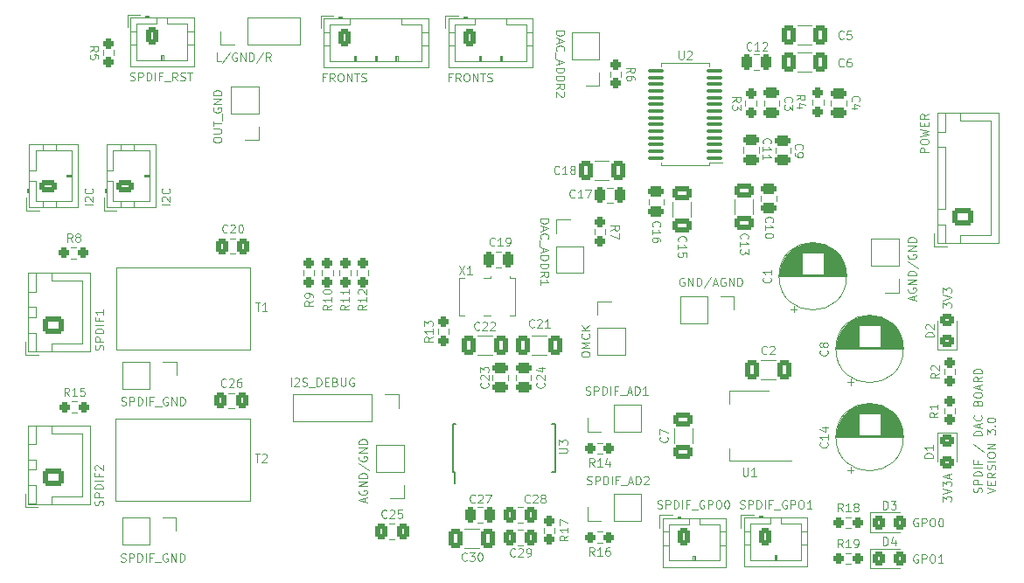
<source format=gbr>
%TF.GenerationSoftware,KiCad,Pcbnew,7.0.8*%
%TF.CreationDate,2024-11-14T21:46:59-08:00*%
%TF.ProjectId,CS8416-PCB5122,43533834-3136-42d5-9043-42353132322e,rev?*%
%TF.SameCoordinates,Original*%
%TF.FileFunction,Legend,Top*%
%TF.FilePolarity,Positive*%
%FSLAX46Y46*%
G04 Gerber Fmt 4.6, Leading zero omitted, Abs format (unit mm)*
G04 Created by KiCad (PCBNEW 7.0.8) date 2024-11-14 21:46:59*
%MOMM*%
%LPD*%
G01*
G04 APERTURE LIST*
G04 Aperture macros list*
%AMRoundRect*
0 Rectangle with rounded corners*
0 $1 Rounding radius*
0 $2 $3 $4 $5 $6 $7 $8 $9 X,Y pos of 4 corners*
0 Add a 4 corners polygon primitive as box body*
4,1,4,$2,$3,$4,$5,$6,$7,$8,$9,$2,$3,0*
0 Add four circle primitives for the rounded corners*
1,1,$1+$1,$2,$3*
1,1,$1+$1,$4,$5*
1,1,$1+$1,$6,$7*
1,1,$1+$1,$8,$9*
0 Add four rect primitives between the rounded corners*
20,1,$1+$1,$2,$3,$4,$5,0*
20,1,$1+$1,$4,$5,$6,$7,0*
20,1,$1+$1,$6,$7,$8,$9,0*
20,1,$1+$1,$8,$9,$2,$3,0*%
G04 Aperture macros list end*
%ADD10C,0.100000*%
%ADD11C,0.120000*%
%ADD12C,0.150000*%
%ADD13O,1.700000X1.700000*%
%ADD14R,1.700000X1.700000*%
%ADD15C,1.000000*%
%ADD16RoundRect,0.250000X0.412500X0.650000X-0.412500X0.650000X-0.412500X-0.650000X0.412500X-0.650000X0*%
%ADD17RoundRect,0.250000X-0.325000X-0.450000X0.325000X-0.450000X0.325000X0.450000X-0.325000X0.450000X0*%
%ADD18RoundRect,0.250000X-0.650000X0.412500X-0.650000X-0.412500X0.650000X-0.412500X0.650000X0.412500X0*%
%ADD19RoundRect,0.237500X0.237500X-0.250000X0.237500X0.250000X-0.237500X0.250000X-0.237500X-0.250000X0*%
%ADD20R,1.600000X1.600000*%
%ADD21C,1.600000*%
%ADD22RoundRect,0.250000X-0.412500X-0.650000X0.412500X-0.650000X0.412500X0.650000X-0.412500X0.650000X0*%
%ADD23RoundRect,0.250000X0.650000X-0.412500X0.650000X0.412500X-0.650000X0.412500X-0.650000X-0.412500X0*%
%ADD24RoundRect,0.250000X0.725000X-0.600000X0.725000X0.600000X-0.725000X0.600000X-0.725000X-0.600000X0*%
%ADD25O,1.950000X1.700000*%
%ADD26R,0.400000X1.100000*%
%ADD27R,1.542500X1.200000*%
%ADD28RoundRect,0.237500X0.250000X0.237500X-0.250000X0.237500X-0.250000X-0.237500X0.250000X-0.237500X0*%
%ADD29R,2.000000X1.500000*%
%ADD30R,2.000000X3.800000*%
%ADD31RoundRect,0.250000X-0.450000X0.325000X-0.450000X-0.325000X0.450000X-0.325000X0.450000X0.325000X0*%
%ADD32RoundRect,0.250000X-0.337500X-0.475000X0.337500X-0.475000X0.337500X0.475000X-0.337500X0.475000X0*%
%ADD33RoundRect,0.237500X-0.237500X0.250000X-0.237500X-0.250000X0.237500X-0.250000X0.237500X0.250000X0*%
%ADD34RoundRect,0.237500X-0.250000X-0.237500X0.250000X-0.237500X0.250000X0.237500X-0.250000X0.237500X0*%
%ADD35O,1.200000X1.750000*%
%ADD36RoundRect,0.250000X-0.350000X-0.625000X0.350000X-0.625000X0.350000X0.625000X-0.350000X0.625000X0*%
%ADD37RoundRect,0.100000X0.637500X0.100000X-0.637500X0.100000X-0.637500X-0.100000X0.637500X-0.100000X0*%
%ADD38RoundRect,0.250000X0.750000X-0.600000X0.750000X0.600000X-0.750000X0.600000X-0.750000X-0.600000X0*%
%ADD39O,2.000000X1.700000*%
%ADD40RoundRect,0.250000X0.475000X-0.250000X0.475000X0.250000X-0.475000X0.250000X-0.475000X-0.250000X0*%
%ADD41C,3.200000*%
%ADD42RoundRect,0.250000X0.250000X0.475000X-0.250000X0.475000X-0.250000X-0.475000X0.250000X-0.475000X0*%
%ADD43O,1.750000X1.200000*%
%ADD44RoundRect,0.250000X0.625000X-0.350000X0.625000X0.350000X-0.625000X0.350000X-0.625000X-0.350000X0*%
%ADD45RoundRect,0.250000X-0.475000X0.250000X-0.475000X-0.250000X0.475000X-0.250000X0.475000X0.250000X0*%
%ADD46RoundRect,0.250000X-0.250000X-0.475000X0.250000X-0.475000X0.250000X0.475000X-0.250000X0.475000X0*%
%ADD47RoundRect,0.250000X0.450000X-0.325000X0.450000X0.325000X-0.450000X0.325000X-0.450000X-0.325000X0*%
%ADD48R,1.400000X1.200000*%
G04 APERTURE END LIST*
D10*
X140710643Y-124498734D02*
X139910643Y-124498734D01*
X139910643Y-124498734D02*
X139910643Y-124193972D01*
X139910643Y-124193972D02*
X139948738Y-124117782D01*
X139948738Y-124117782D02*
X139986833Y-124079687D01*
X139986833Y-124079687D02*
X140063024Y-124041591D01*
X140063024Y-124041591D02*
X140177309Y-124041591D01*
X140177309Y-124041591D02*
X140253500Y-124079687D01*
X140253500Y-124079687D02*
X140291595Y-124117782D01*
X140291595Y-124117782D02*
X140329690Y-124193972D01*
X140329690Y-124193972D02*
X140329690Y-124498734D01*
X139910643Y-123546353D02*
X139910643Y-123393972D01*
X139910643Y-123393972D02*
X139948738Y-123317782D01*
X139948738Y-123317782D02*
X140024928Y-123241591D01*
X140024928Y-123241591D02*
X140177309Y-123203496D01*
X140177309Y-123203496D02*
X140443976Y-123203496D01*
X140443976Y-123203496D02*
X140596357Y-123241591D01*
X140596357Y-123241591D02*
X140672548Y-123317782D01*
X140672548Y-123317782D02*
X140710643Y-123393972D01*
X140710643Y-123393972D02*
X140710643Y-123546353D01*
X140710643Y-123546353D02*
X140672548Y-123622544D01*
X140672548Y-123622544D02*
X140596357Y-123698734D01*
X140596357Y-123698734D02*
X140443976Y-123736830D01*
X140443976Y-123736830D02*
X140177309Y-123736830D01*
X140177309Y-123736830D02*
X140024928Y-123698734D01*
X140024928Y-123698734D02*
X139948738Y-123622544D01*
X139948738Y-123622544D02*
X139910643Y-123546353D01*
X139910643Y-122936830D02*
X140710643Y-122746354D01*
X140710643Y-122746354D02*
X140139214Y-122593973D01*
X140139214Y-122593973D02*
X140710643Y-122441592D01*
X140710643Y-122441592D02*
X139910643Y-122251116D01*
X140291595Y-121946353D02*
X140291595Y-121679687D01*
X140710643Y-121565401D02*
X140710643Y-121946353D01*
X140710643Y-121946353D02*
X139910643Y-121946353D01*
X139910643Y-121946353D02*
X139910643Y-121565401D01*
X140710643Y-120765400D02*
X140329690Y-121032067D01*
X140710643Y-121222543D02*
X139910643Y-121222543D01*
X139910643Y-121222543D02*
X139910643Y-120917781D01*
X139910643Y-120917781D02*
X139948738Y-120841591D01*
X139948738Y-120841591D02*
X139986833Y-120803496D01*
X139986833Y-120803496D02*
X140063024Y-120765400D01*
X140063024Y-120765400D02*
X140177309Y-120765400D01*
X140177309Y-120765400D02*
X140253500Y-120803496D01*
X140253500Y-120803496D02*
X140291595Y-120841591D01*
X140291595Y-120841591D02*
X140329690Y-120917781D01*
X140329690Y-120917781D02*
X140329690Y-121222543D01*
X139282071Y-138811830D02*
X139282071Y-138430877D01*
X139510643Y-138888020D02*
X138710643Y-138621353D01*
X138710643Y-138621353D02*
X139510643Y-138354687D01*
X138748738Y-137668973D02*
X138710643Y-137745163D01*
X138710643Y-137745163D02*
X138710643Y-137859449D01*
X138710643Y-137859449D02*
X138748738Y-137973735D01*
X138748738Y-137973735D02*
X138824928Y-138049925D01*
X138824928Y-138049925D02*
X138901119Y-138088020D01*
X138901119Y-138088020D02*
X139053500Y-138126116D01*
X139053500Y-138126116D02*
X139167786Y-138126116D01*
X139167786Y-138126116D02*
X139320167Y-138088020D01*
X139320167Y-138088020D02*
X139396357Y-138049925D01*
X139396357Y-138049925D02*
X139472548Y-137973735D01*
X139472548Y-137973735D02*
X139510643Y-137859449D01*
X139510643Y-137859449D02*
X139510643Y-137783258D01*
X139510643Y-137783258D02*
X139472548Y-137668973D01*
X139472548Y-137668973D02*
X139434452Y-137630877D01*
X139434452Y-137630877D02*
X139167786Y-137630877D01*
X139167786Y-137630877D02*
X139167786Y-137783258D01*
X139510643Y-137288020D02*
X138710643Y-137288020D01*
X138710643Y-137288020D02*
X139510643Y-136830877D01*
X139510643Y-136830877D02*
X138710643Y-136830877D01*
X139510643Y-136449925D02*
X138710643Y-136449925D01*
X138710643Y-136449925D02*
X138710643Y-136259449D01*
X138710643Y-136259449D02*
X138748738Y-136145163D01*
X138748738Y-136145163D02*
X138824928Y-136068973D01*
X138824928Y-136068973D02*
X138901119Y-136030878D01*
X138901119Y-136030878D02*
X139053500Y-135992782D01*
X139053500Y-135992782D02*
X139167786Y-135992782D01*
X139167786Y-135992782D02*
X139320167Y-136030878D01*
X139320167Y-136030878D02*
X139396357Y-136068973D01*
X139396357Y-136068973D02*
X139472548Y-136145163D01*
X139472548Y-136145163D02*
X139510643Y-136259449D01*
X139510643Y-136259449D02*
X139510643Y-136449925D01*
X138672548Y-135078497D02*
X139701119Y-135764211D01*
X138748738Y-134392783D02*
X138710643Y-134468973D01*
X138710643Y-134468973D02*
X138710643Y-134583259D01*
X138710643Y-134583259D02*
X138748738Y-134697545D01*
X138748738Y-134697545D02*
X138824928Y-134773735D01*
X138824928Y-134773735D02*
X138901119Y-134811830D01*
X138901119Y-134811830D02*
X139053500Y-134849926D01*
X139053500Y-134849926D02*
X139167786Y-134849926D01*
X139167786Y-134849926D02*
X139320167Y-134811830D01*
X139320167Y-134811830D02*
X139396357Y-134773735D01*
X139396357Y-134773735D02*
X139472548Y-134697545D01*
X139472548Y-134697545D02*
X139510643Y-134583259D01*
X139510643Y-134583259D02*
X139510643Y-134507068D01*
X139510643Y-134507068D02*
X139472548Y-134392783D01*
X139472548Y-134392783D02*
X139434452Y-134354687D01*
X139434452Y-134354687D02*
X139167786Y-134354687D01*
X139167786Y-134354687D02*
X139167786Y-134507068D01*
X139510643Y-134011830D02*
X138710643Y-134011830D01*
X138710643Y-134011830D02*
X139510643Y-133554687D01*
X139510643Y-133554687D02*
X138710643Y-133554687D01*
X139510643Y-133173735D02*
X138710643Y-133173735D01*
X138710643Y-133173735D02*
X138710643Y-132983259D01*
X138710643Y-132983259D02*
X138748738Y-132868973D01*
X138748738Y-132868973D02*
X138824928Y-132792783D01*
X138824928Y-132792783D02*
X138901119Y-132754688D01*
X138901119Y-132754688D02*
X139053500Y-132716592D01*
X139053500Y-132716592D02*
X139167786Y-132716592D01*
X139167786Y-132716592D02*
X139320167Y-132754688D01*
X139320167Y-132754688D02*
X139396357Y-132792783D01*
X139396357Y-132792783D02*
X139472548Y-132868973D01*
X139472548Y-132868973D02*
X139510643Y-132983259D01*
X139510643Y-132983259D02*
X139510643Y-133173735D01*
X104661852Y-112735013D02*
X105461852Y-112735013D01*
X105461852Y-112735013D02*
X105461852Y-112925489D01*
X105461852Y-112925489D02*
X105423757Y-113039775D01*
X105423757Y-113039775D02*
X105347567Y-113115965D01*
X105347567Y-113115965D02*
X105271376Y-113154060D01*
X105271376Y-113154060D02*
X105118995Y-113192156D01*
X105118995Y-113192156D02*
X105004709Y-113192156D01*
X105004709Y-113192156D02*
X104852328Y-113154060D01*
X104852328Y-113154060D02*
X104776138Y-113115965D01*
X104776138Y-113115965D02*
X104699948Y-113039775D01*
X104699948Y-113039775D02*
X104661852Y-112925489D01*
X104661852Y-112925489D02*
X104661852Y-112735013D01*
X104890424Y-113496917D02*
X104890424Y-113877870D01*
X104661852Y-113420727D02*
X105461852Y-113687394D01*
X105461852Y-113687394D02*
X104661852Y-113954060D01*
X104738043Y-114677870D02*
X104699948Y-114639774D01*
X104699948Y-114639774D02*
X104661852Y-114525489D01*
X104661852Y-114525489D02*
X104661852Y-114449298D01*
X104661852Y-114449298D02*
X104699948Y-114335012D01*
X104699948Y-114335012D02*
X104776138Y-114258822D01*
X104776138Y-114258822D02*
X104852328Y-114220727D01*
X104852328Y-114220727D02*
X105004709Y-114182631D01*
X105004709Y-114182631D02*
X105118995Y-114182631D01*
X105118995Y-114182631D02*
X105271376Y-114220727D01*
X105271376Y-114220727D02*
X105347567Y-114258822D01*
X105347567Y-114258822D02*
X105423757Y-114335012D01*
X105423757Y-114335012D02*
X105461852Y-114449298D01*
X105461852Y-114449298D02*
X105461852Y-114525489D01*
X105461852Y-114525489D02*
X105423757Y-114639774D01*
X105423757Y-114639774D02*
X105385662Y-114677870D01*
X104585662Y-114830251D02*
X104585662Y-115439774D01*
X104890424Y-115592155D02*
X104890424Y-115973108D01*
X104661852Y-115515965D02*
X105461852Y-115782632D01*
X105461852Y-115782632D02*
X104661852Y-116049298D01*
X104661852Y-116315965D02*
X105461852Y-116315965D01*
X105461852Y-116315965D02*
X105461852Y-116506441D01*
X105461852Y-116506441D02*
X105423757Y-116620727D01*
X105423757Y-116620727D02*
X105347567Y-116696917D01*
X105347567Y-116696917D02*
X105271376Y-116735012D01*
X105271376Y-116735012D02*
X105118995Y-116773108D01*
X105118995Y-116773108D02*
X105004709Y-116773108D01*
X105004709Y-116773108D02*
X104852328Y-116735012D01*
X104852328Y-116735012D02*
X104776138Y-116696917D01*
X104776138Y-116696917D02*
X104699948Y-116620727D01*
X104699948Y-116620727D02*
X104661852Y-116506441D01*
X104661852Y-116506441D02*
X104661852Y-116315965D01*
X104661852Y-117115965D02*
X105461852Y-117115965D01*
X105461852Y-117115965D02*
X105461852Y-117306441D01*
X105461852Y-117306441D02*
X105423757Y-117420727D01*
X105423757Y-117420727D02*
X105347567Y-117496917D01*
X105347567Y-117496917D02*
X105271376Y-117535012D01*
X105271376Y-117535012D02*
X105118995Y-117573108D01*
X105118995Y-117573108D02*
X105004709Y-117573108D01*
X105004709Y-117573108D02*
X104852328Y-117535012D01*
X104852328Y-117535012D02*
X104776138Y-117496917D01*
X104776138Y-117496917D02*
X104699948Y-117420727D01*
X104699948Y-117420727D02*
X104661852Y-117306441D01*
X104661852Y-117306441D02*
X104661852Y-117115965D01*
X104661852Y-118373108D02*
X105042805Y-118106441D01*
X104661852Y-117915965D02*
X105461852Y-117915965D01*
X105461852Y-117915965D02*
X105461852Y-118220727D01*
X105461852Y-118220727D02*
X105423757Y-118296917D01*
X105423757Y-118296917D02*
X105385662Y-118335012D01*
X105385662Y-118335012D02*
X105309471Y-118373108D01*
X105309471Y-118373108D02*
X105195186Y-118373108D01*
X105195186Y-118373108D02*
X105118995Y-118335012D01*
X105118995Y-118335012D02*
X105080900Y-118296917D01*
X105080900Y-118296917D02*
X105042805Y-118220727D01*
X105042805Y-118220727D02*
X105042805Y-117915965D01*
X105385662Y-118677869D02*
X105423757Y-118715965D01*
X105423757Y-118715965D02*
X105461852Y-118792155D01*
X105461852Y-118792155D02*
X105461852Y-118982631D01*
X105461852Y-118982631D02*
X105423757Y-119058822D01*
X105423757Y-119058822D02*
X105385662Y-119096917D01*
X105385662Y-119096917D02*
X105309471Y-119135012D01*
X105309471Y-119135012D02*
X105233281Y-119135012D01*
X105233281Y-119135012D02*
X105118995Y-119096917D01*
X105118995Y-119096917D02*
X104661852Y-118639774D01*
X104661852Y-118639774D02*
X104661852Y-119135012D01*
X86144571Y-158386830D02*
X86144571Y-158005877D01*
X86373143Y-158463020D02*
X85573143Y-158196353D01*
X85573143Y-158196353D02*
X86373143Y-157929687D01*
X85611238Y-157243973D02*
X85573143Y-157320163D01*
X85573143Y-157320163D02*
X85573143Y-157434449D01*
X85573143Y-157434449D02*
X85611238Y-157548735D01*
X85611238Y-157548735D02*
X85687428Y-157624925D01*
X85687428Y-157624925D02*
X85763619Y-157663020D01*
X85763619Y-157663020D02*
X85916000Y-157701116D01*
X85916000Y-157701116D02*
X86030286Y-157701116D01*
X86030286Y-157701116D02*
X86182667Y-157663020D01*
X86182667Y-157663020D02*
X86258857Y-157624925D01*
X86258857Y-157624925D02*
X86335048Y-157548735D01*
X86335048Y-157548735D02*
X86373143Y-157434449D01*
X86373143Y-157434449D02*
X86373143Y-157358258D01*
X86373143Y-157358258D02*
X86335048Y-157243973D01*
X86335048Y-157243973D02*
X86296952Y-157205877D01*
X86296952Y-157205877D02*
X86030286Y-157205877D01*
X86030286Y-157205877D02*
X86030286Y-157358258D01*
X86373143Y-156863020D02*
X85573143Y-156863020D01*
X85573143Y-156863020D02*
X86373143Y-156405877D01*
X86373143Y-156405877D02*
X85573143Y-156405877D01*
X86373143Y-156024925D02*
X85573143Y-156024925D01*
X85573143Y-156024925D02*
X85573143Y-155834449D01*
X85573143Y-155834449D02*
X85611238Y-155720163D01*
X85611238Y-155720163D02*
X85687428Y-155643973D01*
X85687428Y-155643973D02*
X85763619Y-155605878D01*
X85763619Y-155605878D02*
X85916000Y-155567782D01*
X85916000Y-155567782D02*
X86030286Y-155567782D01*
X86030286Y-155567782D02*
X86182667Y-155605878D01*
X86182667Y-155605878D02*
X86258857Y-155643973D01*
X86258857Y-155643973D02*
X86335048Y-155720163D01*
X86335048Y-155720163D02*
X86373143Y-155834449D01*
X86373143Y-155834449D02*
X86373143Y-156024925D01*
X85535048Y-154653497D02*
X86563619Y-155339211D01*
X85611238Y-153967783D02*
X85573143Y-154043973D01*
X85573143Y-154043973D02*
X85573143Y-154158259D01*
X85573143Y-154158259D02*
X85611238Y-154272545D01*
X85611238Y-154272545D02*
X85687428Y-154348735D01*
X85687428Y-154348735D02*
X85763619Y-154386830D01*
X85763619Y-154386830D02*
X85916000Y-154424926D01*
X85916000Y-154424926D02*
X86030286Y-154424926D01*
X86030286Y-154424926D02*
X86182667Y-154386830D01*
X86182667Y-154386830D02*
X86258857Y-154348735D01*
X86258857Y-154348735D02*
X86335048Y-154272545D01*
X86335048Y-154272545D02*
X86373143Y-154158259D01*
X86373143Y-154158259D02*
X86373143Y-154082068D01*
X86373143Y-154082068D02*
X86335048Y-153967783D01*
X86335048Y-153967783D02*
X86296952Y-153929687D01*
X86296952Y-153929687D02*
X86030286Y-153929687D01*
X86030286Y-153929687D02*
X86030286Y-154082068D01*
X86373143Y-153586830D02*
X85573143Y-153586830D01*
X85573143Y-153586830D02*
X86373143Y-153129687D01*
X86373143Y-153129687D02*
X85573143Y-153129687D01*
X86373143Y-152748735D02*
X85573143Y-152748735D01*
X85573143Y-152748735D02*
X85573143Y-152558259D01*
X85573143Y-152558259D02*
X85611238Y-152443973D01*
X85611238Y-152443973D02*
X85687428Y-152367783D01*
X85687428Y-152367783D02*
X85763619Y-152329688D01*
X85763619Y-152329688D02*
X85916000Y-152291592D01*
X85916000Y-152291592D02*
X86030286Y-152291592D01*
X86030286Y-152291592D02*
X86182667Y-152329688D01*
X86182667Y-152329688D02*
X86258857Y-152367783D01*
X86258857Y-152367783D02*
X86335048Y-152443973D01*
X86335048Y-152443973D02*
X86373143Y-152558259D01*
X86373143Y-152558259D02*
X86373143Y-152748735D01*
X107644417Y-156638800D02*
X107758703Y-156676895D01*
X107758703Y-156676895D02*
X107949179Y-156676895D01*
X107949179Y-156676895D02*
X108025370Y-156638800D01*
X108025370Y-156638800D02*
X108063465Y-156600704D01*
X108063465Y-156600704D02*
X108101560Y-156524514D01*
X108101560Y-156524514D02*
X108101560Y-156448323D01*
X108101560Y-156448323D02*
X108063465Y-156372133D01*
X108063465Y-156372133D02*
X108025370Y-156334038D01*
X108025370Y-156334038D02*
X107949179Y-156295942D01*
X107949179Y-156295942D02*
X107796798Y-156257847D01*
X107796798Y-156257847D02*
X107720608Y-156219752D01*
X107720608Y-156219752D02*
X107682513Y-156181657D01*
X107682513Y-156181657D02*
X107644417Y-156105466D01*
X107644417Y-156105466D02*
X107644417Y-156029276D01*
X107644417Y-156029276D02*
X107682513Y-155953085D01*
X107682513Y-155953085D02*
X107720608Y-155914990D01*
X107720608Y-155914990D02*
X107796798Y-155876895D01*
X107796798Y-155876895D02*
X107987275Y-155876895D01*
X107987275Y-155876895D02*
X108101560Y-155914990D01*
X108444418Y-156676895D02*
X108444418Y-155876895D01*
X108444418Y-155876895D02*
X108749180Y-155876895D01*
X108749180Y-155876895D02*
X108825370Y-155914990D01*
X108825370Y-155914990D02*
X108863465Y-155953085D01*
X108863465Y-155953085D02*
X108901561Y-156029276D01*
X108901561Y-156029276D02*
X108901561Y-156143561D01*
X108901561Y-156143561D02*
X108863465Y-156219752D01*
X108863465Y-156219752D02*
X108825370Y-156257847D01*
X108825370Y-156257847D02*
X108749180Y-156295942D01*
X108749180Y-156295942D02*
X108444418Y-156295942D01*
X109244418Y-156676895D02*
X109244418Y-155876895D01*
X109244418Y-155876895D02*
X109434894Y-155876895D01*
X109434894Y-155876895D02*
X109549180Y-155914990D01*
X109549180Y-155914990D02*
X109625370Y-155991180D01*
X109625370Y-155991180D02*
X109663465Y-156067371D01*
X109663465Y-156067371D02*
X109701561Y-156219752D01*
X109701561Y-156219752D02*
X109701561Y-156334038D01*
X109701561Y-156334038D02*
X109663465Y-156486419D01*
X109663465Y-156486419D02*
X109625370Y-156562609D01*
X109625370Y-156562609D02*
X109549180Y-156638800D01*
X109549180Y-156638800D02*
X109434894Y-156676895D01*
X109434894Y-156676895D02*
X109244418Y-156676895D01*
X110044418Y-156676895D02*
X110044418Y-155876895D01*
X110692036Y-156257847D02*
X110425370Y-156257847D01*
X110425370Y-156676895D02*
X110425370Y-155876895D01*
X110425370Y-155876895D02*
X110806322Y-155876895D01*
X110920608Y-156753085D02*
X111530131Y-156753085D01*
X111682512Y-156448323D02*
X112063465Y-156448323D01*
X111606322Y-156676895D02*
X111872989Y-155876895D01*
X111872989Y-155876895D02*
X112139655Y-156676895D01*
X112406322Y-156676895D02*
X112406322Y-155876895D01*
X112406322Y-155876895D02*
X112596798Y-155876895D01*
X112596798Y-155876895D02*
X112711084Y-155914990D01*
X112711084Y-155914990D02*
X112787274Y-155991180D01*
X112787274Y-155991180D02*
X112825369Y-156067371D01*
X112825369Y-156067371D02*
X112863465Y-156219752D01*
X112863465Y-156219752D02*
X112863465Y-156334038D01*
X112863465Y-156334038D02*
X112825369Y-156486419D01*
X112825369Y-156486419D02*
X112787274Y-156562609D01*
X112787274Y-156562609D02*
X112711084Y-156638800D01*
X112711084Y-156638800D02*
X112596798Y-156676895D01*
X112596798Y-156676895D02*
X112406322Y-156676895D01*
X113168226Y-155953085D02*
X113206322Y-155914990D01*
X113206322Y-155914990D02*
X113282512Y-155876895D01*
X113282512Y-155876895D02*
X113472988Y-155876895D01*
X113472988Y-155876895D02*
X113549179Y-155914990D01*
X113549179Y-155914990D02*
X113587274Y-155953085D01*
X113587274Y-155953085D02*
X113625369Y-156029276D01*
X113625369Y-156029276D02*
X113625369Y-156105466D01*
X113625369Y-156105466D02*
X113587274Y-156219752D01*
X113587274Y-156219752D02*
X113130131Y-156676895D01*
X113130131Y-156676895D02*
X113625369Y-156676895D01*
X114481917Y-158963800D02*
X114596203Y-159001895D01*
X114596203Y-159001895D02*
X114786679Y-159001895D01*
X114786679Y-159001895D02*
X114862870Y-158963800D01*
X114862870Y-158963800D02*
X114900965Y-158925704D01*
X114900965Y-158925704D02*
X114939060Y-158849514D01*
X114939060Y-158849514D02*
X114939060Y-158773323D01*
X114939060Y-158773323D02*
X114900965Y-158697133D01*
X114900965Y-158697133D02*
X114862870Y-158659038D01*
X114862870Y-158659038D02*
X114786679Y-158620942D01*
X114786679Y-158620942D02*
X114634298Y-158582847D01*
X114634298Y-158582847D02*
X114558108Y-158544752D01*
X114558108Y-158544752D02*
X114520013Y-158506657D01*
X114520013Y-158506657D02*
X114481917Y-158430466D01*
X114481917Y-158430466D02*
X114481917Y-158354276D01*
X114481917Y-158354276D02*
X114520013Y-158278085D01*
X114520013Y-158278085D02*
X114558108Y-158239990D01*
X114558108Y-158239990D02*
X114634298Y-158201895D01*
X114634298Y-158201895D02*
X114824775Y-158201895D01*
X114824775Y-158201895D02*
X114939060Y-158239990D01*
X115281918Y-159001895D02*
X115281918Y-158201895D01*
X115281918Y-158201895D02*
X115586680Y-158201895D01*
X115586680Y-158201895D02*
X115662870Y-158239990D01*
X115662870Y-158239990D02*
X115700965Y-158278085D01*
X115700965Y-158278085D02*
X115739061Y-158354276D01*
X115739061Y-158354276D02*
X115739061Y-158468561D01*
X115739061Y-158468561D02*
X115700965Y-158544752D01*
X115700965Y-158544752D02*
X115662870Y-158582847D01*
X115662870Y-158582847D02*
X115586680Y-158620942D01*
X115586680Y-158620942D02*
X115281918Y-158620942D01*
X116081918Y-159001895D02*
X116081918Y-158201895D01*
X116081918Y-158201895D02*
X116272394Y-158201895D01*
X116272394Y-158201895D02*
X116386680Y-158239990D01*
X116386680Y-158239990D02*
X116462870Y-158316180D01*
X116462870Y-158316180D02*
X116500965Y-158392371D01*
X116500965Y-158392371D02*
X116539061Y-158544752D01*
X116539061Y-158544752D02*
X116539061Y-158659038D01*
X116539061Y-158659038D02*
X116500965Y-158811419D01*
X116500965Y-158811419D02*
X116462870Y-158887609D01*
X116462870Y-158887609D02*
X116386680Y-158963800D01*
X116386680Y-158963800D02*
X116272394Y-159001895D01*
X116272394Y-159001895D02*
X116081918Y-159001895D01*
X116881918Y-159001895D02*
X116881918Y-158201895D01*
X117529536Y-158582847D02*
X117262870Y-158582847D01*
X117262870Y-159001895D02*
X117262870Y-158201895D01*
X117262870Y-158201895D02*
X117643822Y-158201895D01*
X117758108Y-159078085D02*
X118367631Y-159078085D01*
X118977155Y-158239990D02*
X118900965Y-158201895D01*
X118900965Y-158201895D02*
X118786679Y-158201895D01*
X118786679Y-158201895D02*
X118672393Y-158239990D01*
X118672393Y-158239990D02*
X118596203Y-158316180D01*
X118596203Y-158316180D02*
X118558108Y-158392371D01*
X118558108Y-158392371D02*
X118520012Y-158544752D01*
X118520012Y-158544752D02*
X118520012Y-158659038D01*
X118520012Y-158659038D02*
X118558108Y-158811419D01*
X118558108Y-158811419D02*
X118596203Y-158887609D01*
X118596203Y-158887609D02*
X118672393Y-158963800D01*
X118672393Y-158963800D02*
X118786679Y-159001895D01*
X118786679Y-159001895D02*
X118862870Y-159001895D01*
X118862870Y-159001895D02*
X118977155Y-158963800D01*
X118977155Y-158963800D02*
X119015251Y-158925704D01*
X119015251Y-158925704D02*
X119015251Y-158659038D01*
X119015251Y-158659038D02*
X118862870Y-158659038D01*
X119358108Y-159001895D02*
X119358108Y-158201895D01*
X119358108Y-158201895D02*
X119662870Y-158201895D01*
X119662870Y-158201895D02*
X119739060Y-158239990D01*
X119739060Y-158239990D02*
X119777155Y-158278085D01*
X119777155Y-158278085D02*
X119815251Y-158354276D01*
X119815251Y-158354276D02*
X119815251Y-158468561D01*
X119815251Y-158468561D02*
X119777155Y-158544752D01*
X119777155Y-158544752D02*
X119739060Y-158582847D01*
X119739060Y-158582847D02*
X119662870Y-158620942D01*
X119662870Y-158620942D02*
X119358108Y-158620942D01*
X120310489Y-158201895D02*
X120462870Y-158201895D01*
X120462870Y-158201895D02*
X120539060Y-158239990D01*
X120539060Y-158239990D02*
X120615251Y-158316180D01*
X120615251Y-158316180D02*
X120653346Y-158468561D01*
X120653346Y-158468561D02*
X120653346Y-158735228D01*
X120653346Y-158735228D02*
X120615251Y-158887609D01*
X120615251Y-158887609D02*
X120539060Y-158963800D01*
X120539060Y-158963800D02*
X120462870Y-159001895D01*
X120462870Y-159001895D02*
X120310489Y-159001895D01*
X120310489Y-159001895D02*
X120234298Y-158963800D01*
X120234298Y-158963800D02*
X120158108Y-158887609D01*
X120158108Y-158887609D02*
X120120012Y-158735228D01*
X120120012Y-158735228D02*
X120120012Y-158468561D01*
X120120012Y-158468561D02*
X120158108Y-158316180D01*
X120158108Y-158316180D02*
X120234298Y-158239990D01*
X120234298Y-158239990D02*
X120310489Y-158201895D01*
X121148584Y-158201895D02*
X121224774Y-158201895D01*
X121224774Y-158201895D02*
X121300965Y-158239990D01*
X121300965Y-158239990D02*
X121339060Y-158278085D01*
X121339060Y-158278085D02*
X121377155Y-158354276D01*
X121377155Y-158354276D02*
X121415250Y-158506657D01*
X121415250Y-158506657D02*
X121415250Y-158697133D01*
X121415250Y-158697133D02*
X121377155Y-158849514D01*
X121377155Y-158849514D02*
X121339060Y-158925704D01*
X121339060Y-158925704D02*
X121300965Y-158963800D01*
X121300965Y-158963800D02*
X121224774Y-159001895D01*
X121224774Y-159001895D02*
X121148584Y-159001895D01*
X121148584Y-159001895D02*
X121072393Y-158963800D01*
X121072393Y-158963800D02*
X121034298Y-158925704D01*
X121034298Y-158925704D02*
X120996203Y-158849514D01*
X120996203Y-158849514D02*
X120958107Y-158697133D01*
X120958107Y-158697133D02*
X120958107Y-158506657D01*
X120958107Y-158506657D02*
X120996203Y-158354276D01*
X120996203Y-158354276D02*
X121034298Y-158278085D01*
X121034298Y-158278085D02*
X121072393Y-158239990D01*
X121072393Y-158239990D02*
X121148584Y-158201895D01*
X60772548Y-143636830D02*
X60810643Y-143522544D01*
X60810643Y-143522544D02*
X60810643Y-143332068D01*
X60810643Y-143332068D02*
X60772548Y-143255877D01*
X60772548Y-143255877D02*
X60734452Y-143217782D01*
X60734452Y-143217782D02*
X60658262Y-143179687D01*
X60658262Y-143179687D02*
X60582071Y-143179687D01*
X60582071Y-143179687D02*
X60505881Y-143217782D01*
X60505881Y-143217782D02*
X60467786Y-143255877D01*
X60467786Y-143255877D02*
X60429690Y-143332068D01*
X60429690Y-143332068D02*
X60391595Y-143484449D01*
X60391595Y-143484449D02*
X60353500Y-143560639D01*
X60353500Y-143560639D02*
X60315405Y-143598734D01*
X60315405Y-143598734D02*
X60239214Y-143636830D01*
X60239214Y-143636830D02*
X60163024Y-143636830D01*
X60163024Y-143636830D02*
X60086833Y-143598734D01*
X60086833Y-143598734D02*
X60048738Y-143560639D01*
X60048738Y-143560639D02*
X60010643Y-143484449D01*
X60010643Y-143484449D02*
X60010643Y-143293972D01*
X60010643Y-143293972D02*
X60048738Y-143179687D01*
X60810643Y-142836829D02*
X60010643Y-142836829D01*
X60010643Y-142836829D02*
X60010643Y-142532067D01*
X60010643Y-142532067D02*
X60048738Y-142455877D01*
X60048738Y-142455877D02*
X60086833Y-142417782D01*
X60086833Y-142417782D02*
X60163024Y-142379686D01*
X60163024Y-142379686D02*
X60277309Y-142379686D01*
X60277309Y-142379686D02*
X60353500Y-142417782D01*
X60353500Y-142417782D02*
X60391595Y-142455877D01*
X60391595Y-142455877D02*
X60429690Y-142532067D01*
X60429690Y-142532067D02*
X60429690Y-142836829D01*
X60810643Y-142036829D02*
X60010643Y-142036829D01*
X60010643Y-142036829D02*
X60010643Y-141846353D01*
X60010643Y-141846353D02*
X60048738Y-141732067D01*
X60048738Y-141732067D02*
X60124928Y-141655877D01*
X60124928Y-141655877D02*
X60201119Y-141617782D01*
X60201119Y-141617782D02*
X60353500Y-141579686D01*
X60353500Y-141579686D02*
X60467786Y-141579686D01*
X60467786Y-141579686D02*
X60620167Y-141617782D01*
X60620167Y-141617782D02*
X60696357Y-141655877D01*
X60696357Y-141655877D02*
X60772548Y-141732067D01*
X60772548Y-141732067D02*
X60810643Y-141846353D01*
X60810643Y-141846353D02*
X60810643Y-142036829D01*
X60810643Y-141236829D02*
X60010643Y-141236829D01*
X60391595Y-140589211D02*
X60391595Y-140855877D01*
X60810643Y-140855877D02*
X60010643Y-140855877D01*
X60010643Y-140855877D02*
X60010643Y-140474925D01*
X60810643Y-139751116D02*
X60810643Y-140208259D01*
X60810643Y-139979687D02*
X60010643Y-139979687D01*
X60010643Y-139979687D02*
X60124928Y-140055878D01*
X60124928Y-140055878D02*
X60201119Y-140132068D01*
X60201119Y-140132068D02*
X60239214Y-140208259D01*
X122481917Y-158963800D02*
X122596203Y-159001895D01*
X122596203Y-159001895D02*
X122786679Y-159001895D01*
X122786679Y-159001895D02*
X122862870Y-158963800D01*
X122862870Y-158963800D02*
X122900965Y-158925704D01*
X122900965Y-158925704D02*
X122939060Y-158849514D01*
X122939060Y-158849514D02*
X122939060Y-158773323D01*
X122939060Y-158773323D02*
X122900965Y-158697133D01*
X122900965Y-158697133D02*
X122862870Y-158659038D01*
X122862870Y-158659038D02*
X122786679Y-158620942D01*
X122786679Y-158620942D02*
X122634298Y-158582847D01*
X122634298Y-158582847D02*
X122558108Y-158544752D01*
X122558108Y-158544752D02*
X122520013Y-158506657D01*
X122520013Y-158506657D02*
X122481917Y-158430466D01*
X122481917Y-158430466D02*
X122481917Y-158354276D01*
X122481917Y-158354276D02*
X122520013Y-158278085D01*
X122520013Y-158278085D02*
X122558108Y-158239990D01*
X122558108Y-158239990D02*
X122634298Y-158201895D01*
X122634298Y-158201895D02*
X122824775Y-158201895D01*
X122824775Y-158201895D02*
X122939060Y-158239990D01*
X123281918Y-159001895D02*
X123281918Y-158201895D01*
X123281918Y-158201895D02*
X123586680Y-158201895D01*
X123586680Y-158201895D02*
X123662870Y-158239990D01*
X123662870Y-158239990D02*
X123700965Y-158278085D01*
X123700965Y-158278085D02*
X123739061Y-158354276D01*
X123739061Y-158354276D02*
X123739061Y-158468561D01*
X123739061Y-158468561D02*
X123700965Y-158544752D01*
X123700965Y-158544752D02*
X123662870Y-158582847D01*
X123662870Y-158582847D02*
X123586680Y-158620942D01*
X123586680Y-158620942D02*
X123281918Y-158620942D01*
X124081918Y-159001895D02*
X124081918Y-158201895D01*
X124081918Y-158201895D02*
X124272394Y-158201895D01*
X124272394Y-158201895D02*
X124386680Y-158239990D01*
X124386680Y-158239990D02*
X124462870Y-158316180D01*
X124462870Y-158316180D02*
X124500965Y-158392371D01*
X124500965Y-158392371D02*
X124539061Y-158544752D01*
X124539061Y-158544752D02*
X124539061Y-158659038D01*
X124539061Y-158659038D02*
X124500965Y-158811419D01*
X124500965Y-158811419D02*
X124462870Y-158887609D01*
X124462870Y-158887609D02*
X124386680Y-158963800D01*
X124386680Y-158963800D02*
X124272394Y-159001895D01*
X124272394Y-159001895D02*
X124081918Y-159001895D01*
X124881918Y-159001895D02*
X124881918Y-158201895D01*
X125529536Y-158582847D02*
X125262870Y-158582847D01*
X125262870Y-159001895D02*
X125262870Y-158201895D01*
X125262870Y-158201895D02*
X125643822Y-158201895D01*
X125758108Y-159078085D02*
X126367631Y-159078085D01*
X126977155Y-158239990D02*
X126900965Y-158201895D01*
X126900965Y-158201895D02*
X126786679Y-158201895D01*
X126786679Y-158201895D02*
X126672393Y-158239990D01*
X126672393Y-158239990D02*
X126596203Y-158316180D01*
X126596203Y-158316180D02*
X126558108Y-158392371D01*
X126558108Y-158392371D02*
X126520012Y-158544752D01*
X126520012Y-158544752D02*
X126520012Y-158659038D01*
X126520012Y-158659038D02*
X126558108Y-158811419D01*
X126558108Y-158811419D02*
X126596203Y-158887609D01*
X126596203Y-158887609D02*
X126672393Y-158963800D01*
X126672393Y-158963800D02*
X126786679Y-159001895D01*
X126786679Y-159001895D02*
X126862870Y-159001895D01*
X126862870Y-159001895D02*
X126977155Y-158963800D01*
X126977155Y-158963800D02*
X127015251Y-158925704D01*
X127015251Y-158925704D02*
X127015251Y-158659038D01*
X127015251Y-158659038D02*
X126862870Y-158659038D01*
X127358108Y-159001895D02*
X127358108Y-158201895D01*
X127358108Y-158201895D02*
X127662870Y-158201895D01*
X127662870Y-158201895D02*
X127739060Y-158239990D01*
X127739060Y-158239990D02*
X127777155Y-158278085D01*
X127777155Y-158278085D02*
X127815251Y-158354276D01*
X127815251Y-158354276D02*
X127815251Y-158468561D01*
X127815251Y-158468561D02*
X127777155Y-158544752D01*
X127777155Y-158544752D02*
X127739060Y-158582847D01*
X127739060Y-158582847D02*
X127662870Y-158620942D01*
X127662870Y-158620942D02*
X127358108Y-158620942D01*
X128310489Y-158201895D02*
X128462870Y-158201895D01*
X128462870Y-158201895D02*
X128539060Y-158239990D01*
X128539060Y-158239990D02*
X128615251Y-158316180D01*
X128615251Y-158316180D02*
X128653346Y-158468561D01*
X128653346Y-158468561D02*
X128653346Y-158735228D01*
X128653346Y-158735228D02*
X128615251Y-158887609D01*
X128615251Y-158887609D02*
X128539060Y-158963800D01*
X128539060Y-158963800D02*
X128462870Y-159001895D01*
X128462870Y-159001895D02*
X128310489Y-159001895D01*
X128310489Y-159001895D02*
X128234298Y-158963800D01*
X128234298Y-158963800D02*
X128158108Y-158887609D01*
X128158108Y-158887609D02*
X128120012Y-158735228D01*
X128120012Y-158735228D02*
X128120012Y-158468561D01*
X128120012Y-158468561D02*
X128158108Y-158316180D01*
X128158108Y-158316180D02*
X128234298Y-158239990D01*
X128234298Y-158239990D02*
X128310489Y-158201895D01*
X129415250Y-159001895D02*
X128958107Y-159001895D01*
X129186679Y-159001895D02*
X129186679Y-158201895D01*
X129186679Y-158201895D02*
X129110488Y-158316180D01*
X129110488Y-158316180D02*
X129034298Y-158392371D01*
X129034298Y-158392371D02*
X128958107Y-158430466D01*
X107544417Y-147938800D02*
X107658703Y-147976895D01*
X107658703Y-147976895D02*
X107849179Y-147976895D01*
X107849179Y-147976895D02*
X107925370Y-147938800D01*
X107925370Y-147938800D02*
X107963465Y-147900704D01*
X107963465Y-147900704D02*
X108001560Y-147824514D01*
X108001560Y-147824514D02*
X108001560Y-147748323D01*
X108001560Y-147748323D02*
X107963465Y-147672133D01*
X107963465Y-147672133D02*
X107925370Y-147634038D01*
X107925370Y-147634038D02*
X107849179Y-147595942D01*
X107849179Y-147595942D02*
X107696798Y-147557847D01*
X107696798Y-147557847D02*
X107620608Y-147519752D01*
X107620608Y-147519752D02*
X107582513Y-147481657D01*
X107582513Y-147481657D02*
X107544417Y-147405466D01*
X107544417Y-147405466D02*
X107544417Y-147329276D01*
X107544417Y-147329276D02*
X107582513Y-147253085D01*
X107582513Y-147253085D02*
X107620608Y-147214990D01*
X107620608Y-147214990D02*
X107696798Y-147176895D01*
X107696798Y-147176895D02*
X107887275Y-147176895D01*
X107887275Y-147176895D02*
X108001560Y-147214990D01*
X108344418Y-147976895D02*
X108344418Y-147176895D01*
X108344418Y-147176895D02*
X108649180Y-147176895D01*
X108649180Y-147176895D02*
X108725370Y-147214990D01*
X108725370Y-147214990D02*
X108763465Y-147253085D01*
X108763465Y-147253085D02*
X108801561Y-147329276D01*
X108801561Y-147329276D02*
X108801561Y-147443561D01*
X108801561Y-147443561D02*
X108763465Y-147519752D01*
X108763465Y-147519752D02*
X108725370Y-147557847D01*
X108725370Y-147557847D02*
X108649180Y-147595942D01*
X108649180Y-147595942D02*
X108344418Y-147595942D01*
X109144418Y-147976895D02*
X109144418Y-147176895D01*
X109144418Y-147176895D02*
X109334894Y-147176895D01*
X109334894Y-147176895D02*
X109449180Y-147214990D01*
X109449180Y-147214990D02*
X109525370Y-147291180D01*
X109525370Y-147291180D02*
X109563465Y-147367371D01*
X109563465Y-147367371D02*
X109601561Y-147519752D01*
X109601561Y-147519752D02*
X109601561Y-147634038D01*
X109601561Y-147634038D02*
X109563465Y-147786419D01*
X109563465Y-147786419D02*
X109525370Y-147862609D01*
X109525370Y-147862609D02*
X109449180Y-147938800D01*
X109449180Y-147938800D02*
X109334894Y-147976895D01*
X109334894Y-147976895D02*
X109144418Y-147976895D01*
X109944418Y-147976895D02*
X109944418Y-147176895D01*
X110592036Y-147557847D02*
X110325370Y-147557847D01*
X110325370Y-147976895D02*
X110325370Y-147176895D01*
X110325370Y-147176895D02*
X110706322Y-147176895D01*
X110820608Y-148053085D02*
X111430131Y-148053085D01*
X111582512Y-147748323D02*
X111963465Y-147748323D01*
X111506322Y-147976895D02*
X111772989Y-147176895D01*
X111772989Y-147176895D02*
X112039655Y-147976895D01*
X112306322Y-147976895D02*
X112306322Y-147176895D01*
X112306322Y-147176895D02*
X112496798Y-147176895D01*
X112496798Y-147176895D02*
X112611084Y-147214990D01*
X112611084Y-147214990D02*
X112687274Y-147291180D01*
X112687274Y-147291180D02*
X112725369Y-147367371D01*
X112725369Y-147367371D02*
X112763465Y-147519752D01*
X112763465Y-147519752D02*
X112763465Y-147634038D01*
X112763465Y-147634038D02*
X112725369Y-147786419D01*
X112725369Y-147786419D02*
X112687274Y-147862609D01*
X112687274Y-147862609D02*
X112611084Y-147938800D01*
X112611084Y-147938800D02*
X112496798Y-147976895D01*
X112496798Y-147976895D02*
X112306322Y-147976895D01*
X113525369Y-147976895D02*
X113068226Y-147976895D01*
X113296798Y-147976895D02*
X113296798Y-147176895D01*
X113296798Y-147176895D02*
X113220607Y-147291180D01*
X113220607Y-147291180D02*
X113144417Y-147367371D01*
X113144417Y-147367371D02*
X113068226Y-147405466D01*
X145849548Y-157445997D02*
X145887643Y-157331711D01*
X145887643Y-157331711D02*
X145887643Y-157141235D01*
X145887643Y-157141235D02*
X145849548Y-157065044D01*
X145849548Y-157065044D02*
X145811452Y-157026949D01*
X145811452Y-157026949D02*
X145735262Y-156988854D01*
X145735262Y-156988854D02*
X145659071Y-156988854D01*
X145659071Y-156988854D02*
X145582881Y-157026949D01*
X145582881Y-157026949D02*
X145544786Y-157065044D01*
X145544786Y-157065044D02*
X145506690Y-157141235D01*
X145506690Y-157141235D02*
X145468595Y-157293616D01*
X145468595Y-157293616D02*
X145430500Y-157369806D01*
X145430500Y-157369806D02*
X145392405Y-157407901D01*
X145392405Y-157407901D02*
X145316214Y-157445997D01*
X145316214Y-157445997D02*
X145240024Y-157445997D01*
X145240024Y-157445997D02*
X145163833Y-157407901D01*
X145163833Y-157407901D02*
X145125738Y-157369806D01*
X145125738Y-157369806D02*
X145087643Y-157293616D01*
X145087643Y-157293616D02*
X145087643Y-157103139D01*
X145087643Y-157103139D02*
X145125738Y-156988854D01*
X145887643Y-156645996D02*
X145087643Y-156645996D01*
X145087643Y-156645996D02*
X145087643Y-156341234D01*
X145087643Y-156341234D02*
X145125738Y-156265044D01*
X145125738Y-156265044D02*
X145163833Y-156226949D01*
X145163833Y-156226949D02*
X145240024Y-156188853D01*
X145240024Y-156188853D02*
X145354309Y-156188853D01*
X145354309Y-156188853D02*
X145430500Y-156226949D01*
X145430500Y-156226949D02*
X145468595Y-156265044D01*
X145468595Y-156265044D02*
X145506690Y-156341234D01*
X145506690Y-156341234D02*
X145506690Y-156645996D01*
X145887643Y-155845996D02*
X145087643Y-155845996D01*
X145087643Y-155845996D02*
X145087643Y-155655520D01*
X145087643Y-155655520D02*
X145125738Y-155541234D01*
X145125738Y-155541234D02*
X145201928Y-155465044D01*
X145201928Y-155465044D02*
X145278119Y-155426949D01*
X145278119Y-155426949D02*
X145430500Y-155388853D01*
X145430500Y-155388853D02*
X145544786Y-155388853D01*
X145544786Y-155388853D02*
X145697167Y-155426949D01*
X145697167Y-155426949D02*
X145773357Y-155465044D01*
X145773357Y-155465044D02*
X145849548Y-155541234D01*
X145849548Y-155541234D02*
X145887643Y-155655520D01*
X145887643Y-155655520D02*
X145887643Y-155845996D01*
X145887643Y-155045996D02*
X145087643Y-155045996D01*
X145468595Y-154398378D02*
X145468595Y-154665044D01*
X145887643Y-154665044D02*
X145087643Y-154665044D01*
X145087643Y-154665044D02*
X145087643Y-154284092D01*
X145049548Y-152798378D02*
X146078119Y-153484092D01*
X145887643Y-151922187D02*
X145087643Y-151922187D01*
X145087643Y-151922187D02*
X145087643Y-151731711D01*
X145087643Y-151731711D02*
X145125738Y-151617425D01*
X145125738Y-151617425D02*
X145201928Y-151541235D01*
X145201928Y-151541235D02*
X145278119Y-151503140D01*
X145278119Y-151503140D02*
X145430500Y-151465044D01*
X145430500Y-151465044D02*
X145544786Y-151465044D01*
X145544786Y-151465044D02*
X145697167Y-151503140D01*
X145697167Y-151503140D02*
X145773357Y-151541235D01*
X145773357Y-151541235D02*
X145849548Y-151617425D01*
X145849548Y-151617425D02*
X145887643Y-151731711D01*
X145887643Y-151731711D02*
X145887643Y-151922187D01*
X145659071Y-151160283D02*
X145659071Y-150779330D01*
X145887643Y-151236473D02*
X145087643Y-150969806D01*
X145087643Y-150969806D02*
X145887643Y-150703140D01*
X145811452Y-149979330D02*
X145849548Y-150017426D01*
X145849548Y-150017426D02*
X145887643Y-150131711D01*
X145887643Y-150131711D02*
X145887643Y-150207902D01*
X145887643Y-150207902D02*
X145849548Y-150322188D01*
X145849548Y-150322188D02*
X145773357Y-150398378D01*
X145773357Y-150398378D02*
X145697167Y-150436473D01*
X145697167Y-150436473D02*
X145544786Y-150474569D01*
X145544786Y-150474569D02*
X145430500Y-150474569D01*
X145430500Y-150474569D02*
X145278119Y-150436473D01*
X145278119Y-150436473D02*
X145201928Y-150398378D01*
X145201928Y-150398378D02*
X145125738Y-150322188D01*
X145125738Y-150322188D02*
X145087643Y-150207902D01*
X145087643Y-150207902D02*
X145087643Y-150131711D01*
X145087643Y-150131711D02*
X145125738Y-150017426D01*
X145125738Y-150017426D02*
X145163833Y-149979330D01*
X145468595Y-148760283D02*
X145506690Y-148645997D01*
X145506690Y-148645997D02*
X145544786Y-148607902D01*
X145544786Y-148607902D02*
X145620976Y-148569806D01*
X145620976Y-148569806D02*
X145735262Y-148569806D01*
X145735262Y-148569806D02*
X145811452Y-148607902D01*
X145811452Y-148607902D02*
X145849548Y-148645997D01*
X145849548Y-148645997D02*
X145887643Y-148722187D01*
X145887643Y-148722187D02*
X145887643Y-149026949D01*
X145887643Y-149026949D02*
X145087643Y-149026949D01*
X145087643Y-149026949D02*
X145087643Y-148760283D01*
X145087643Y-148760283D02*
X145125738Y-148684092D01*
X145125738Y-148684092D02*
X145163833Y-148645997D01*
X145163833Y-148645997D02*
X145240024Y-148607902D01*
X145240024Y-148607902D02*
X145316214Y-148607902D01*
X145316214Y-148607902D02*
X145392405Y-148645997D01*
X145392405Y-148645997D02*
X145430500Y-148684092D01*
X145430500Y-148684092D02*
X145468595Y-148760283D01*
X145468595Y-148760283D02*
X145468595Y-149026949D01*
X145087643Y-148074568D02*
X145087643Y-147922187D01*
X145087643Y-147922187D02*
X145125738Y-147845997D01*
X145125738Y-147845997D02*
X145201928Y-147769806D01*
X145201928Y-147769806D02*
X145354309Y-147731711D01*
X145354309Y-147731711D02*
X145620976Y-147731711D01*
X145620976Y-147731711D02*
X145773357Y-147769806D01*
X145773357Y-147769806D02*
X145849548Y-147845997D01*
X145849548Y-147845997D02*
X145887643Y-147922187D01*
X145887643Y-147922187D02*
X145887643Y-148074568D01*
X145887643Y-148074568D02*
X145849548Y-148150759D01*
X145849548Y-148150759D02*
X145773357Y-148226949D01*
X145773357Y-148226949D02*
X145620976Y-148265045D01*
X145620976Y-148265045D02*
X145354309Y-148265045D01*
X145354309Y-148265045D02*
X145201928Y-148226949D01*
X145201928Y-148226949D02*
X145125738Y-148150759D01*
X145125738Y-148150759D02*
X145087643Y-148074568D01*
X145659071Y-147426950D02*
X145659071Y-147045997D01*
X145887643Y-147503140D02*
X145087643Y-147236473D01*
X145087643Y-147236473D02*
X145887643Y-146969807D01*
X145887643Y-146245997D02*
X145506690Y-146512664D01*
X145887643Y-146703140D02*
X145087643Y-146703140D01*
X145087643Y-146703140D02*
X145087643Y-146398378D01*
X145087643Y-146398378D02*
X145125738Y-146322188D01*
X145125738Y-146322188D02*
X145163833Y-146284093D01*
X145163833Y-146284093D02*
X145240024Y-146245997D01*
X145240024Y-146245997D02*
X145354309Y-146245997D01*
X145354309Y-146245997D02*
X145430500Y-146284093D01*
X145430500Y-146284093D02*
X145468595Y-146322188D01*
X145468595Y-146322188D02*
X145506690Y-146398378D01*
X145506690Y-146398378D02*
X145506690Y-146703140D01*
X145887643Y-145903140D02*
X145087643Y-145903140D01*
X145087643Y-145903140D02*
X145087643Y-145712664D01*
X145087643Y-145712664D02*
X145125738Y-145598378D01*
X145125738Y-145598378D02*
X145201928Y-145522188D01*
X145201928Y-145522188D02*
X145278119Y-145484093D01*
X145278119Y-145484093D02*
X145430500Y-145445997D01*
X145430500Y-145445997D02*
X145544786Y-145445997D01*
X145544786Y-145445997D02*
X145697167Y-145484093D01*
X145697167Y-145484093D02*
X145773357Y-145522188D01*
X145773357Y-145522188D02*
X145849548Y-145598378D01*
X145849548Y-145598378D02*
X145887643Y-145712664D01*
X145887643Y-145712664D02*
X145887643Y-145903140D01*
X146375643Y-157522187D02*
X147175643Y-157255520D01*
X147175643Y-157255520D02*
X146375643Y-156988854D01*
X146756595Y-156722187D02*
X146756595Y-156455521D01*
X147175643Y-156341235D02*
X147175643Y-156722187D01*
X147175643Y-156722187D02*
X146375643Y-156722187D01*
X146375643Y-156722187D02*
X146375643Y-156341235D01*
X147175643Y-155541234D02*
X146794690Y-155807901D01*
X147175643Y-155998377D02*
X146375643Y-155998377D01*
X146375643Y-155998377D02*
X146375643Y-155693615D01*
X146375643Y-155693615D02*
X146413738Y-155617425D01*
X146413738Y-155617425D02*
X146451833Y-155579330D01*
X146451833Y-155579330D02*
X146528024Y-155541234D01*
X146528024Y-155541234D02*
X146642309Y-155541234D01*
X146642309Y-155541234D02*
X146718500Y-155579330D01*
X146718500Y-155579330D02*
X146756595Y-155617425D01*
X146756595Y-155617425D02*
X146794690Y-155693615D01*
X146794690Y-155693615D02*
X146794690Y-155998377D01*
X147137548Y-155236473D02*
X147175643Y-155122187D01*
X147175643Y-155122187D02*
X147175643Y-154931711D01*
X147175643Y-154931711D02*
X147137548Y-154855520D01*
X147137548Y-154855520D02*
X147099452Y-154817425D01*
X147099452Y-154817425D02*
X147023262Y-154779330D01*
X147023262Y-154779330D02*
X146947071Y-154779330D01*
X146947071Y-154779330D02*
X146870881Y-154817425D01*
X146870881Y-154817425D02*
X146832786Y-154855520D01*
X146832786Y-154855520D02*
X146794690Y-154931711D01*
X146794690Y-154931711D02*
X146756595Y-155084092D01*
X146756595Y-155084092D02*
X146718500Y-155160282D01*
X146718500Y-155160282D02*
X146680405Y-155198377D01*
X146680405Y-155198377D02*
X146604214Y-155236473D01*
X146604214Y-155236473D02*
X146528024Y-155236473D01*
X146528024Y-155236473D02*
X146451833Y-155198377D01*
X146451833Y-155198377D02*
X146413738Y-155160282D01*
X146413738Y-155160282D02*
X146375643Y-155084092D01*
X146375643Y-155084092D02*
X146375643Y-154893615D01*
X146375643Y-154893615D02*
X146413738Y-154779330D01*
X147175643Y-154436472D02*
X146375643Y-154436472D01*
X146375643Y-153903139D02*
X146375643Y-153750758D01*
X146375643Y-153750758D02*
X146413738Y-153674568D01*
X146413738Y-153674568D02*
X146489928Y-153598377D01*
X146489928Y-153598377D02*
X146642309Y-153560282D01*
X146642309Y-153560282D02*
X146908976Y-153560282D01*
X146908976Y-153560282D02*
X147061357Y-153598377D01*
X147061357Y-153598377D02*
X147137548Y-153674568D01*
X147137548Y-153674568D02*
X147175643Y-153750758D01*
X147175643Y-153750758D02*
X147175643Y-153903139D01*
X147175643Y-153903139D02*
X147137548Y-153979330D01*
X147137548Y-153979330D02*
X147061357Y-154055520D01*
X147061357Y-154055520D02*
X146908976Y-154093616D01*
X146908976Y-154093616D02*
X146642309Y-154093616D01*
X146642309Y-154093616D02*
X146489928Y-154055520D01*
X146489928Y-154055520D02*
X146413738Y-153979330D01*
X146413738Y-153979330D02*
X146375643Y-153903139D01*
X147175643Y-153217425D02*
X146375643Y-153217425D01*
X146375643Y-153217425D02*
X147175643Y-152760282D01*
X147175643Y-152760282D02*
X146375643Y-152760282D01*
X146375643Y-151845997D02*
X146375643Y-151350759D01*
X146375643Y-151350759D02*
X146680405Y-151617425D01*
X146680405Y-151617425D02*
X146680405Y-151503140D01*
X146680405Y-151503140D02*
X146718500Y-151426949D01*
X146718500Y-151426949D02*
X146756595Y-151388854D01*
X146756595Y-151388854D02*
X146832786Y-151350759D01*
X146832786Y-151350759D02*
X147023262Y-151350759D01*
X147023262Y-151350759D02*
X147099452Y-151388854D01*
X147099452Y-151388854D02*
X147137548Y-151426949D01*
X147137548Y-151426949D02*
X147175643Y-151503140D01*
X147175643Y-151503140D02*
X147175643Y-151731711D01*
X147175643Y-151731711D02*
X147137548Y-151807902D01*
X147137548Y-151807902D02*
X147099452Y-151845997D01*
X147099452Y-151007901D02*
X147137548Y-150969806D01*
X147137548Y-150969806D02*
X147175643Y-151007901D01*
X147175643Y-151007901D02*
X147137548Y-151045997D01*
X147137548Y-151045997D02*
X147099452Y-151007901D01*
X147099452Y-151007901D02*
X147175643Y-151007901D01*
X146375643Y-150474568D02*
X146375643Y-150398378D01*
X146375643Y-150398378D02*
X146413738Y-150322187D01*
X146413738Y-150322187D02*
X146451833Y-150284092D01*
X146451833Y-150284092D02*
X146528024Y-150245997D01*
X146528024Y-150245997D02*
X146680405Y-150207902D01*
X146680405Y-150207902D02*
X146870881Y-150207902D01*
X146870881Y-150207902D02*
X147023262Y-150245997D01*
X147023262Y-150245997D02*
X147099452Y-150284092D01*
X147099452Y-150284092D02*
X147137548Y-150322187D01*
X147137548Y-150322187D02*
X147175643Y-150398378D01*
X147175643Y-150398378D02*
X147175643Y-150474568D01*
X147175643Y-150474568D02*
X147137548Y-150550759D01*
X147137548Y-150550759D02*
X147099452Y-150588854D01*
X147099452Y-150588854D02*
X147023262Y-150626949D01*
X147023262Y-150626949D02*
X146870881Y-150665045D01*
X146870881Y-150665045D02*
X146680405Y-150665045D01*
X146680405Y-150665045D02*
X146528024Y-150626949D01*
X146528024Y-150626949D02*
X146451833Y-150588854D01*
X146451833Y-150588854D02*
X146413738Y-150550759D01*
X146413738Y-150550759D02*
X146375643Y-150474568D01*
X94536679Y-117232847D02*
X94270013Y-117232847D01*
X94270013Y-117651895D02*
X94270013Y-116851895D01*
X94270013Y-116851895D02*
X94650965Y-116851895D01*
X95412870Y-117651895D02*
X95146203Y-117270942D01*
X94955727Y-117651895D02*
X94955727Y-116851895D01*
X94955727Y-116851895D02*
X95260489Y-116851895D01*
X95260489Y-116851895D02*
X95336679Y-116889990D01*
X95336679Y-116889990D02*
X95374774Y-116928085D01*
X95374774Y-116928085D02*
X95412870Y-117004276D01*
X95412870Y-117004276D02*
X95412870Y-117118561D01*
X95412870Y-117118561D02*
X95374774Y-117194752D01*
X95374774Y-117194752D02*
X95336679Y-117232847D01*
X95336679Y-117232847D02*
X95260489Y-117270942D01*
X95260489Y-117270942D02*
X94955727Y-117270942D01*
X95908108Y-116851895D02*
X96060489Y-116851895D01*
X96060489Y-116851895D02*
X96136679Y-116889990D01*
X96136679Y-116889990D02*
X96212870Y-116966180D01*
X96212870Y-116966180D02*
X96250965Y-117118561D01*
X96250965Y-117118561D02*
X96250965Y-117385228D01*
X96250965Y-117385228D02*
X96212870Y-117537609D01*
X96212870Y-117537609D02*
X96136679Y-117613800D01*
X96136679Y-117613800D02*
X96060489Y-117651895D01*
X96060489Y-117651895D02*
X95908108Y-117651895D01*
X95908108Y-117651895D02*
X95831917Y-117613800D01*
X95831917Y-117613800D02*
X95755727Y-117537609D01*
X95755727Y-117537609D02*
X95717631Y-117385228D01*
X95717631Y-117385228D02*
X95717631Y-117118561D01*
X95717631Y-117118561D02*
X95755727Y-116966180D01*
X95755727Y-116966180D02*
X95831917Y-116889990D01*
X95831917Y-116889990D02*
X95908108Y-116851895D01*
X96593822Y-117651895D02*
X96593822Y-116851895D01*
X96593822Y-116851895D02*
X97050965Y-117651895D01*
X97050965Y-117651895D02*
X97050965Y-116851895D01*
X97317631Y-116851895D02*
X97774774Y-116851895D01*
X97546202Y-117651895D02*
X97546202Y-116851895D01*
X98003345Y-117613800D02*
X98117631Y-117651895D01*
X98117631Y-117651895D02*
X98308107Y-117651895D01*
X98308107Y-117651895D02*
X98384298Y-117613800D01*
X98384298Y-117613800D02*
X98422393Y-117575704D01*
X98422393Y-117575704D02*
X98460488Y-117499514D01*
X98460488Y-117499514D02*
X98460488Y-117423323D01*
X98460488Y-117423323D02*
X98422393Y-117347133D01*
X98422393Y-117347133D02*
X98384298Y-117309038D01*
X98384298Y-117309038D02*
X98308107Y-117270942D01*
X98308107Y-117270942D02*
X98155726Y-117232847D01*
X98155726Y-117232847D02*
X98079536Y-117194752D01*
X98079536Y-117194752D02*
X98041441Y-117156657D01*
X98041441Y-117156657D02*
X98003345Y-117080466D01*
X98003345Y-117080466D02*
X98003345Y-117004276D01*
X98003345Y-117004276D02*
X98041441Y-116928085D01*
X98041441Y-116928085D02*
X98079536Y-116889990D01*
X98079536Y-116889990D02*
X98155726Y-116851895D01*
X98155726Y-116851895D02*
X98346203Y-116851895D01*
X98346203Y-116851895D02*
X98460488Y-116889990D01*
X72205965Y-115651895D02*
X71825013Y-115651895D01*
X71825013Y-115651895D02*
X71825013Y-114851895D01*
X73044060Y-114813800D02*
X72358346Y-115842371D01*
X73729774Y-114889990D02*
X73653584Y-114851895D01*
X73653584Y-114851895D02*
X73539298Y-114851895D01*
X73539298Y-114851895D02*
X73425012Y-114889990D01*
X73425012Y-114889990D02*
X73348822Y-114966180D01*
X73348822Y-114966180D02*
X73310727Y-115042371D01*
X73310727Y-115042371D02*
X73272631Y-115194752D01*
X73272631Y-115194752D02*
X73272631Y-115309038D01*
X73272631Y-115309038D02*
X73310727Y-115461419D01*
X73310727Y-115461419D02*
X73348822Y-115537609D01*
X73348822Y-115537609D02*
X73425012Y-115613800D01*
X73425012Y-115613800D02*
X73539298Y-115651895D01*
X73539298Y-115651895D02*
X73615489Y-115651895D01*
X73615489Y-115651895D02*
X73729774Y-115613800D01*
X73729774Y-115613800D02*
X73767870Y-115575704D01*
X73767870Y-115575704D02*
X73767870Y-115309038D01*
X73767870Y-115309038D02*
X73615489Y-115309038D01*
X74110727Y-115651895D02*
X74110727Y-114851895D01*
X74110727Y-114851895D02*
X74567870Y-115651895D01*
X74567870Y-115651895D02*
X74567870Y-114851895D01*
X74948822Y-115651895D02*
X74948822Y-114851895D01*
X74948822Y-114851895D02*
X75139298Y-114851895D01*
X75139298Y-114851895D02*
X75253584Y-114889990D01*
X75253584Y-114889990D02*
X75329774Y-114966180D01*
X75329774Y-114966180D02*
X75367869Y-115042371D01*
X75367869Y-115042371D02*
X75405965Y-115194752D01*
X75405965Y-115194752D02*
X75405965Y-115309038D01*
X75405965Y-115309038D02*
X75367869Y-115461419D01*
X75367869Y-115461419D02*
X75329774Y-115537609D01*
X75329774Y-115537609D02*
X75253584Y-115613800D01*
X75253584Y-115613800D02*
X75139298Y-115651895D01*
X75139298Y-115651895D02*
X74948822Y-115651895D01*
X76320250Y-114813800D02*
X75634536Y-115842371D01*
X77044060Y-115651895D02*
X76777393Y-115270942D01*
X76586917Y-115651895D02*
X76586917Y-114851895D01*
X76586917Y-114851895D02*
X76891679Y-114851895D01*
X76891679Y-114851895D02*
X76967869Y-114889990D01*
X76967869Y-114889990D02*
X77005964Y-114928085D01*
X77005964Y-114928085D02*
X77044060Y-115004276D01*
X77044060Y-115004276D02*
X77044060Y-115118561D01*
X77044060Y-115118561D02*
X77005964Y-115194752D01*
X77005964Y-115194752D02*
X76967869Y-115232847D01*
X76967869Y-115232847D02*
X76891679Y-115270942D01*
X76891679Y-115270942D02*
X76586917Y-115270942D01*
X142125643Y-139554925D02*
X142125643Y-139059687D01*
X142125643Y-139059687D02*
X142430405Y-139326353D01*
X142430405Y-139326353D02*
X142430405Y-139212068D01*
X142430405Y-139212068D02*
X142468500Y-139135877D01*
X142468500Y-139135877D02*
X142506595Y-139097782D01*
X142506595Y-139097782D02*
X142582786Y-139059687D01*
X142582786Y-139059687D02*
X142773262Y-139059687D01*
X142773262Y-139059687D02*
X142849452Y-139097782D01*
X142849452Y-139097782D02*
X142887548Y-139135877D01*
X142887548Y-139135877D02*
X142925643Y-139212068D01*
X142925643Y-139212068D02*
X142925643Y-139440639D01*
X142925643Y-139440639D02*
X142887548Y-139516830D01*
X142887548Y-139516830D02*
X142849452Y-139554925D01*
X142125643Y-138831115D02*
X142925643Y-138564448D01*
X142925643Y-138564448D02*
X142125643Y-138297782D01*
X142125643Y-138107306D02*
X142125643Y-137612068D01*
X142125643Y-137612068D02*
X142430405Y-137878734D01*
X142430405Y-137878734D02*
X142430405Y-137764449D01*
X142430405Y-137764449D02*
X142468500Y-137688258D01*
X142468500Y-137688258D02*
X142506595Y-137650163D01*
X142506595Y-137650163D02*
X142582786Y-137612068D01*
X142582786Y-137612068D02*
X142773262Y-137612068D01*
X142773262Y-137612068D02*
X142849452Y-137650163D01*
X142849452Y-137650163D02*
X142887548Y-137688258D01*
X142887548Y-137688258D02*
X142925643Y-137764449D01*
X142925643Y-137764449D02*
X142925643Y-137993020D01*
X142925643Y-137993020D02*
X142887548Y-138069211D01*
X142887548Y-138069211D02*
X142849452Y-138107306D01*
X78980013Y-147151895D02*
X78980013Y-146351895D01*
X79322869Y-146428085D02*
X79360965Y-146389990D01*
X79360965Y-146389990D02*
X79437155Y-146351895D01*
X79437155Y-146351895D02*
X79627631Y-146351895D01*
X79627631Y-146351895D02*
X79703822Y-146389990D01*
X79703822Y-146389990D02*
X79741917Y-146428085D01*
X79741917Y-146428085D02*
X79780012Y-146504276D01*
X79780012Y-146504276D02*
X79780012Y-146580466D01*
X79780012Y-146580466D02*
X79741917Y-146694752D01*
X79741917Y-146694752D02*
X79284774Y-147151895D01*
X79284774Y-147151895D02*
X79780012Y-147151895D01*
X80084774Y-147113800D02*
X80199060Y-147151895D01*
X80199060Y-147151895D02*
X80389536Y-147151895D01*
X80389536Y-147151895D02*
X80465727Y-147113800D01*
X80465727Y-147113800D02*
X80503822Y-147075704D01*
X80503822Y-147075704D02*
X80541917Y-146999514D01*
X80541917Y-146999514D02*
X80541917Y-146923323D01*
X80541917Y-146923323D02*
X80503822Y-146847133D01*
X80503822Y-146847133D02*
X80465727Y-146809038D01*
X80465727Y-146809038D02*
X80389536Y-146770942D01*
X80389536Y-146770942D02*
X80237155Y-146732847D01*
X80237155Y-146732847D02*
X80160965Y-146694752D01*
X80160965Y-146694752D02*
X80122870Y-146656657D01*
X80122870Y-146656657D02*
X80084774Y-146580466D01*
X80084774Y-146580466D02*
X80084774Y-146504276D01*
X80084774Y-146504276D02*
X80122870Y-146428085D01*
X80122870Y-146428085D02*
X80160965Y-146389990D01*
X80160965Y-146389990D02*
X80237155Y-146351895D01*
X80237155Y-146351895D02*
X80427632Y-146351895D01*
X80427632Y-146351895D02*
X80541917Y-146389990D01*
X80694299Y-147228085D02*
X81303822Y-147228085D01*
X81494299Y-147151895D02*
X81494299Y-146351895D01*
X81494299Y-146351895D02*
X81684775Y-146351895D01*
X81684775Y-146351895D02*
X81799061Y-146389990D01*
X81799061Y-146389990D02*
X81875251Y-146466180D01*
X81875251Y-146466180D02*
X81913346Y-146542371D01*
X81913346Y-146542371D02*
X81951442Y-146694752D01*
X81951442Y-146694752D02*
X81951442Y-146809038D01*
X81951442Y-146809038D02*
X81913346Y-146961419D01*
X81913346Y-146961419D02*
X81875251Y-147037609D01*
X81875251Y-147037609D02*
X81799061Y-147113800D01*
X81799061Y-147113800D02*
X81684775Y-147151895D01*
X81684775Y-147151895D02*
X81494299Y-147151895D01*
X82294299Y-146732847D02*
X82560965Y-146732847D01*
X82675251Y-147151895D02*
X82294299Y-147151895D01*
X82294299Y-147151895D02*
X82294299Y-146351895D01*
X82294299Y-146351895D02*
X82675251Y-146351895D01*
X83284775Y-146732847D02*
X83399061Y-146770942D01*
X83399061Y-146770942D02*
X83437156Y-146809038D01*
X83437156Y-146809038D02*
X83475252Y-146885228D01*
X83475252Y-146885228D02*
X83475252Y-146999514D01*
X83475252Y-146999514D02*
X83437156Y-147075704D01*
X83437156Y-147075704D02*
X83399061Y-147113800D01*
X83399061Y-147113800D02*
X83322871Y-147151895D01*
X83322871Y-147151895D02*
X83018109Y-147151895D01*
X83018109Y-147151895D02*
X83018109Y-146351895D01*
X83018109Y-146351895D02*
X83284775Y-146351895D01*
X83284775Y-146351895D02*
X83360966Y-146389990D01*
X83360966Y-146389990D02*
X83399061Y-146428085D01*
X83399061Y-146428085D02*
X83437156Y-146504276D01*
X83437156Y-146504276D02*
X83437156Y-146580466D01*
X83437156Y-146580466D02*
X83399061Y-146656657D01*
X83399061Y-146656657D02*
X83360966Y-146694752D01*
X83360966Y-146694752D02*
X83284775Y-146732847D01*
X83284775Y-146732847D02*
X83018109Y-146732847D01*
X83818109Y-146351895D02*
X83818109Y-146999514D01*
X83818109Y-146999514D02*
X83856204Y-147075704D01*
X83856204Y-147075704D02*
X83894299Y-147113800D01*
X83894299Y-147113800D02*
X83970490Y-147151895D01*
X83970490Y-147151895D02*
X84122871Y-147151895D01*
X84122871Y-147151895D02*
X84199061Y-147113800D01*
X84199061Y-147113800D02*
X84237156Y-147075704D01*
X84237156Y-147075704D02*
X84275252Y-146999514D01*
X84275252Y-146999514D02*
X84275252Y-146351895D01*
X85075251Y-146389990D02*
X84999061Y-146351895D01*
X84999061Y-146351895D02*
X84884775Y-146351895D01*
X84884775Y-146351895D02*
X84770489Y-146389990D01*
X84770489Y-146389990D02*
X84694299Y-146466180D01*
X84694299Y-146466180D02*
X84656204Y-146542371D01*
X84656204Y-146542371D02*
X84618108Y-146694752D01*
X84618108Y-146694752D02*
X84618108Y-146809038D01*
X84618108Y-146809038D02*
X84656204Y-146961419D01*
X84656204Y-146961419D02*
X84694299Y-147037609D01*
X84694299Y-147037609D02*
X84770489Y-147113800D01*
X84770489Y-147113800D02*
X84884775Y-147151895D01*
X84884775Y-147151895D02*
X84960966Y-147151895D01*
X84960966Y-147151895D02*
X85075251Y-147113800D01*
X85075251Y-147113800D02*
X85113347Y-147075704D01*
X85113347Y-147075704D02*
X85113347Y-146809038D01*
X85113347Y-146809038D02*
X84960966Y-146809038D01*
X63431917Y-117513800D02*
X63546203Y-117551895D01*
X63546203Y-117551895D02*
X63736679Y-117551895D01*
X63736679Y-117551895D02*
X63812870Y-117513800D01*
X63812870Y-117513800D02*
X63850965Y-117475704D01*
X63850965Y-117475704D02*
X63889060Y-117399514D01*
X63889060Y-117399514D02*
X63889060Y-117323323D01*
X63889060Y-117323323D02*
X63850965Y-117247133D01*
X63850965Y-117247133D02*
X63812870Y-117209038D01*
X63812870Y-117209038D02*
X63736679Y-117170942D01*
X63736679Y-117170942D02*
X63584298Y-117132847D01*
X63584298Y-117132847D02*
X63508108Y-117094752D01*
X63508108Y-117094752D02*
X63470013Y-117056657D01*
X63470013Y-117056657D02*
X63431917Y-116980466D01*
X63431917Y-116980466D02*
X63431917Y-116904276D01*
X63431917Y-116904276D02*
X63470013Y-116828085D01*
X63470013Y-116828085D02*
X63508108Y-116789990D01*
X63508108Y-116789990D02*
X63584298Y-116751895D01*
X63584298Y-116751895D02*
X63774775Y-116751895D01*
X63774775Y-116751895D02*
X63889060Y-116789990D01*
X64231918Y-117551895D02*
X64231918Y-116751895D01*
X64231918Y-116751895D02*
X64536680Y-116751895D01*
X64536680Y-116751895D02*
X64612870Y-116789990D01*
X64612870Y-116789990D02*
X64650965Y-116828085D01*
X64650965Y-116828085D02*
X64689061Y-116904276D01*
X64689061Y-116904276D02*
X64689061Y-117018561D01*
X64689061Y-117018561D02*
X64650965Y-117094752D01*
X64650965Y-117094752D02*
X64612870Y-117132847D01*
X64612870Y-117132847D02*
X64536680Y-117170942D01*
X64536680Y-117170942D02*
X64231918Y-117170942D01*
X65031918Y-117551895D02*
X65031918Y-116751895D01*
X65031918Y-116751895D02*
X65222394Y-116751895D01*
X65222394Y-116751895D02*
X65336680Y-116789990D01*
X65336680Y-116789990D02*
X65412870Y-116866180D01*
X65412870Y-116866180D02*
X65450965Y-116942371D01*
X65450965Y-116942371D02*
X65489061Y-117094752D01*
X65489061Y-117094752D02*
X65489061Y-117209038D01*
X65489061Y-117209038D02*
X65450965Y-117361419D01*
X65450965Y-117361419D02*
X65412870Y-117437609D01*
X65412870Y-117437609D02*
X65336680Y-117513800D01*
X65336680Y-117513800D02*
X65222394Y-117551895D01*
X65222394Y-117551895D02*
X65031918Y-117551895D01*
X65831918Y-117551895D02*
X65831918Y-116751895D01*
X66479536Y-117132847D02*
X66212870Y-117132847D01*
X66212870Y-117551895D02*
X66212870Y-116751895D01*
X66212870Y-116751895D02*
X66593822Y-116751895D01*
X66708108Y-117628085D02*
X67317631Y-117628085D01*
X67965251Y-117551895D02*
X67698584Y-117170942D01*
X67508108Y-117551895D02*
X67508108Y-116751895D01*
X67508108Y-116751895D02*
X67812870Y-116751895D01*
X67812870Y-116751895D02*
X67889060Y-116789990D01*
X67889060Y-116789990D02*
X67927155Y-116828085D01*
X67927155Y-116828085D02*
X67965251Y-116904276D01*
X67965251Y-116904276D02*
X67965251Y-117018561D01*
X67965251Y-117018561D02*
X67927155Y-117094752D01*
X67927155Y-117094752D02*
X67889060Y-117132847D01*
X67889060Y-117132847D02*
X67812870Y-117170942D01*
X67812870Y-117170942D02*
X67508108Y-117170942D01*
X68270012Y-117513800D02*
X68384298Y-117551895D01*
X68384298Y-117551895D02*
X68574774Y-117551895D01*
X68574774Y-117551895D02*
X68650965Y-117513800D01*
X68650965Y-117513800D02*
X68689060Y-117475704D01*
X68689060Y-117475704D02*
X68727155Y-117399514D01*
X68727155Y-117399514D02*
X68727155Y-117323323D01*
X68727155Y-117323323D02*
X68689060Y-117247133D01*
X68689060Y-117247133D02*
X68650965Y-117209038D01*
X68650965Y-117209038D02*
X68574774Y-117170942D01*
X68574774Y-117170942D02*
X68422393Y-117132847D01*
X68422393Y-117132847D02*
X68346203Y-117094752D01*
X68346203Y-117094752D02*
X68308108Y-117056657D01*
X68308108Y-117056657D02*
X68270012Y-116980466D01*
X68270012Y-116980466D02*
X68270012Y-116904276D01*
X68270012Y-116904276D02*
X68308108Y-116828085D01*
X68308108Y-116828085D02*
X68346203Y-116789990D01*
X68346203Y-116789990D02*
X68422393Y-116751895D01*
X68422393Y-116751895D02*
X68612870Y-116751895D01*
X68612870Y-116751895D02*
X68727155Y-116789990D01*
X68955727Y-116751895D02*
X69412870Y-116751895D01*
X69184298Y-117551895D02*
X69184298Y-116751895D01*
X117051560Y-136689990D02*
X116975370Y-136651895D01*
X116975370Y-136651895D02*
X116861084Y-136651895D01*
X116861084Y-136651895D02*
X116746798Y-136689990D01*
X116746798Y-136689990D02*
X116670608Y-136766180D01*
X116670608Y-136766180D02*
X116632513Y-136842371D01*
X116632513Y-136842371D02*
X116594417Y-136994752D01*
X116594417Y-136994752D02*
X116594417Y-137109038D01*
X116594417Y-137109038D02*
X116632513Y-137261419D01*
X116632513Y-137261419D02*
X116670608Y-137337609D01*
X116670608Y-137337609D02*
X116746798Y-137413800D01*
X116746798Y-137413800D02*
X116861084Y-137451895D01*
X116861084Y-137451895D02*
X116937275Y-137451895D01*
X116937275Y-137451895D02*
X117051560Y-137413800D01*
X117051560Y-137413800D02*
X117089656Y-137375704D01*
X117089656Y-137375704D02*
X117089656Y-137109038D01*
X117089656Y-137109038D02*
X116937275Y-137109038D01*
X117432513Y-137451895D02*
X117432513Y-136651895D01*
X117432513Y-136651895D02*
X117889656Y-137451895D01*
X117889656Y-137451895D02*
X117889656Y-136651895D01*
X118270608Y-137451895D02*
X118270608Y-136651895D01*
X118270608Y-136651895D02*
X118461084Y-136651895D01*
X118461084Y-136651895D02*
X118575370Y-136689990D01*
X118575370Y-136689990D02*
X118651560Y-136766180D01*
X118651560Y-136766180D02*
X118689655Y-136842371D01*
X118689655Y-136842371D02*
X118727751Y-136994752D01*
X118727751Y-136994752D02*
X118727751Y-137109038D01*
X118727751Y-137109038D02*
X118689655Y-137261419D01*
X118689655Y-137261419D02*
X118651560Y-137337609D01*
X118651560Y-137337609D02*
X118575370Y-137413800D01*
X118575370Y-137413800D02*
X118461084Y-137451895D01*
X118461084Y-137451895D02*
X118270608Y-137451895D01*
X119642036Y-136613800D02*
X118956322Y-137642371D01*
X119870607Y-137223323D02*
X120251560Y-137223323D01*
X119794417Y-137451895D02*
X120061084Y-136651895D01*
X120061084Y-136651895D02*
X120327750Y-137451895D01*
X121013464Y-136689990D02*
X120937274Y-136651895D01*
X120937274Y-136651895D02*
X120822988Y-136651895D01*
X120822988Y-136651895D02*
X120708702Y-136689990D01*
X120708702Y-136689990D02*
X120632512Y-136766180D01*
X120632512Y-136766180D02*
X120594417Y-136842371D01*
X120594417Y-136842371D02*
X120556321Y-136994752D01*
X120556321Y-136994752D02*
X120556321Y-137109038D01*
X120556321Y-137109038D02*
X120594417Y-137261419D01*
X120594417Y-137261419D02*
X120632512Y-137337609D01*
X120632512Y-137337609D02*
X120708702Y-137413800D01*
X120708702Y-137413800D02*
X120822988Y-137451895D01*
X120822988Y-137451895D02*
X120899179Y-137451895D01*
X120899179Y-137451895D02*
X121013464Y-137413800D01*
X121013464Y-137413800D02*
X121051560Y-137375704D01*
X121051560Y-137375704D02*
X121051560Y-137109038D01*
X121051560Y-137109038D02*
X120899179Y-137109038D01*
X121394417Y-137451895D02*
X121394417Y-136651895D01*
X121394417Y-136651895D02*
X121851560Y-137451895D01*
X121851560Y-137451895D02*
X121851560Y-136651895D01*
X122232512Y-137451895D02*
X122232512Y-136651895D01*
X122232512Y-136651895D02*
X122422988Y-136651895D01*
X122422988Y-136651895D02*
X122537274Y-136689990D01*
X122537274Y-136689990D02*
X122613464Y-136766180D01*
X122613464Y-136766180D02*
X122651559Y-136842371D01*
X122651559Y-136842371D02*
X122689655Y-136994752D01*
X122689655Y-136994752D02*
X122689655Y-137109038D01*
X122689655Y-137109038D02*
X122651559Y-137261419D01*
X122651559Y-137261419D02*
X122613464Y-137337609D01*
X122613464Y-137337609D02*
X122537274Y-137413800D01*
X122537274Y-137413800D02*
X122422988Y-137451895D01*
X122422988Y-137451895D02*
X122232512Y-137451895D01*
X139689060Y-159989990D02*
X139612870Y-159951895D01*
X139612870Y-159951895D02*
X139498584Y-159951895D01*
X139498584Y-159951895D02*
X139384298Y-159989990D01*
X139384298Y-159989990D02*
X139308108Y-160066180D01*
X139308108Y-160066180D02*
X139270013Y-160142371D01*
X139270013Y-160142371D02*
X139231917Y-160294752D01*
X139231917Y-160294752D02*
X139231917Y-160409038D01*
X139231917Y-160409038D02*
X139270013Y-160561419D01*
X139270013Y-160561419D02*
X139308108Y-160637609D01*
X139308108Y-160637609D02*
X139384298Y-160713800D01*
X139384298Y-160713800D02*
X139498584Y-160751895D01*
X139498584Y-160751895D02*
X139574775Y-160751895D01*
X139574775Y-160751895D02*
X139689060Y-160713800D01*
X139689060Y-160713800D02*
X139727156Y-160675704D01*
X139727156Y-160675704D02*
X139727156Y-160409038D01*
X139727156Y-160409038D02*
X139574775Y-160409038D01*
X140070013Y-160751895D02*
X140070013Y-159951895D01*
X140070013Y-159951895D02*
X140374775Y-159951895D01*
X140374775Y-159951895D02*
X140450965Y-159989990D01*
X140450965Y-159989990D02*
X140489060Y-160028085D01*
X140489060Y-160028085D02*
X140527156Y-160104276D01*
X140527156Y-160104276D02*
X140527156Y-160218561D01*
X140527156Y-160218561D02*
X140489060Y-160294752D01*
X140489060Y-160294752D02*
X140450965Y-160332847D01*
X140450965Y-160332847D02*
X140374775Y-160370942D01*
X140374775Y-160370942D02*
X140070013Y-160370942D01*
X141022394Y-159951895D02*
X141174775Y-159951895D01*
X141174775Y-159951895D02*
X141250965Y-159989990D01*
X141250965Y-159989990D02*
X141327156Y-160066180D01*
X141327156Y-160066180D02*
X141365251Y-160218561D01*
X141365251Y-160218561D02*
X141365251Y-160485228D01*
X141365251Y-160485228D02*
X141327156Y-160637609D01*
X141327156Y-160637609D02*
X141250965Y-160713800D01*
X141250965Y-160713800D02*
X141174775Y-160751895D01*
X141174775Y-160751895D02*
X141022394Y-160751895D01*
X141022394Y-160751895D02*
X140946203Y-160713800D01*
X140946203Y-160713800D02*
X140870013Y-160637609D01*
X140870013Y-160637609D02*
X140831917Y-160485228D01*
X140831917Y-160485228D02*
X140831917Y-160218561D01*
X140831917Y-160218561D02*
X140870013Y-160066180D01*
X140870013Y-160066180D02*
X140946203Y-159989990D01*
X140946203Y-159989990D02*
X141022394Y-159951895D01*
X141860489Y-159951895D02*
X141936679Y-159951895D01*
X141936679Y-159951895D02*
X142012870Y-159989990D01*
X142012870Y-159989990D02*
X142050965Y-160028085D01*
X142050965Y-160028085D02*
X142089060Y-160104276D01*
X142089060Y-160104276D02*
X142127155Y-160256657D01*
X142127155Y-160256657D02*
X142127155Y-160447133D01*
X142127155Y-160447133D02*
X142089060Y-160599514D01*
X142089060Y-160599514D02*
X142050965Y-160675704D01*
X142050965Y-160675704D02*
X142012870Y-160713800D01*
X142012870Y-160713800D02*
X141936679Y-160751895D01*
X141936679Y-160751895D02*
X141860489Y-160751895D01*
X141860489Y-160751895D02*
X141784298Y-160713800D01*
X141784298Y-160713800D02*
X141746203Y-160675704D01*
X141746203Y-160675704D02*
X141708108Y-160599514D01*
X141708108Y-160599514D02*
X141670012Y-160447133D01*
X141670012Y-160447133D02*
X141670012Y-160256657D01*
X141670012Y-160256657D02*
X141708108Y-160104276D01*
X141708108Y-160104276D02*
X141746203Y-160028085D01*
X141746203Y-160028085D02*
X141784298Y-159989990D01*
X141784298Y-159989990D02*
X141860489Y-159951895D01*
X103136852Y-130925013D02*
X103936852Y-130925013D01*
X103936852Y-130925013D02*
X103936852Y-131115489D01*
X103936852Y-131115489D02*
X103898757Y-131229775D01*
X103898757Y-131229775D02*
X103822567Y-131305965D01*
X103822567Y-131305965D02*
X103746376Y-131344060D01*
X103746376Y-131344060D02*
X103593995Y-131382156D01*
X103593995Y-131382156D02*
X103479709Y-131382156D01*
X103479709Y-131382156D02*
X103327328Y-131344060D01*
X103327328Y-131344060D02*
X103251138Y-131305965D01*
X103251138Y-131305965D02*
X103174948Y-131229775D01*
X103174948Y-131229775D02*
X103136852Y-131115489D01*
X103136852Y-131115489D02*
X103136852Y-130925013D01*
X103365424Y-131686917D02*
X103365424Y-132067870D01*
X103136852Y-131610727D02*
X103936852Y-131877394D01*
X103936852Y-131877394D02*
X103136852Y-132144060D01*
X103213043Y-132867870D02*
X103174948Y-132829774D01*
X103174948Y-132829774D02*
X103136852Y-132715489D01*
X103136852Y-132715489D02*
X103136852Y-132639298D01*
X103136852Y-132639298D02*
X103174948Y-132525012D01*
X103174948Y-132525012D02*
X103251138Y-132448822D01*
X103251138Y-132448822D02*
X103327328Y-132410727D01*
X103327328Y-132410727D02*
X103479709Y-132372631D01*
X103479709Y-132372631D02*
X103593995Y-132372631D01*
X103593995Y-132372631D02*
X103746376Y-132410727D01*
X103746376Y-132410727D02*
X103822567Y-132448822D01*
X103822567Y-132448822D02*
X103898757Y-132525012D01*
X103898757Y-132525012D02*
X103936852Y-132639298D01*
X103936852Y-132639298D02*
X103936852Y-132715489D01*
X103936852Y-132715489D02*
X103898757Y-132829774D01*
X103898757Y-132829774D02*
X103860662Y-132867870D01*
X103060662Y-133020251D02*
X103060662Y-133629774D01*
X103365424Y-133782155D02*
X103365424Y-134163108D01*
X103136852Y-133705965D02*
X103936852Y-133972632D01*
X103936852Y-133972632D02*
X103136852Y-134239298D01*
X103136852Y-134505965D02*
X103936852Y-134505965D01*
X103936852Y-134505965D02*
X103936852Y-134696441D01*
X103936852Y-134696441D02*
X103898757Y-134810727D01*
X103898757Y-134810727D02*
X103822567Y-134886917D01*
X103822567Y-134886917D02*
X103746376Y-134925012D01*
X103746376Y-134925012D02*
X103593995Y-134963108D01*
X103593995Y-134963108D02*
X103479709Y-134963108D01*
X103479709Y-134963108D02*
X103327328Y-134925012D01*
X103327328Y-134925012D02*
X103251138Y-134886917D01*
X103251138Y-134886917D02*
X103174948Y-134810727D01*
X103174948Y-134810727D02*
X103136852Y-134696441D01*
X103136852Y-134696441D02*
X103136852Y-134505965D01*
X103136852Y-135305965D02*
X103936852Y-135305965D01*
X103936852Y-135305965D02*
X103936852Y-135496441D01*
X103936852Y-135496441D02*
X103898757Y-135610727D01*
X103898757Y-135610727D02*
X103822567Y-135686917D01*
X103822567Y-135686917D02*
X103746376Y-135725012D01*
X103746376Y-135725012D02*
X103593995Y-135763108D01*
X103593995Y-135763108D02*
X103479709Y-135763108D01*
X103479709Y-135763108D02*
X103327328Y-135725012D01*
X103327328Y-135725012D02*
X103251138Y-135686917D01*
X103251138Y-135686917D02*
X103174948Y-135610727D01*
X103174948Y-135610727D02*
X103136852Y-135496441D01*
X103136852Y-135496441D02*
X103136852Y-135305965D01*
X103136852Y-136563108D02*
X103517805Y-136296441D01*
X103136852Y-136105965D02*
X103936852Y-136105965D01*
X103936852Y-136105965D02*
X103936852Y-136410727D01*
X103936852Y-136410727D02*
X103898757Y-136486917D01*
X103898757Y-136486917D02*
X103860662Y-136525012D01*
X103860662Y-136525012D02*
X103784471Y-136563108D01*
X103784471Y-136563108D02*
X103670186Y-136563108D01*
X103670186Y-136563108D02*
X103593995Y-136525012D01*
X103593995Y-136525012D02*
X103555900Y-136486917D01*
X103555900Y-136486917D02*
X103517805Y-136410727D01*
X103517805Y-136410727D02*
X103517805Y-136105965D01*
X103136852Y-137325012D02*
X103136852Y-136867869D01*
X103136852Y-137096441D02*
X103936852Y-137096441D01*
X103936852Y-137096441D02*
X103822567Y-137020250D01*
X103822567Y-137020250D02*
X103746376Y-136944060D01*
X103746376Y-136944060D02*
X103708281Y-136867869D01*
X107110643Y-144136353D02*
X107110643Y-143983972D01*
X107110643Y-143983972D02*
X107148738Y-143907782D01*
X107148738Y-143907782D02*
X107224928Y-143831591D01*
X107224928Y-143831591D02*
X107377309Y-143793496D01*
X107377309Y-143793496D02*
X107643976Y-143793496D01*
X107643976Y-143793496D02*
X107796357Y-143831591D01*
X107796357Y-143831591D02*
X107872548Y-143907782D01*
X107872548Y-143907782D02*
X107910643Y-143983972D01*
X107910643Y-143983972D02*
X107910643Y-144136353D01*
X107910643Y-144136353D02*
X107872548Y-144212544D01*
X107872548Y-144212544D02*
X107796357Y-144288734D01*
X107796357Y-144288734D02*
X107643976Y-144326830D01*
X107643976Y-144326830D02*
X107377309Y-144326830D01*
X107377309Y-144326830D02*
X107224928Y-144288734D01*
X107224928Y-144288734D02*
X107148738Y-144212544D01*
X107148738Y-144212544D02*
X107110643Y-144136353D01*
X107910643Y-143450639D02*
X107110643Y-143450639D01*
X107110643Y-143450639D02*
X107682071Y-143183973D01*
X107682071Y-143183973D02*
X107110643Y-142917306D01*
X107110643Y-142917306D02*
X107910643Y-142917306D01*
X107834452Y-142079210D02*
X107872548Y-142117306D01*
X107872548Y-142117306D02*
X107910643Y-142231591D01*
X107910643Y-142231591D02*
X107910643Y-142307782D01*
X107910643Y-142307782D02*
X107872548Y-142422068D01*
X107872548Y-142422068D02*
X107796357Y-142498258D01*
X107796357Y-142498258D02*
X107720167Y-142536353D01*
X107720167Y-142536353D02*
X107567786Y-142574449D01*
X107567786Y-142574449D02*
X107453500Y-142574449D01*
X107453500Y-142574449D02*
X107301119Y-142536353D01*
X107301119Y-142536353D02*
X107224928Y-142498258D01*
X107224928Y-142498258D02*
X107148738Y-142422068D01*
X107148738Y-142422068D02*
X107110643Y-142307782D01*
X107110643Y-142307782D02*
X107110643Y-142231591D01*
X107110643Y-142231591D02*
X107148738Y-142117306D01*
X107148738Y-142117306D02*
X107186833Y-142079210D01*
X107910643Y-141736353D02*
X107110643Y-141736353D01*
X107910643Y-141279210D02*
X107453500Y-141622068D01*
X107110643Y-141279210D02*
X107567786Y-141736353D01*
X62556917Y-148963800D02*
X62671203Y-149001895D01*
X62671203Y-149001895D02*
X62861679Y-149001895D01*
X62861679Y-149001895D02*
X62937870Y-148963800D01*
X62937870Y-148963800D02*
X62975965Y-148925704D01*
X62975965Y-148925704D02*
X63014060Y-148849514D01*
X63014060Y-148849514D02*
X63014060Y-148773323D01*
X63014060Y-148773323D02*
X62975965Y-148697133D01*
X62975965Y-148697133D02*
X62937870Y-148659038D01*
X62937870Y-148659038D02*
X62861679Y-148620942D01*
X62861679Y-148620942D02*
X62709298Y-148582847D01*
X62709298Y-148582847D02*
X62633108Y-148544752D01*
X62633108Y-148544752D02*
X62595013Y-148506657D01*
X62595013Y-148506657D02*
X62556917Y-148430466D01*
X62556917Y-148430466D02*
X62556917Y-148354276D01*
X62556917Y-148354276D02*
X62595013Y-148278085D01*
X62595013Y-148278085D02*
X62633108Y-148239990D01*
X62633108Y-148239990D02*
X62709298Y-148201895D01*
X62709298Y-148201895D02*
X62899775Y-148201895D01*
X62899775Y-148201895D02*
X63014060Y-148239990D01*
X63356918Y-149001895D02*
X63356918Y-148201895D01*
X63356918Y-148201895D02*
X63661680Y-148201895D01*
X63661680Y-148201895D02*
X63737870Y-148239990D01*
X63737870Y-148239990D02*
X63775965Y-148278085D01*
X63775965Y-148278085D02*
X63814061Y-148354276D01*
X63814061Y-148354276D02*
X63814061Y-148468561D01*
X63814061Y-148468561D02*
X63775965Y-148544752D01*
X63775965Y-148544752D02*
X63737870Y-148582847D01*
X63737870Y-148582847D02*
X63661680Y-148620942D01*
X63661680Y-148620942D02*
X63356918Y-148620942D01*
X64156918Y-149001895D02*
X64156918Y-148201895D01*
X64156918Y-148201895D02*
X64347394Y-148201895D01*
X64347394Y-148201895D02*
X64461680Y-148239990D01*
X64461680Y-148239990D02*
X64537870Y-148316180D01*
X64537870Y-148316180D02*
X64575965Y-148392371D01*
X64575965Y-148392371D02*
X64614061Y-148544752D01*
X64614061Y-148544752D02*
X64614061Y-148659038D01*
X64614061Y-148659038D02*
X64575965Y-148811419D01*
X64575965Y-148811419D02*
X64537870Y-148887609D01*
X64537870Y-148887609D02*
X64461680Y-148963800D01*
X64461680Y-148963800D02*
X64347394Y-149001895D01*
X64347394Y-149001895D02*
X64156918Y-149001895D01*
X64956918Y-149001895D02*
X64956918Y-148201895D01*
X65604536Y-148582847D02*
X65337870Y-148582847D01*
X65337870Y-149001895D02*
X65337870Y-148201895D01*
X65337870Y-148201895D02*
X65718822Y-148201895D01*
X65833108Y-149078085D02*
X66442631Y-149078085D01*
X67052155Y-148239990D02*
X66975965Y-148201895D01*
X66975965Y-148201895D02*
X66861679Y-148201895D01*
X66861679Y-148201895D02*
X66747393Y-148239990D01*
X66747393Y-148239990D02*
X66671203Y-148316180D01*
X66671203Y-148316180D02*
X66633108Y-148392371D01*
X66633108Y-148392371D02*
X66595012Y-148544752D01*
X66595012Y-148544752D02*
X66595012Y-148659038D01*
X66595012Y-148659038D02*
X66633108Y-148811419D01*
X66633108Y-148811419D02*
X66671203Y-148887609D01*
X66671203Y-148887609D02*
X66747393Y-148963800D01*
X66747393Y-148963800D02*
X66861679Y-149001895D01*
X66861679Y-149001895D02*
X66937870Y-149001895D01*
X66937870Y-149001895D02*
X67052155Y-148963800D01*
X67052155Y-148963800D02*
X67090251Y-148925704D01*
X67090251Y-148925704D02*
X67090251Y-148659038D01*
X67090251Y-148659038D02*
X66937870Y-148659038D01*
X67433108Y-149001895D02*
X67433108Y-148201895D01*
X67433108Y-148201895D02*
X67890251Y-149001895D01*
X67890251Y-149001895D02*
X67890251Y-148201895D01*
X68271203Y-149001895D02*
X68271203Y-148201895D01*
X68271203Y-148201895D02*
X68461679Y-148201895D01*
X68461679Y-148201895D02*
X68575965Y-148239990D01*
X68575965Y-148239990D02*
X68652155Y-148316180D01*
X68652155Y-148316180D02*
X68690250Y-148392371D01*
X68690250Y-148392371D02*
X68728346Y-148544752D01*
X68728346Y-148544752D02*
X68728346Y-148659038D01*
X68728346Y-148659038D02*
X68690250Y-148811419D01*
X68690250Y-148811419D02*
X68652155Y-148887609D01*
X68652155Y-148887609D02*
X68575965Y-148963800D01*
X68575965Y-148963800D02*
X68461679Y-149001895D01*
X68461679Y-149001895D02*
X68271203Y-149001895D01*
X62531917Y-164113800D02*
X62646203Y-164151895D01*
X62646203Y-164151895D02*
X62836679Y-164151895D01*
X62836679Y-164151895D02*
X62912870Y-164113800D01*
X62912870Y-164113800D02*
X62950965Y-164075704D01*
X62950965Y-164075704D02*
X62989060Y-163999514D01*
X62989060Y-163999514D02*
X62989060Y-163923323D01*
X62989060Y-163923323D02*
X62950965Y-163847133D01*
X62950965Y-163847133D02*
X62912870Y-163809038D01*
X62912870Y-163809038D02*
X62836679Y-163770942D01*
X62836679Y-163770942D02*
X62684298Y-163732847D01*
X62684298Y-163732847D02*
X62608108Y-163694752D01*
X62608108Y-163694752D02*
X62570013Y-163656657D01*
X62570013Y-163656657D02*
X62531917Y-163580466D01*
X62531917Y-163580466D02*
X62531917Y-163504276D01*
X62531917Y-163504276D02*
X62570013Y-163428085D01*
X62570013Y-163428085D02*
X62608108Y-163389990D01*
X62608108Y-163389990D02*
X62684298Y-163351895D01*
X62684298Y-163351895D02*
X62874775Y-163351895D01*
X62874775Y-163351895D02*
X62989060Y-163389990D01*
X63331918Y-164151895D02*
X63331918Y-163351895D01*
X63331918Y-163351895D02*
X63636680Y-163351895D01*
X63636680Y-163351895D02*
X63712870Y-163389990D01*
X63712870Y-163389990D02*
X63750965Y-163428085D01*
X63750965Y-163428085D02*
X63789061Y-163504276D01*
X63789061Y-163504276D02*
X63789061Y-163618561D01*
X63789061Y-163618561D02*
X63750965Y-163694752D01*
X63750965Y-163694752D02*
X63712870Y-163732847D01*
X63712870Y-163732847D02*
X63636680Y-163770942D01*
X63636680Y-163770942D02*
X63331918Y-163770942D01*
X64131918Y-164151895D02*
X64131918Y-163351895D01*
X64131918Y-163351895D02*
X64322394Y-163351895D01*
X64322394Y-163351895D02*
X64436680Y-163389990D01*
X64436680Y-163389990D02*
X64512870Y-163466180D01*
X64512870Y-163466180D02*
X64550965Y-163542371D01*
X64550965Y-163542371D02*
X64589061Y-163694752D01*
X64589061Y-163694752D02*
X64589061Y-163809038D01*
X64589061Y-163809038D02*
X64550965Y-163961419D01*
X64550965Y-163961419D02*
X64512870Y-164037609D01*
X64512870Y-164037609D02*
X64436680Y-164113800D01*
X64436680Y-164113800D02*
X64322394Y-164151895D01*
X64322394Y-164151895D02*
X64131918Y-164151895D01*
X64931918Y-164151895D02*
X64931918Y-163351895D01*
X65579536Y-163732847D02*
X65312870Y-163732847D01*
X65312870Y-164151895D02*
X65312870Y-163351895D01*
X65312870Y-163351895D02*
X65693822Y-163351895D01*
X65808108Y-164228085D02*
X66417631Y-164228085D01*
X67027155Y-163389990D02*
X66950965Y-163351895D01*
X66950965Y-163351895D02*
X66836679Y-163351895D01*
X66836679Y-163351895D02*
X66722393Y-163389990D01*
X66722393Y-163389990D02*
X66646203Y-163466180D01*
X66646203Y-163466180D02*
X66608108Y-163542371D01*
X66608108Y-163542371D02*
X66570012Y-163694752D01*
X66570012Y-163694752D02*
X66570012Y-163809038D01*
X66570012Y-163809038D02*
X66608108Y-163961419D01*
X66608108Y-163961419D02*
X66646203Y-164037609D01*
X66646203Y-164037609D02*
X66722393Y-164113800D01*
X66722393Y-164113800D02*
X66836679Y-164151895D01*
X66836679Y-164151895D02*
X66912870Y-164151895D01*
X66912870Y-164151895D02*
X67027155Y-164113800D01*
X67027155Y-164113800D02*
X67065251Y-164075704D01*
X67065251Y-164075704D02*
X67065251Y-163809038D01*
X67065251Y-163809038D02*
X66912870Y-163809038D01*
X67408108Y-164151895D02*
X67408108Y-163351895D01*
X67408108Y-163351895D02*
X67865251Y-164151895D01*
X67865251Y-164151895D02*
X67865251Y-163351895D01*
X68246203Y-164151895D02*
X68246203Y-163351895D01*
X68246203Y-163351895D02*
X68436679Y-163351895D01*
X68436679Y-163351895D02*
X68550965Y-163389990D01*
X68550965Y-163389990D02*
X68627155Y-163466180D01*
X68627155Y-163466180D02*
X68665250Y-163542371D01*
X68665250Y-163542371D02*
X68703346Y-163694752D01*
X68703346Y-163694752D02*
X68703346Y-163809038D01*
X68703346Y-163809038D02*
X68665250Y-163961419D01*
X68665250Y-163961419D02*
X68627155Y-164037609D01*
X68627155Y-164037609D02*
X68550965Y-164113800D01*
X68550965Y-164113800D02*
X68436679Y-164151895D01*
X68436679Y-164151895D02*
X68246203Y-164151895D01*
X71460643Y-123346353D02*
X71460643Y-123193972D01*
X71460643Y-123193972D02*
X71498738Y-123117782D01*
X71498738Y-123117782D02*
X71574928Y-123041591D01*
X71574928Y-123041591D02*
X71727309Y-123003496D01*
X71727309Y-123003496D02*
X71993976Y-123003496D01*
X71993976Y-123003496D02*
X72146357Y-123041591D01*
X72146357Y-123041591D02*
X72222548Y-123117782D01*
X72222548Y-123117782D02*
X72260643Y-123193972D01*
X72260643Y-123193972D02*
X72260643Y-123346353D01*
X72260643Y-123346353D02*
X72222548Y-123422544D01*
X72222548Y-123422544D02*
X72146357Y-123498734D01*
X72146357Y-123498734D02*
X71993976Y-123536830D01*
X71993976Y-123536830D02*
X71727309Y-123536830D01*
X71727309Y-123536830D02*
X71574928Y-123498734D01*
X71574928Y-123498734D02*
X71498738Y-123422544D01*
X71498738Y-123422544D02*
X71460643Y-123346353D01*
X71460643Y-122660639D02*
X72108262Y-122660639D01*
X72108262Y-122660639D02*
X72184452Y-122622544D01*
X72184452Y-122622544D02*
X72222548Y-122584449D01*
X72222548Y-122584449D02*
X72260643Y-122508258D01*
X72260643Y-122508258D02*
X72260643Y-122355877D01*
X72260643Y-122355877D02*
X72222548Y-122279687D01*
X72222548Y-122279687D02*
X72184452Y-122241592D01*
X72184452Y-122241592D02*
X72108262Y-122203496D01*
X72108262Y-122203496D02*
X71460643Y-122203496D01*
X71460643Y-121936830D02*
X71460643Y-121479687D01*
X72260643Y-121708259D02*
X71460643Y-121708259D01*
X72336833Y-121403497D02*
X72336833Y-120793973D01*
X71498738Y-120184449D02*
X71460643Y-120260639D01*
X71460643Y-120260639D02*
X71460643Y-120374925D01*
X71460643Y-120374925D02*
X71498738Y-120489211D01*
X71498738Y-120489211D02*
X71574928Y-120565401D01*
X71574928Y-120565401D02*
X71651119Y-120603496D01*
X71651119Y-120603496D02*
X71803500Y-120641592D01*
X71803500Y-120641592D02*
X71917786Y-120641592D01*
X71917786Y-120641592D02*
X72070167Y-120603496D01*
X72070167Y-120603496D02*
X72146357Y-120565401D01*
X72146357Y-120565401D02*
X72222548Y-120489211D01*
X72222548Y-120489211D02*
X72260643Y-120374925D01*
X72260643Y-120374925D02*
X72260643Y-120298734D01*
X72260643Y-120298734D02*
X72222548Y-120184449D01*
X72222548Y-120184449D02*
X72184452Y-120146353D01*
X72184452Y-120146353D02*
X71917786Y-120146353D01*
X71917786Y-120146353D02*
X71917786Y-120298734D01*
X72260643Y-119803496D02*
X71460643Y-119803496D01*
X71460643Y-119803496D02*
X72260643Y-119346353D01*
X72260643Y-119346353D02*
X71460643Y-119346353D01*
X72260643Y-118965401D02*
X71460643Y-118965401D01*
X71460643Y-118965401D02*
X71460643Y-118774925D01*
X71460643Y-118774925D02*
X71498738Y-118660639D01*
X71498738Y-118660639D02*
X71574928Y-118584449D01*
X71574928Y-118584449D02*
X71651119Y-118546354D01*
X71651119Y-118546354D02*
X71803500Y-118508258D01*
X71803500Y-118508258D02*
X71917786Y-118508258D01*
X71917786Y-118508258D02*
X72070167Y-118546354D01*
X72070167Y-118546354D02*
X72146357Y-118584449D01*
X72146357Y-118584449D02*
X72222548Y-118660639D01*
X72222548Y-118660639D02*
X72260643Y-118774925D01*
X72260643Y-118774925D02*
X72260643Y-118965401D01*
X82336679Y-117232847D02*
X82070013Y-117232847D01*
X82070013Y-117651895D02*
X82070013Y-116851895D01*
X82070013Y-116851895D02*
X82450965Y-116851895D01*
X83212870Y-117651895D02*
X82946203Y-117270942D01*
X82755727Y-117651895D02*
X82755727Y-116851895D01*
X82755727Y-116851895D02*
X83060489Y-116851895D01*
X83060489Y-116851895D02*
X83136679Y-116889990D01*
X83136679Y-116889990D02*
X83174774Y-116928085D01*
X83174774Y-116928085D02*
X83212870Y-117004276D01*
X83212870Y-117004276D02*
X83212870Y-117118561D01*
X83212870Y-117118561D02*
X83174774Y-117194752D01*
X83174774Y-117194752D02*
X83136679Y-117232847D01*
X83136679Y-117232847D02*
X83060489Y-117270942D01*
X83060489Y-117270942D02*
X82755727Y-117270942D01*
X83708108Y-116851895D02*
X83860489Y-116851895D01*
X83860489Y-116851895D02*
X83936679Y-116889990D01*
X83936679Y-116889990D02*
X84012870Y-116966180D01*
X84012870Y-116966180D02*
X84050965Y-117118561D01*
X84050965Y-117118561D02*
X84050965Y-117385228D01*
X84050965Y-117385228D02*
X84012870Y-117537609D01*
X84012870Y-117537609D02*
X83936679Y-117613800D01*
X83936679Y-117613800D02*
X83860489Y-117651895D01*
X83860489Y-117651895D02*
X83708108Y-117651895D01*
X83708108Y-117651895D02*
X83631917Y-117613800D01*
X83631917Y-117613800D02*
X83555727Y-117537609D01*
X83555727Y-117537609D02*
X83517631Y-117385228D01*
X83517631Y-117385228D02*
X83517631Y-117118561D01*
X83517631Y-117118561D02*
X83555727Y-116966180D01*
X83555727Y-116966180D02*
X83631917Y-116889990D01*
X83631917Y-116889990D02*
X83708108Y-116851895D01*
X84393822Y-117651895D02*
X84393822Y-116851895D01*
X84393822Y-116851895D02*
X84850965Y-117651895D01*
X84850965Y-117651895D02*
X84850965Y-116851895D01*
X85117631Y-116851895D02*
X85574774Y-116851895D01*
X85346202Y-117651895D02*
X85346202Y-116851895D01*
X85803345Y-117613800D02*
X85917631Y-117651895D01*
X85917631Y-117651895D02*
X86108107Y-117651895D01*
X86108107Y-117651895D02*
X86184298Y-117613800D01*
X86184298Y-117613800D02*
X86222393Y-117575704D01*
X86222393Y-117575704D02*
X86260488Y-117499514D01*
X86260488Y-117499514D02*
X86260488Y-117423323D01*
X86260488Y-117423323D02*
X86222393Y-117347133D01*
X86222393Y-117347133D02*
X86184298Y-117309038D01*
X86184298Y-117309038D02*
X86108107Y-117270942D01*
X86108107Y-117270942D02*
X85955726Y-117232847D01*
X85955726Y-117232847D02*
X85879536Y-117194752D01*
X85879536Y-117194752D02*
X85841441Y-117156657D01*
X85841441Y-117156657D02*
X85803345Y-117080466D01*
X85803345Y-117080466D02*
X85803345Y-117004276D01*
X85803345Y-117004276D02*
X85841441Y-116928085D01*
X85841441Y-116928085D02*
X85879536Y-116889990D01*
X85879536Y-116889990D02*
X85955726Y-116851895D01*
X85955726Y-116851895D02*
X86146203Y-116851895D01*
X86146203Y-116851895D02*
X86260488Y-116889990D01*
X139689060Y-163489990D02*
X139612870Y-163451895D01*
X139612870Y-163451895D02*
X139498584Y-163451895D01*
X139498584Y-163451895D02*
X139384298Y-163489990D01*
X139384298Y-163489990D02*
X139308108Y-163566180D01*
X139308108Y-163566180D02*
X139270013Y-163642371D01*
X139270013Y-163642371D02*
X139231917Y-163794752D01*
X139231917Y-163794752D02*
X139231917Y-163909038D01*
X139231917Y-163909038D02*
X139270013Y-164061419D01*
X139270013Y-164061419D02*
X139308108Y-164137609D01*
X139308108Y-164137609D02*
X139384298Y-164213800D01*
X139384298Y-164213800D02*
X139498584Y-164251895D01*
X139498584Y-164251895D02*
X139574775Y-164251895D01*
X139574775Y-164251895D02*
X139689060Y-164213800D01*
X139689060Y-164213800D02*
X139727156Y-164175704D01*
X139727156Y-164175704D02*
X139727156Y-163909038D01*
X139727156Y-163909038D02*
X139574775Y-163909038D01*
X140070013Y-164251895D02*
X140070013Y-163451895D01*
X140070013Y-163451895D02*
X140374775Y-163451895D01*
X140374775Y-163451895D02*
X140450965Y-163489990D01*
X140450965Y-163489990D02*
X140489060Y-163528085D01*
X140489060Y-163528085D02*
X140527156Y-163604276D01*
X140527156Y-163604276D02*
X140527156Y-163718561D01*
X140527156Y-163718561D02*
X140489060Y-163794752D01*
X140489060Y-163794752D02*
X140450965Y-163832847D01*
X140450965Y-163832847D02*
X140374775Y-163870942D01*
X140374775Y-163870942D02*
X140070013Y-163870942D01*
X141022394Y-163451895D02*
X141174775Y-163451895D01*
X141174775Y-163451895D02*
X141250965Y-163489990D01*
X141250965Y-163489990D02*
X141327156Y-163566180D01*
X141327156Y-163566180D02*
X141365251Y-163718561D01*
X141365251Y-163718561D02*
X141365251Y-163985228D01*
X141365251Y-163985228D02*
X141327156Y-164137609D01*
X141327156Y-164137609D02*
X141250965Y-164213800D01*
X141250965Y-164213800D02*
X141174775Y-164251895D01*
X141174775Y-164251895D02*
X141022394Y-164251895D01*
X141022394Y-164251895D02*
X140946203Y-164213800D01*
X140946203Y-164213800D02*
X140870013Y-164137609D01*
X140870013Y-164137609D02*
X140831917Y-163985228D01*
X140831917Y-163985228D02*
X140831917Y-163718561D01*
X140831917Y-163718561D02*
X140870013Y-163566180D01*
X140870013Y-163566180D02*
X140946203Y-163489990D01*
X140946203Y-163489990D02*
X141022394Y-163451895D01*
X142127155Y-164251895D02*
X141670012Y-164251895D01*
X141898584Y-164251895D02*
X141898584Y-163451895D01*
X141898584Y-163451895D02*
X141822393Y-163566180D01*
X141822393Y-163566180D02*
X141746203Y-163642371D01*
X141746203Y-163642371D02*
X141670012Y-163680466D01*
X60747548Y-158686830D02*
X60785643Y-158572544D01*
X60785643Y-158572544D02*
X60785643Y-158382068D01*
X60785643Y-158382068D02*
X60747548Y-158305877D01*
X60747548Y-158305877D02*
X60709452Y-158267782D01*
X60709452Y-158267782D02*
X60633262Y-158229687D01*
X60633262Y-158229687D02*
X60557071Y-158229687D01*
X60557071Y-158229687D02*
X60480881Y-158267782D01*
X60480881Y-158267782D02*
X60442786Y-158305877D01*
X60442786Y-158305877D02*
X60404690Y-158382068D01*
X60404690Y-158382068D02*
X60366595Y-158534449D01*
X60366595Y-158534449D02*
X60328500Y-158610639D01*
X60328500Y-158610639D02*
X60290405Y-158648734D01*
X60290405Y-158648734D02*
X60214214Y-158686830D01*
X60214214Y-158686830D02*
X60138024Y-158686830D01*
X60138024Y-158686830D02*
X60061833Y-158648734D01*
X60061833Y-158648734D02*
X60023738Y-158610639D01*
X60023738Y-158610639D02*
X59985643Y-158534449D01*
X59985643Y-158534449D02*
X59985643Y-158343972D01*
X59985643Y-158343972D02*
X60023738Y-158229687D01*
X60785643Y-157886829D02*
X59985643Y-157886829D01*
X59985643Y-157886829D02*
X59985643Y-157582067D01*
X59985643Y-157582067D02*
X60023738Y-157505877D01*
X60023738Y-157505877D02*
X60061833Y-157467782D01*
X60061833Y-157467782D02*
X60138024Y-157429686D01*
X60138024Y-157429686D02*
X60252309Y-157429686D01*
X60252309Y-157429686D02*
X60328500Y-157467782D01*
X60328500Y-157467782D02*
X60366595Y-157505877D01*
X60366595Y-157505877D02*
X60404690Y-157582067D01*
X60404690Y-157582067D02*
X60404690Y-157886829D01*
X60785643Y-157086829D02*
X59985643Y-157086829D01*
X59985643Y-157086829D02*
X59985643Y-156896353D01*
X59985643Y-156896353D02*
X60023738Y-156782067D01*
X60023738Y-156782067D02*
X60099928Y-156705877D01*
X60099928Y-156705877D02*
X60176119Y-156667782D01*
X60176119Y-156667782D02*
X60328500Y-156629686D01*
X60328500Y-156629686D02*
X60442786Y-156629686D01*
X60442786Y-156629686D02*
X60595167Y-156667782D01*
X60595167Y-156667782D02*
X60671357Y-156705877D01*
X60671357Y-156705877D02*
X60747548Y-156782067D01*
X60747548Y-156782067D02*
X60785643Y-156896353D01*
X60785643Y-156896353D02*
X60785643Y-157086829D01*
X60785643Y-156286829D02*
X59985643Y-156286829D01*
X60366595Y-155639211D02*
X60366595Y-155905877D01*
X60785643Y-155905877D02*
X59985643Y-155905877D01*
X59985643Y-155905877D02*
X59985643Y-155524925D01*
X60061833Y-155258259D02*
X60023738Y-155220163D01*
X60023738Y-155220163D02*
X59985643Y-155143973D01*
X59985643Y-155143973D02*
X59985643Y-154953497D01*
X59985643Y-154953497D02*
X60023738Y-154877306D01*
X60023738Y-154877306D02*
X60061833Y-154839211D01*
X60061833Y-154839211D02*
X60138024Y-154801116D01*
X60138024Y-154801116D02*
X60214214Y-154801116D01*
X60214214Y-154801116D02*
X60328500Y-154839211D01*
X60328500Y-154839211D02*
X60785643Y-155296354D01*
X60785643Y-155296354D02*
X60785643Y-154801116D01*
X67260643Y-129598734D02*
X66460643Y-129598734D01*
X66536833Y-129255878D02*
X66498738Y-129217782D01*
X66498738Y-129217782D02*
X66460643Y-129141592D01*
X66460643Y-129141592D02*
X66460643Y-128951116D01*
X66460643Y-128951116D02*
X66498738Y-128874925D01*
X66498738Y-128874925D02*
X66536833Y-128836830D01*
X66536833Y-128836830D02*
X66613024Y-128798735D01*
X66613024Y-128798735D02*
X66689214Y-128798735D01*
X66689214Y-128798735D02*
X66803500Y-128836830D01*
X66803500Y-128836830D02*
X67260643Y-129293973D01*
X67260643Y-129293973D02*
X67260643Y-128798735D01*
X67184452Y-127998734D02*
X67222548Y-128036830D01*
X67222548Y-128036830D02*
X67260643Y-128151115D01*
X67260643Y-128151115D02*
X67260643Y-128227306D01*
X67260643Y-128227306D02*
X67222548Y-128341592D01*
X67222548Y-128341592D02*
X67146357Y-128417782D01*
X67146357Y-128417782D02*
X67070167Y-128455877D01*
X67070167Y-128455877D02*
X66917786Y-128493973D01*
X66917786Y-128493973D02*
X66803500Y-128493973D01*
X66803500Y-128493973D02*
X66651119Y-128455877D01*
X66651119Y-128455877D02*
X66574928Y-128417782D01*
X66574928Y-128417782D02*
X66498738Y-128341592D01*
X66498738Y-128341592D02*
X66460643Y-128227306D01*
X66460643Y-128227306D02*
X66460643Y-128151115D01*
X66460643Y-128151115D02*
X66498738Y-128036830D01*
X66498738Y-128036830D02*
X66536833Y-127998734D01*
X142125643Y-158304925D02*
X142125643Y-157809687D01*
X142125643Y-157809687D02*
X142430405Y-158076353D01*
X142430405Y-158076353D02*
X142430405Y-157962068D01*
X142430405Y-157962068D02*
X142468500Y-157885877D01*
X142468500Y-157885877D02*
X142506595Y-157847782D01*
X142506595Y-157847782D02*
X142582786Y-157809687D01*
X142582786Y-157809687D02*
X142773262Y-157809687D01*
X142773262Y-157809687D02*
X142849452Y-157847782D01*
X142849452Y-157847782D02*
X142887548Y-157885877D01*
X142887548Y-157885877D02*
X142925643Y-157962068D01*
X142925643Y-157962068D02*
X142925643Y-158190639D01*
X142925643Y-158190639D02*
X142887548Y-158266830D01*
X142887548Y-158266830D02*
X142849452Y-158304925D01*
X142125643Y-157581115D02*
X142925643Y-157314448D01*
X142925643Y-157314448D02*
X142125643Y-157047782D01*
X142125643Y-156857306D02*
X142125643Y-156362068D01*
X142125643Y-156362068D02*
X142430405Y-156628734D01*
X142430405Y-156628734D02*
X142430405Y-156514449D01*
X142430405Y-156514449D02*
X142468500Y-156438258D01*
X142468500Y-156438258D02*
X142506595Y-156400163D01*
X142506595Y-156400163D02*
X142582786Y-156362068D01*
X142582786Y-156362068D02*
X142773262Y-156362068D01*
X142773262Y-156362068D02*
X142849452Y-156400163D01*
X142849452Y-156400163D02*
X142887548Y-156438258D01*
X142887548Y-156438258D02*
X142925643Y-156514449D01*
X142925643Y-156514449D02*
X142925643Y-156743020D01*
X142925643Y-156743020D02*
X142887548Y-156819211D01*
X142887548Y-156819211D02*
X142849452Y-156857306D01*
X142697071Y-156057306D02*
X142697071Y-155676353D01*
X142925643Y-156133496D02*
X142125643Y-155866829D01*
X142125643Y-155866829D02*
X142925643Y-155600163D01*
X59810643Y-129598734D02*
X59010643Y-129598734D01*
X59086833Y-129255878D02*
X59048738Y-129217782D01*
X59048738Y-129217782D02*
X59010643Y-129141592D01*
X59010643Y-129141592D02*
X59010643Y-128951116D01*
X59010643Y-128951116D02*
X59048738Y-128874925D01*
X59048738Y-128874925D02*
X59086833Y-128836830D01*
X59086833Y-128836830D02*
X59163024Y-128798735D01*
X59163024Y-128798735D02*
X59239214Y-128798735D01*
X59239214Y-128798735D02*
X59353500Y-128836830D01*
X59353500Y-128836830D02*
X59810643Y-129293973D01*
X59810643Y-129293973D02*
X59810643Y-128798735D01*
X59734452Y-127998734D02*
X59772548Y-128036830D01*
X59772548Y-128036830D02*
X59810643Y-128151115D01*
X59810643Y-128151115D02*
X59810643Y-128227306D01*
X59810643Y-128227306D02*
X59772548Y-128341592D01*
X59772548Y-128341592D02*
X59696357Y-128417782D01*
X59696357Y-128417782D02*
X59620167Y-128455877D01*
X59620167Y-128455877D02*
X59467786Y-128493973D01*
X59467786Y-128493973D02*
X59353500Y-128493973D01*
X59353500Y-128493973D02*
X59201119Y-128455877D01*
X59201119Y-128455877D02*
X59124928Y-128417782D01*
X59124928Y-128417782D02*
X59048738Y-128341592D01*
X59048738Y-128341592D02*
X59010643Y-128227306D01*
X59010643Y-128227306D02*
X59010643Y-128151115D01*
X59010643Y-128151115D02*
X59048738Y-128036830D01*
X59048738Y-128036830D02*
X59086833Y-127998734D01*
X75504224Y-153704895D02*
X75961367Y-153704895D01*
X75732795Y-154504895D02*
X75732795Y-153704895D01*
X76189938Y-153781085D02*
X76228034Y-153742990D01*
X76228034Y-153742990D02*
X76304224Y-153704895D01*
X76304224Y-153704895D02*
X76494700Y-153704895D01*
X76494700Y-153704895D02*
X76570891Y-153742990D01*
X76570891Y-153742990D02*
X76608986Y-153781085D01*
X76608986Y-153781085D02*
X76647081Y-153857276D01*
X76647081Y-153857276D02*
X76647081Y-153933466D01*
X76647081Y-153933466D02*
X76608986Y-154047752D01*
X76608986Y-154047752D02*
X76151843Y-154504895D01*
X76151843Y-154504895D02*
X76647081Y-154504895D01*
X104961962Y-126543704D02*
X104923866Y-126581800D01*
X104923866Y-126581800D02*
X104809581Y-126619895D01*
X104809581Y-126619895D02*
X104733390Y-126619895D01*
X104733390Y-126619895D02*
X104619104Y-126581800D01*
X104619104Y-126581800D02*
X104542914Y-126505609D01*
X104542914Y-126505609D02*
X104504819Y-126429419D01*
X104504819Y-126429419D02*
X104466723Y-126277038D01*
X104466723Y-126277038D02*
X104466723Y-126162752D01*
X104466723Y-126162752D02*
X104504819Y-126010371D01*
X104504819Y-126010371D02*
X104542914Y-125934180D01*
X104542914Y-125934180D02*
X104619104Y-125857990D01*
X104619104Y-125857990D02*
X104733390Y-125819895D01*
X104733390Y-125819895D02*
X104809581Y-125819895D01*
X104809581Y-125819895D02*
X104923866Y-125857990D01*
X104923866Y-125857990D02*
X104961962Y-125896085D01*
X105723866Y-126619895D02*
X105266723Y-126619895D01*
X105495295Y-126619895D02*
X105495295Y-125819895D01*
X105495295Y-125819895D02*
X105419104Y-125934180D01*
X105419104Y-125934180D02*
X105342914Y-126010371D01*
X105342914Y-126010371D02*
X105266723Y-126048466D01*
X106181009Y-126162752D02*
X106104819Y-126124657D01*
X106104819Y-126124657D02*
X106066724Y-126086561D01*
X106066724Y-126086561D02*
X106028628Y-126010371D01*
X106028628Y-126010371D02*
X106028628Y-125972276D01*
X106028628Y-125972276D02*
X106066724Y-125896085D01*
X106066724Y-125896085D02*
X106104819Y-125857990D01*
X106104819Y-125857990D02*
X106181009Y-125819895D01*
X106181009Y-125819895D02*
X106333390Y-125819895D01*
X106333390Y-125819895D02*
X106409581Y-125857990D01*
X106409581Y-125857990D02*
X106447676Y-125896085D01*
X106447676Y-125896085D02*
X106485771Y-125972276D01*
X106485771Y-125972276D02*
X106485771Y-126010371D01*
X106485771Y-126010371D02*
X106447676Y-126086561D01*
X106447676Y-126086561D02*
X106409581Y-126124657D01*
X106409581Y-126124657D02*
X106333390Y-126162752D01*
X106333390Y-126162752D02*
X106181009Y-126162752D01*
X106181009Y-126162752D02*
X106104819Y-126200847D01*
X106104819Y-126200847D02*
X106066724Y-126238942D01*
X106066724Y-126238942D02*
X106028628Y-126315133D01*
X106028628Y-126315133D02*
X106028628Y-126467514D01*
X106028628Y-126467514D02*
X106066724Y-126543704D01*
X106066724Y-126543704D02*
X106104819Y-126581800D01*
X106104819Y-126581800D02*
X106181009Y-126619895D01*
X106181009Y-126619895D02*
X106333390Y-126619895D01*
X106333390Y-126619895D02*
X106409581Y-126581800D01*
X106409581Y-126581800D02*
X106447676Y-126543704D01*
X106447676Y-126543704D02*
X106485771Y-126467514D01*
X106485771Y-126467514D02*
X106485771Y-126315133D01*
X106485771Y-126315133D02*
X106447676Y-126238942D01*
X106447676Y-126238942D02*
X106409581Y-126200847D01*
X106409581Y-126200847D02*
X106333390Y-126162752D01*
X136335772Y-159069895D02*
X136335772Y-158269895D01*
X136335772Y-158269895D02*
X136526248Y-158269895D01*
X136526248Y-158269895D02*
X136640534Y-158307990D01*
X136640534Y-158307990D02*
X136716724Y-158384180D01*
X136716724Y-158384180D02*
X136754819Y-158460371D01*
X136754819Y-158460371D02*
X136792915Y-158612752D01*
X136792915Y-158612752D02*
X136792915Y-158727038D01*
X136792915Y-158727038D02*
X136754819Y-158879419D01*
X136754819Y-158879419D02*
X136716724Y-158955609D01*
X136716724Y-158955609D02*
X136640534Y-159031800D01*
X136640534Y-159031800D02*
X136526248Y-159069895D01*
X136526248Y-159069895D02*
X136335772Y-159069895D01*
X137059581Y-158269895D02*
X137554819Y-158269895D01*
X137554819Y-158269895D02*
X137288153Y-158574657D01*
X137288153Y-158574657D02*
X137402438Y-158574657D01*
X137402438Y-158574657D02*
X137478629Y-158612752D01*
X137478629Y-158612752D02*
X137516724Y-158650847D01*
X137516724Y-158650847D02*
X137554819Y-158727038D01*
X137554819Y-158727038D02*
X137554819Y-158917514D01*
X137554819Y-158917514D02*
X137516724Y-158993704D01*
X137516724Y-158993704D02*
X137478629Y-159031800D01*
X137478629Y-159031800D02*
X137402438Y-159069895D01*
X137402438Y-159069895D02*
X137173867Y-159069895D01*
X137173867Y-159069895D02*
X137097676Y-159031800D01*
X137097676Y-159031800D02*
X137059581Y-158993704D01*
X122545043Y-132854462D02*
X122506948Y-132816366D01*
X122506948Y-132816366D02*
X122468852Y-132702081D01*
X122468852Y-132702081D02*
X122468852Y-132625890D01*
X122468852Y-132625890D02*
X122506948Y-132511604D01*
X122506948Y-132511604D02*
X122583138Y-132435414D01*
X122583138Y-132435414D02*
X122659328Y-132397319D01*
X122659328Y-132397319D02*
X122811709Y-132359223D01*
X122811709Y-132359223D02*
X122925995Y-132359223D01*
X122925995Y-132359223D02*
X123078376Y-132397319D01*
X123078376Y-132397319D02*
X123154567Y-132435414D01*
X123154567Y-132435414D02*
X123230757Y-132511604D01*
X123230757Y-132511604D02*
X123268852Y-132625890D01*
X123268852Y-132625890D02*
X123268852Y-132702081D01*
X123268852Y-132702081D02*
X123230757Y-132816366D01*
X123230757Y-132816366D02*
X123192662Y-132854462D01*
X122468852Y-133616366D02*
X122468852Y-133159223D01*
X122468852Y-133387795D02*
X123268852Y-133387795D01*
X123268852Y-133387795D02*
X123154567Y-133311604D01*
X123154567Y-133311604D02*
X123078376Y-133235414D01*
X123078376Y-133235414D02*
X123040281Y-133159223D01*
X123268852Y-133883033D02*
X123268852Y-134378271D01*
X123268852Y-134378271D02*
X122964090Y-134111605D01*
X122964090Y-134111605D02*
X122964090Y-134225890D01*
X122964090Y-134225890D02*
X122925995Y-134302081D01*
X122925995Y-134302081D02*
X122887900Y-134340176D01*
X122887900Y-134340176D02*
X122811709Y-134378271D01*
X122811709Y-134378271D02*
X122621233Y-134378271D01*
X122621233Y-134378271D02*
X122545043Y-134340176D01*
X122545043Y-134340176D02*
X122506948Y-134302081D01*
X122506948Y-134302081D02*
X122468852Y-134225890D01*
X122468852Y-134225890D02*
X122468852Y-133997319D01*
X122468852Y-133997319D02*
X122506948Y-133921128D01*
X122506948Y-133921128D02*
X122545043Y-133883033D01*
X141713643Y-145896666D02*
X141332690Y-146163333D01*
X141713643Y-146353809D02*
X140913643Y-146353809D01*
X140913643Y-146353809D02*
X140913643Y-146049047D01*
X140913643Y-146049047D02*
X140951738Y-145972857D01*
X140951738Y-145972857D02*
X140989833Y-145934762D01*
X140989833Y-145934762D02*
X141066024Y-145896666D01*
X141066024Y-145896666D02*
X141180309Y-145896666D01*
X141180309Y-145896666D02*
X141256500Y-145934762D01*
X141256500Y-145934762D02*
X141294595Y-145972857D01*
X141294595Y-145972857D02*
X141332690Y-146049047D01*
X141332690Y-146049047D02*
X141332690Y-146353809D01*
X140989833Y-145591905D02*
X140951738Y-145553809D01*
X140951738Y-145553809D02*
X140913643Y-145477619D01*
X140913643Y-145477619D02*
X140913643Y-145287143D01*
X140913643Y-145287143D02*
X140951738Y-145210952D01*
X140951738Y-145210952D02*
X140989833Y-145172857D01*
X140989833Y-145172857D02*
X141066024Y-145134762D01*
X141066024Y-145134762D02*
X141142214Y-145134762D01*
X141142214Y-145134762D02*
X141256500Y-145172857D01*
X141256500Y-145172857D02*
X141713643Y-145630000D01*
X141713643Y-145630000D02*
X141713643Y-145134762D01*
X102531962Y-141393704D02*
X102493866Y-141431800D01*
X102493866Y-141431800D02*
X102379581Y-141469895D01*
X102379581Y-141469895D02*
X102303390Y-141469895D01*
X102303390Y-141469895D02*
X102189104Y-141431800D01*
X102189104Y-141431800D02*
X102112914Y-141355609D01*
X102112914Y-141355609D02*
X102074819Y-141279419D01*
X102074819Y-141279419D02*
X102036723Y-141127038D01*
X102036723Y-141127038D02*
X102036723Y-141012752D01*
X102036723Y-141012752D02*
X102074819Y-140860371D01*
X102074819Y-140860371D02*
X102112914Y-140784180D01*
X102112914Y-140784180D02*
X102189104Y-140707990D01*
X102189104Y-140707990D02*
X102303390Y-140669895D01*
X102303390Y-140669895D02*
X102379581Y-140669895D01*
X102379581Y-140669895D02*
X102493866Y-140707990D01*
X102493866Y-140707990D02*
X102531962Y-140746085D01*
X102836723Y-140746085D02*
X102874819Y-140707990D01*
X102874819Y-140707990D02*
X102951009Y-140669895D01*
X102951009Y-140669895D02*
X103141485Y-140669895D01*
X103141485Y-140669895D02*
X103217676Y-140707990D01*
X103217676Y-140707990D02*
X103255771Y-140746085D01*
X103255771Y-140746085D02*
X103293866Y-140822276D01*
X103293866Y-140822276D02*
X103293866Y-140898466D01*
X103293866Y-140898466D02*
X103255771Y-141012752D01*
X103255771Y-141012752D02*
X102798628Y-141469895D01*
X102798628Y-141469895D02*
X103293866Y-141469895D01*
X104055771Y-141469895D02*
X103598628Y-141469895D01*
X103827200Y-141469895D02*
X103827200Y-140669895D01*
X103827200Y-140669895D02*
X103751009Y-140784180D01*
X103751009Y-140784180D02*
X103674819Y-140860371D01*
X103674819Y-140860371D02*
X103598628Y-140898466D01*
X130902452Y-152601664D02*
X130940548Y-152639760D01*
X130940548Y-152639760D02*
X130978643Y-152754045D01*
X130978643Y-152754045D02*
X130978643Y-152830236D01*
X130978643Y-152830236D02*
X130940548Y-152944522D01*
X130940548Y-152944522D02*
X130864357Y-153020712D01*
X130864357Y-153020712D02*
X130788167Y-153058807D01*
X130788167Y-153058807D02*
X130635786Y-153096903D01*
X130635786Y-153096903D02*
X130521500Y-153096903D01*
X130521500Y-153096903D02*
X130369119Y-153058807D01*
X130369119Y-153058807D02*
X130292928Y-153020712D01*
X130292928Y-153020712D02*
X130216738Y-152944522D01*
X130216738Y-152944522D02*
X130178643Y-152830236D01*
X130178643Y-152830236D02*
X130178643Y-152754045D01*
X130178643Y-152754045D02*
X130216738Y-152639760D01*
X130216738Y-152639760D02*
X130254833Y-152601664D01*
X130978643Y-151839760D02*
X130978643Y-152296903D01*
X130978643Y-152068331D02*
X130178643Y-152068331D01*
X130178643Y-152068331D02*
X130292928Y-152144522D01*
X130292928Y-152144522D02*
X130369119Y-152220712D01*
X130369119Y-152220712D02*
X130407214Y-152296903D01*
X130445309Y-151154045D02*
X130978643Y-151154045D01*
X130140548Y-151344521D02*
X130711976Y-151534998D01*
X130711976Y-151534998D02*
X130711976Y-151039759D01*
X97231962Y-141643704D02*
X97193866Y-141681800D01*
X97193866Y-141681800D02*
X97079581Y-141719895D01*
X97079581Y-141719895D02*
X97003390Y-141719895D01*
X97003390Y-141719895D02*
X96889104Y-141681800D01*
X96889104Y-141681800D02*
X96812914Y-141605609D01*
X96812914Y-141605609D02*
X96774819Y-141529419D01*
X96774819Y-141529419D02*
X96736723Y-141377038D01*
X96736723Y-141377038D02*
X96736723Y-141262752D01*
X96736723Y-141262752D02*
X96774819Y-141110371D01*
X96774819Y-141110371D02*
X96812914Y-141034180D01*
X96812914Y-141034180D02*
X96889104Y-140957990D01*
X96889104Y-140957990D02*
X97003390Y-140919895D01*
X97003390Y-140919895D02*
X97079581Y-140919895D01*
X97079581Y-140919895D02*
X97193866Y-140957990D01*
X97193866Y-140957990D02*
X97231962Y-140996085D01*
X97536723Y-140996085D02*
X97574819Y-140957990D01*
X97574819Y-140957990D02*
X97651009Y-140919895D01*
X97651009Y-140919895D02*
X97841485Y-140919895D01*
X97841485Y-140919895D02*
X97917676Y-140957990D01*
X97917676Y-140957990D02*
X97955771Y-140996085D01*
X97955771Y-140996085D02*
X97993866Y-141072276D01*
X97993866Y-141072276D02*
X97993866Y-141148466D01*
X97993866Y-141148466D02*
X97955771Y-141262752D01*
X97955771Y-141262752D02*
X97498628Y-141719895D01*
X97498628Y-141719895D02*
X97993866Y-141719895D01*
X98298628Y-140996085D02*
X98336724Y-140957990D01*
X98336724Y-140957990D02*
X98412914Y-140919895D01*
X98412914Y-140919895D02*
X98603390Y-140919895D01*
X98603390Y-140919895D02*
X98679581Y-140957990D01*
X98679581Y-140957990D02*
X98717676Y-140996085D01*
X98717676Y-140996085D02*
X98755771Y-141072276D01*
X98755771Y-141072276D02*
X98755771Y-141148466D01*
X98755771Y-141148466D02*
X98717676Y-141262752D01*
X98717676Y-141262752D02*
X98260533Y-141719895D01*
X98260533Y-141719895D02*
X98755771Y-141719895D01*
X115417740Y-152078175D02*
X115455836Y-152116271D01*
X115455836Y-152116271D02*
X115493931Y-152230556D01*
X115493931Y-152230556D02*
X115493931Y-152306747D01*
X115493931Y-152306747D02*
X115455836Y-152421033D01*
X115455836Y-152421033D02*
X115379645Y-152497223D01*
X115379645Y-152497223D02*
X115303455Y-152535318D01*
X115303455Y-152535318D02*
X115151074Y-152573414D01*
X115151074Y-152573414D02*
X115036788Y-152573414D01*
X115036788Y-152573414D02*
X114884407Y-152535318D01*
X114884407Y-152535318D02*
X114808216Y-152497223D01*
X114808216Y-152497223D02*
X114732026Y-152421033D01*
X114732026Y-152421033D02*
X114693931Y-152306747D01*
X114693931Y-152306747D02*
X114693931Y-152230556D01*
X114693931Y-152230556D02*
X114732026Y-152116271D01*
X114732026Y-152116271D02*
X114770121Y-152078175D01*
X114693931Y-151811509D02*
X114693931Y-151278175D01*
X114693931Y-151278175D02*
X115493931Y-151621033D01*
X125045703Y-143983547D02*
X125007607Y-144021643D01*
X125007607Y-144021643D02*
X124893322Y-144059738D01*
X124893322Y-144059738D02*
X124817131Y-144059738D01*
X124817131Y-144059738D02*
X124702845Y-144021643D01*
X124702845Y-144021643D02*
X124626655Y-143945452D01*
X124626655Y-143945452D02*
X124588560Y-143869262D01*
X124588560Y-143869262D02*
X124550464Y-143716881D01*
X124550464Y-143716881D02*
X124550464Y-143602595D01*
X124550464Y-143602595D02*
X124588560Y-143450214D01*
X124588560Y-143450214D02*
X124626655Y-143374023D01*
X124626655Y-143374023D02*
X124702845Y-143297833D01*
X124702845Y-143297833D02*
X124817131Y-143259738D01*
X124817131Y-143259738D02*
X124893322Y-143259738D01*
X124893322Y-143259738D02*
X125007607Y-143297833D01*
X125007607Y-143297833D02*
X125045703Y-143335928D01*
X125350464Y-143335928D02*
X125388560Y-143297833D01*
X125388560Y-143297833D02*
X125464750Y-143259738D01*
X125464750Y-143259738D02*
X125655226Y-143259738D01*
X125655226Y-143259738D02*
X125731417Y-143297833D01*
X125731417Y-143297833D02*
X125769512Y-143335928D01*
X125769512Y-143335928D02*
X125807607Y-143412119D01*
X125807607Y-143412119D02*
X125807607Y-143488309D01*
X125807607Y-143488309D02*
X125769512Y-143602595D01*
X125769512Y-143602595D02*
X125312369Y-144059738D01*
X125312369Y-144059738D02*
X125807607Y-144059738D01*
X104941143Y-153614523D02*
X105588762Y-153614523D01*
X105588762Y-153614523D02*
X105664952Y-153576428D01*
X105664952Y-153576428D02*
X105703048Y-153538333D01*
X105703048Y-153538333D02*
X105741143Y-153462142D01*
X105741143Y-153462142D02*
X105741143Y-153309761D01*
X105741143Y-153309761D02*
X105703048Y-153233571D01*
X105703048Y-153233571D02*
X105664952Y-153195476D01*
X105664952Y-153195476D02*
X105588762Y-153157380D01*
X105588762Y-153157380D02*
X104941143Y-153157380D01*
X104941143Y-152852619D02*
X104941143Y-152357381D01*
X104941143Y-152357381D02*
X105245905Y-152624047D01*
X105245905Y-152624047D02*
X105245905Y-152509762D01*
X105245905Y-152509762D02*
X105284000Y-152433571D01*
X105284000Y-152433571D02*
X105322095Y-152395476D01*
X105322095Y-152395476D02*
X105398286Y-152357381D01*
X105398286Y-152357381D02*
X105588762Y-152357381D01*
X105588762Y-152357381D02*
X105664952Y-152395476D01*
X105664952Y-152395476D02*
X105703048Y-152433571D01*
X105703048Y-152433571D02*
X105741143Y-152509762D01*
X105741143Y-152509762D02*
X105741143Y-152738333D01*
X105741143Y-152738333D02*
X105703048Y-152814524D01*
X105703048Y-152814524D02*
X105664952Y-152852619D01*
X111448852Y-116781667D02*
X111829805Y-116515000D01*
X111448852Y-116324524D02*
X112248852Y-116324524D01*
X112248852Y-116324524D02*
X112248852Y-116629286D01*
X112248852Y-116629286D02*
X112210757Y-116705476D01*
X112210757Y-116705476D02*
X112172662Y-116743571D01*
X112172662Y-116743571D02*
X112096471Y-116781667D01*
X112096471Y-116781667D02*
X111982186Y-116781667D01*
X111982186Y-116781667D02*
X111905995Y-116743571D01*
X111905995Y-116743571D02*
X111867900Y-116705476D01*
X111867900Y-116705476D02*
X111829805Y-116629286D01*
X111829805Y-116629286D02*
X111829805Y-116324524D01*
X112248852Y-117467381D02*
X112248852Y-117315000D01*
X112248852Y-117315000D02*
X112210757Y-117238809D01*
X112210757Y-117238809D02*
X112172662Y-117200714D01*
X112172662Y-117200714D02*
X112058376Y-117124524D01*
X112058376Y-117124524D02*
X111905995Y-117086428D01*
X111905995Y-117086428D02*
X111601233Y-117086428D01*
X111601233Y-117086428D02*
X111525043Y-117124524D01*
X111525043Y-117124524D02*
X111486948Y-117162619D01*
X111486948Y-117162619D02*
X111448852Y-117238809D01*
X111448852Y-117238809D02*
X111448852Y-117391190D01*
X111448852Y-117391190D02*
X111486948Y-117467381D01*
X111486948Y-117467381D02*
X111525043Y-117505476D01*
X111525043Y-117505476D02*
X111601233Y-117543571D01*
X111601233Y-117543571D02*
X111791709Y-117543571D01*
X111791709Y-117543571D02*
X111867900Y-117505476D01*
X111867900Y-117505476D02*
X111905995Y-117467381D01*
X111905995Y-117467381D02*
X111944090Y-117391190D01*
X111944090Y-117391190D02*
X111944090Y-117238809D01*
X111944090Y-117238809D02*
X111905995Y-117162619D01*
X111905995Y-117162619D02*
X111867900Y-117124524D01*
X111867900Y-117124524D02*
X111791709Y-117086428D01*
X121718852Y-119621667D02*
X122099805Y-119355000D01*
X121718852Y-119164524D02*
X122518852Y-119164524D01*
X122518852Y-119164524D02*
X122518852Y-119469286D01*
X122518852Y-119469286D02*
X122480757Y-119545476D01*
X122480757Y-119545476D02*
X122442662Y-119583571D01*
X122442662Y-119583571D02*
X122366471Y-119621667D01*
X122366471Y-119621667D02*
X122252186Y-119621667D01*
X122252186Y-119621667D02*
X122175995Y-119583571D01*
X122175995Y-119583571D02*
X122137900Y-119545476D01*
X122137900Y-119545476D02*
X122099805Y-119469286D01*
X122099805Y-119469286D02*
X122099805Y-119164524D01*
X122518852Y-119888333D02*
X122518852Y-120383571D01*
X122518852Y-120383571D02*
X122214090Y-120116905D01*
X122214090Y-120116905D02*
X122214090Y-120231190D01*
X122214090Y-120231190D02*
X122175995Y-120307381D01*
X122175995Y-120307381D02*
X122137900Y-120345476D01*
X122137900Y-120345476D02*
X122061709Y-120383571D01*
X122061709Y-120383571D02*
X121871233Y-120383571D01*
X121871233Y-120383571D02*
X121795043Y-120345476D01*
X121795043Y-120345476D02*
X121756948Y-120307381D01*
X121756948Y-120307381D02*
X121718852Y-120231190D01*
X121718852Y-120231190D02*
X121718852Y-120002619D01*
X121718852Y-120002619D02*
X121756948Y-119926428D01*
X121756948Y-119926428D02*
X121795043Y-119888333D01*
X108349462Y-163574895D02*
X108082795Y-163193942D01*
X107892319Y-163574895D02*
X107892319Y-162774895D01*
X107892319Y-162774895D02*
X108197081Y-162774895D01*
X108197081Y-162774895D02*
X108273271Y-162812990D01*
X108273271Y-162812990D02*
X108311366Y-162851085D01*
X108311366Y-162851085D02*
X108349462Y-162927276D01*
X108349462Y-162927276D02*
X108349462Y-163041561D01*
X108349462Y-163041561D02*
X108311366Y-163117752D01*
X108311366Y-163117752D02*
X108273271Y-163155847D01*
X108273271Y-163155847D02*
X108197081Y-163193942D01*
X108197081Y-163193942D02*
X107892319Y-163193942D01*
X109111366Y-163574895D02*
X108654223Y-163574895D01*
X108882795Y-163574895D02*
X108882795Y-162774895D01*
X108882795Y-162774895D02*
X108806604Y-162889180D01*
X108806604Y-162889180D02*
X108730414Y-162965371D01*
X108730414Y-162965371D02*
X108654223Y-163003466D01*
X109797081Y-162774895D02*
X109644700Y-162774895D01*
X109644700Y-162774895D02*
X109568509Y-162812990D01*
X109568509Y-162812990D02*
X109530414Y-162851085D01*
X109530414Y-162851085D02*
X109454224Y-162965371D01*
X109454224Y-162965371D02*
X109416128Y-163117752D01*
X109416128Y-163117752D02*
X109416128Y-163422514D01*
X109416128Y-163422514D02*
X109454224Y-163498704D01*
X109454224Y-163498704D02*
X109492319Y-163536800D01*
X109492319Y-163536800D02*
X109568509Y-163574895D01*
X109568509Y-163574895D02*
X109720890Y-163574895D01*
X109720890Y-163574895D02*
X109797081Y-163536800D01*
X109797081Y-163536800D02*
X109835176Y-163498704D01*
X109835176Y-163498704D02*
X109873271Y-163422514D01*
X109873271Y-163422514D02*
X109873271Y-163232038D01*
X109873271Y-163232038D02*
X109835176Y-163155847D01*
X109835176Y-163155847D02*
X109797081Y-163117752D01*
X109797081Y-163117752D02*
X109720890Y-163079657D01*
X109720890Y-163079657D02*
X109568509Y-163079657D01*
X109568509Y-163079657D02*
X109492319Y-163117752D01*
X109492319Y-163117752D02*
X109454224Y-163155847D01*
X109454224Y-163155847D02*
X109416128Y-163232038D01*
X122755764Y-155054738D02*
X122755764Y-155702357D01*
X122755764Y-155702357D02*
X122793859Y-155778547D01*
X122793859Y-155778547D02*
X122831954Y-155816643D01*
X122831954Y-155816643D02*
X122908145Y-155854738D01*
X122908145Y-155854738D02*
X123060526Y-155854738D01*
X123060526Y-155854738D02*
X123136716Y-155816643D01*
X123136716Y-155816643D02*
X123174811Y-155778547D01*
X123174811Y-155778547D02*
X123212907Y-155702357D01*
X123212907Y-155702357D02*
X123212907Y-155054738D01*
X124012906Y-155854738D02*
X123555763Y-155854738D01*
X123784335Y-155854738D02*
X123784335Y-155054738D01*
X123784335Y-155054738D02*
X123708144Y-155169023D01*
X123708144Y-155169023D02*
X123631954Y-155245214D01*
X123631954Y-155245214D02*
X123555763Y-155283309D01*
X132480415Y-113443704D02*
X132442319Y-113481800D01*
X132442319Y-113481800D02*
X132328034Y-113519895D01*
X132328034Y-113519895D02*
X132251843Y-113519895D01*
X132251843Y-113519895D02*
X132137557Y-113481800D01*
X132137557Y-113481800D02*
X132061367Y-113405609D01*
X132061367Y-113405609D02*
X132023272Y-113329419D01*
X132023272Y-113329419D02*
X131985176Y-113177038D01*
X131985176Y-113177038D02*
X131985176Y-113062752D01*
X131985176Y-113062752D02*
X132023272Y-112910371D01*
X132023272Y-112910371D02*
X132061367Y-112834180D01*
X132061367Y-112834180D02*
X132137557Y-112757990D01*
X132137557Y-112757990D02*
X132251843Y-112719895D01*
X132251843Y-112719895D02*
X132328034Y-112719895D01*
X132328034Y-112719895D02*
X132442319Y-112757990D01*
X132442319Y-112757990D02*
X132480415Y-112796085D01*
X133204224Y-112719895D02*
X132823272Y-112719895D01*
X132823272Y-112719895D02*
X132785176Y-113100847D01*
X132785176Y-113100847D02*
X132823272Y-113062752D01*
X132823272Y-113062752D02*
X132899462Y-113024657D01*
X132899462Y-113024657D02*
X133089938Y-113024657D01*
X133089938Y-113024657D02*
X133166129Y-113062752D01*
X133166129Y-113062752D02*
X133204224Y-113100847D01*
X133204224Y-113100847D02*
X133242319Y-113177038D01*
X133242319Y-113177038D02*
X133242319Y-113367514D01*
X133242319Y-113367514D02*
X133204224Y-113443704D01*
X133204224Y-113443704D02*
X133166129Y-113481800D01*
X133166129Y-113481800D02*
X133089938Y-113519895D01*
X133089938Y-113519895D02*
X132899462Y-113519895D01*
X132899462Y-113519895D02*
X132823272Y-113481800D01*
X132823272Y-113481800D02*
X132785176Y-113443704D01*
X75529224Y-139054895D02*
X75986367Y-139054895D01*
X75757795Y-139854895D02*
X75757795Y-139054895D01*
X76672081Y-139854895D02*
X76214938Y-139854895D01*
X76443510Y-139854895D02*
X76443510Y-139054895D01*
X76443510Y-139054895D02*
X76367319Y-139169180D01*
X76367319Y-139169180D02*
X76291129Y-139245371D01*
X76291129Y-139245371D02*
X76214938Y-139283466D01*
X141128643Y-154075475D02*
X140328643Y-154075475D01*
X140328643Y-154075475D02*
X140328643Y-153884999D01*
X140328643Y-153884999D02*
X140366738Y-153770713D01*
X140366738Y-153770713D02*
X140442928Y-153694523D01*
X140442928Y-153694523D02*
X140519119Y-153656428D01*
X140519119Y-153656428D02*
X140671500Y-153618332D01*
X140671500Y-153618332D02*
X140785786Y-153618332D01*
X140785786Y-153618332D02*
X140938167Y-153656428D01*
X140938167Y-153656428D02*
X141014357Y-153694523D01*
X141014357Y-153694523D02*
X141090548Y-153770713D01*
X141090548Y-153770713D02*
X141128643Y-153884999D01*
X141128643Y-153884999D02*
X141128643Y-154075475D01*
X141128643Y-152856428D02*
X141128643Y-153313571D01*
X141128643Y-153084999D02*
X140328643Y-153084999D01*
X140328643Y-153084999D02*
X140442928Y-153161190D01*
X140442928Y-153161190D02*
X140519119Y-153237380D01*
X140519119Y-153237380D02*
X140557214Y-153313571D01*
X100699462Y-163593704D02*
X100661366Y-163631800D01*
X100661366Y-163631800D02*
X100547081Y-163669895D01*
X100547081Y-163669895D02*
X100470890Y-163669895D01*
X100470890Y-163669895D02*
X100356604Y-163631800D01*
X100356604Y-163631800D02*
X100280414Y-163555609D01*
X100280414Y-163555609D02*
X100242319Y-163479419D01*
X100242319Y-163479419D02*
X100204223Y-163327038D01*
X100204223Y-163327038D02*
X100204223Y-163212752D01*
X100204223Y-163212752D02*
X100242319Y-163060371D01*
X100242319Y-163060371D02*
X100280414Y-162984180D01*
X100280414Y-162984180D02*
X100356604Y-162907990D01*
X100356604Y-162907990D02*
X100470890Y-162869895D01*
X100470890Y-162869895D02*
X100547081Y-162869895D01*
X100547081Y-162869895D02*
X100661366Y-162907990D01*
X100661366Y-162907990D02*
X100699462Y-162946085D01*
X101004223Y-162946085D02*
X101042319Y-162907990D01*
X101042319Y-162907990D02*
X101118509Y-162869895D01*
X101118509Y-162869895D02*
X101308985Y-162869895D01*
X101308985Y-162869895D02*
X101385176Y-162907990D01*
X101385176Y-162907990D02*
X101423271Y-162946085D01*
X101423271Y-162946085D02*
X101461366Y-163022276D01*
X101461366Y-163022276D02*
X101461366Y-163098466D01*
X101461366Y-163098466D02*
X101423271Y-163212752D01*
X101423271Y-163212752D02*
X100966128Y-163669895D01*
X100966128Y-163669895D02*
X101461366Y-163669895D01*
X101842319Y-163669895D02*
X101994700Y-163669895D01*
X101994700Y-163669895D02*
X102070890Y-163631800D01*
X102070890Y-163631800D02*
X102108986Y-163593704D01*
X102108986Y-163593704D02*
X102185176Y-163479419D01*
X102185176Y-163479419D02*
X102223271Y-163327038D01*
X102223271Y-163327038D02*
X102223271Y-163022276D01*
X102223271Y-163022276D02*
X102185176Y-162946085D01*
X102185176Y-162946085D02*
X102147081Y-162907990D01*
X102147081Y-162907990D02*
X102070890Y-162869895D01*
X102070890Y-162869895D02*
X101918509Y-162869895D01*
X101918509Y-162869895D02*
X101842319Y-162907990D01*
X101842319Y-162907990D02*
X101804224Y-162946085D01*
X101804224Y-162946085D02*
X101766128Y-163022276D01*
X101766128Y-163022276D02*
X101766128Y-163212752D01*
X101766128Y-163212752D02*
X101804224Y-163288942D01*
X101804224Y-163288942D02*
X101842319Y-163327038D01*
X101842319Y-163327038D02*
X101918509Y-163365133D01*
X101918509Y-163365133D02*
X102070890Y-163365133D01*
X102070890Y-163365133D02*
X102147081Y-163327038D01*
X102147081Y-163327038D02*
X102185176Y-163288942D01*
X102185176Y-163288942D02*
X102223271Y-163212752D01*
X141598643Y-149677499D02*
X141217690Y-149944166D01*
X141598643Y-150134642D02*
X140798643Y-150134642D01*
X140798643Y-150134642D02*
X140798643Y-149829880D01*
X140798643Y-149829880D02*
X140836738Y-149753690D01*
X140836738Y-149753690D02*
X140874833Y-149715595D01*
X140874833Y-149715595D02*
X140951024Y-149677499D01*
X140951024Y-149677499D02*
X141065309Y-149677499D01*
X141065309Y-149677499D02*
X141141500Y-149715595D01*
X141141500Y-149715595D02*
X141179595Y-149753690D01*
X141179595Y-149753690D02*
X141217690Y-149829880D01*
X141217690Y-149829880D02*
X141217690Y-150134642D01*
X141598643Y-148915595D02*
X141598643Y-149372738D01*
X141598643Y-149144166D02*
X140798643Y-149144166D01*
X140798643Y-149144166D02*
X140912928Y-149220357D01*
X140912928Y-149220357D02*
X140989119Y-149296547D01*
X140989119Y-149296547D02*
X141027214Y-149372738D01*
X57817915Y-133189895D02*
X57551248Y-132808942D01*
X57360772Y-133189895D02*
X57360772Y-132389895D01*
X57360772Y-132389895D02*
X57665534Y-132389895D01*
X57665534Y-132389895D02*
X57741724Y-132427990D01*
X57741724Y-132427990D02*
X57779819Y-132466085D01*
X57779819Y-132466085D02*
X57817915Y-132542276D01*
X57817915Y-132542276D02*
X57817915Y-132656561D01*
X57817915Y-132656561D02*
X57779819Y-132732752D01*
X57779819Y-132732752D02*
X57741724Y-132770847D01*
X57741724Y-132770847D02*
X57665534Y-132808942D01*
X57665534Y-132808942D02*
X57360772Y-132808942D01*
X58275057Y-132732752D02*
X58198867Y-132694657D01*
X58198867Y-132694657D02*
X58160772Y-132656561D01*
X58160772Y-132656561D02*
X58122676Y-132580371D01*
X58122676Y-132580371D02*
X58122676Y-132542276D01*
X58122676Y-132542276D02*
X58160772Y-132466085D01*
X58160772Y-132466085D02*
X58198867Y-132427990D01*
X58198867Y-132427990D02*
X58275057Y-132389895D01*
X58275057Y-132389895D02*
X58427438Y-132389895D01*
X58427438Y-132389895D02*
X58503629Y-132427990D01*
X58503629Y-132427990D02*
X58541724Y-132466085D01*
X58541724Y-132466085D02*
X58579819Y-132542276D01*
X58579819Y-132542276D02*
X58579819Y-132580371D01*
X58579819Y-132580371D02*
X58541724Y-132656561D01*
X58541724Y-132656561D02*
X58503629Y-132694657D01*
X58503629Y-132694657D02*
X58427438Y-132732752D01*
X58427438Y-132732752D02*
X58275057Y-132732752D01*
X58275057Y-132732752D02*
X58198867Y-132770847D01*
X58198867Y-132770847D02*
X58160772Y-132808942D01*
X58160772Y-132808942D02*
X58122676Y-132885133D01*
X58122676Y-132885133D02*
X58122676Y-133037514D01*
X58122676Y-133037514D02*
X58160772Y-133113704D01*
X58160772Y-133113704D02*
X58198867Y-133151800D01*
X58198867Y-133151800D02*
X58275057Y-133189895D01*
X58275057Y-133189895D02*
X58427438Y-133189895D01*
X58427438Y-133189895D02*
X58503629Y-133151800D01*
X58503629Y-133151800D02*
X58541724Y-133113704D01*
X58541724Y-133113704D02*
X58579819Y-133037514D01*
X58579819Y-133037514D02*
X58579819Y-132885133D01*
X58579819Y-132885133D02*
X58541724Y-132808942D01*
X58541724Y-132808942D02*
X58503629Y-132770847D01*
X58503629Y-132770847D02*
X58427438Y-132732752D01*
X81088643Y-138900832D02*
X80707690Y-139167499D01*
X81088643Y-139357975D02*
X80288643Y-139357975D01*
X80288643Y-139357975D02*
X80288643Y-139053213D01*
X80288643Y-139053213D02*
X80326738Y-138977023D01*
X80326738Y-138977023D02*
X80364833Y-138938928D01*
X80364833Y-138938928D02*
X80441024Y-138900832D01*
X80441024Y-138900832D02*
X80555309Y-138900832D01*
X80555309Y-138900832D02*
X80631500Y-138938928D01*
X80631500Y-138938928D02*
X80669595Y-138977023D01*
X80669595Y-138977023D02*
X80707690Y-139053213D01*
X80707690Y-139053213D02*
X80707690Y-139357975D01*
X81088643Y-138519880D02*
X81088643Y-138367499D01*
X81088643Y-138367499D02*
X81050548Y-138291309D01*
X81050548Y-138291309D02*
X81012452Y-138253213D01*
X81012452Y-138253213D02*
X80898167Y-138177023D01*
X80898167Y-138177023D02*
X80745786Y-138138928D01*
X80745786Y-138138928D02*
X80441024Y-138138928D01*
X80441024Y-138138928D02*
X80364833Y-138177023D01*
X80364833Y-138177023D02*
X80326738Y-138215118D01*
X80326738Y-138215118D02*
X80288643Y-138291309D01*
X80288643Y-138291309D02*
X80288643Y-138443690D01*
X80288643Y-138443690D02*
X80326738Y-138519880D01*
X80326738Y-138519880D02*
X80364833Y-138557975D01*
X80364833Y-138557975D02*
X80441024Y-138596071D01*
X80441024Y-138596071D02*
X80631500Y-138596071D01*
X80631500Y-138596071D02*
X80707690Y-138557975D01*
X80707690Y-138557975D02*
X80745786Y-138519880D01*
X80745786Y-138519880D02*
X80783881Y-138443690D01*
X80783881Y-138443690D02*
X80783881Y-138291309D01*
X80783881Y-138291309D02*
X80745786Y-138215118D01*
X80745786Y-138215118D02*
X80707690Y-138177023D01*
X80707690Y-138177023D02*
X80631500Y-138138928D01*
X116541724Y-114683643D02*
X116541724Y-115331262D01*
X116541724Y-115331262D02*
X116579819Y-115407452D01*
X116579819Y-115407452D02*
X116617914Y-115445548D01*
X116617914Y-115445548D02*
X116694105Y-115483643D01*
X116694105Y-115483643D02*
X116846486Y-115483643D01*
X116846486Y-115483643D02*
X116922676Y-115445548D01*
X116922676Y-115445548D02*
X116960771Y-115407452D01*
X116960771Y-115407452D02*
X116998867Y-115331262D01*
X116998867Y-115331262D02*
X116998867Y-114683643D01*
X117341723Y-114759833D02*
X117379819Y-114721738D01*
X117379819Y-114721738D02*
X117456009Y-114683643D01*
X117456009Y-114683643D02*
X117646485Y-114683643D01*
X117646485Y-114683643D02*
X117722676Y-114721738D01*
X117722676Y-114721738D02*
X117760771Y-114759833D01*
X117760771Y-114759833D02*
X117798866Y-114836024D01*
X117798866Y-114836024D02*
X117798866Y-114912214D01*
X117798866Y-114912214D02*
X117760771Y-115026500D01*
X117760771Y-115026500D02*
X117303628Y-115483643D01*
X117303628Y-115483643D02*
X117798866Y-115483643D01*
X92698643Y-142356785D02*
X92317690Y-142623452D01*
X92698643Y-142813928D02*
X91898643Y-142813928D01*
X91898643Y-142813928D02*
X91898643Y-142509166D01*
X91898643Y-142509166D02*
X91936738Y-142432976D01*
X91936738Y-142432976D02*
X91974833Y-142394881D01*
X91974833Y-142394881D02*
X92051024Y-142356785D01*
X92051024Y-142356785D02*
X92165309Y-142356785D01*
X92165309Y-142356785D02*
X92241500Y-142394881D01*
X92241500Y-142394881D02*
X92279595Y-142432976D01*
X92279595Y-142432976D02*
X92317690Y-142509166D01*
X92317690Y-142509166D02*
X92317690Y-142813928D01*
X92698643Y-141594881D02*
X92698643Y-142052024D01*
X92698643Y-141823452D02*
X91898643Y-141823452D01*
X91898643Y-141823452D02*
X92012928Y-141899643D01*
X92012928Y-141899643D02*
X92089119Y-141975833D01*
X92089119Y-141975833D02*
X92127214Y-142052024D01*
X91898643Y-141328214D02*
X91898643Y-140832976D01*
X91898643Y-140832976D02*
X92203405Y-141099642D01*
X92203405Y-141099642D02*
X92203405Y-140985357D01*
X92203405Y-140985357D02*
X92241500Y-140909166D01*
X92241500Y-140909166D02*
X92279595Y-140871071D01*
X92279595Y-140871071D02*
X92355786Y-140832976D01*
X92355786Y-140832976D02*
X92546262Y-140832976D01*
X92546262Y-140832976D02*
X92622452Y-140871071D01*
X92622452Y-140871071D02*
X92660548Y-140909166D01*
X92660548Y-140909166D02*
X92698643Y-140985357D01*
X92698643Y-140985357D02*
X92698643Y-141213928D01*
X92698643Y-141213928D02*
X92660548Y-141290119D01*
X92660548Y-141290119D02*
X92622452Y-141328214D01*
X86288643Y-139281785D02*
X85907690Y-139548452D01*
X86288643Y-139738928D02*
X85488643Y-139738928D01*
X85488643Y-139738928D02*
X85488643Y-139434166D01*
X85488643Y-139434166D02*
X85526738Y-139357976D01*
X85526738Y-139357976D02*
X85564833Y-139319881D01*
X85564833Y-139319881D02*
X85641024Y-139281785D01*
X85641024Y-139281785D02*
X85755309Y-139281785D01*
X85755309Y-139281785D02*
X85831500Y-139319881D01*
X85831500Y-139319881D02*
X85869595Y-139357976D01*
X85869595Y-139357976D02*
X85907690Y-139434166D01*
X85907690Y-139434166D02*
X85907690Y-139738928D01*
X86288643Y-138519881D02*
X86288643Y-138977024D01*
X86288643Y-138748452D02*
X85488643Y-138748452D01*
X85488643Y-138748452D02*
X85602928Y-138824643D01*
X85602928Y-138824643D02*
X85679119Y-138900833D01*
X85679119Y-138900833D02*
X85717214Y-138977024D01*
X85564833Y-138215119D02*
X85526738Y-138177023D01*
X85526738Y-138177023D02*
X85488643Y-138100833D01*
X85488643Y-138100833D02*
X85488643Y-137910357D01*
X85488643Y-137910357D02*
X85526738Y-137834166D01*
X85526738Y-137834166D02*
X85564833Y-137796071D01*
X85564833Y-137796071D02*
X85641024Y-137757976D01*
X85641024Y-137757976D02*
X85717214Y-137757976D01*
X85717214Y-137757976D02*
X85831500Y-137796071D01*
X85831500Y-137796071D02*
X86288643Y-138253214D01*
X86288643Y-138253214D02*
X86288643Y-137757976D01*
X59518852Y-114721667D02*
X59899805Y-114455000D01*
X59518852Y-114264524D02*
X60318852Y-114264524D01*
X60318852Y-114264524D02*
X60318852Y-114569286D01*
X60318852Y-114569286D02*
X60280757Y-114645476D01*
X60280757Y-114645476D02*
X60242662Y-114683571D01*
X60242662Y-114683571D02*
X60166471Y-114721667D01*
X60166471Y-114721667D02*
X60052186Y-114721667D01*
X60052186Y-114721667D02*
X59975995Y-114683571D01*
X59975995Y-114683571D02*
X59937900Y-114645476D01*
X59937900Y-114645476D02*
X59899805Y-114569286D01*
X59899805Y-114569286D02*
X59899805Y-114264524D01*
X60318852Y-115445476D02*
X60318852Y-115064524D01*
X60318852Y-115064524D02*
X59937900Y-115026428D01*
X59937900Y-115026428D02*
X59975995Y-115064524D01*
X59975995Y-115064524D02*
X60014090Y-115140714D01*
X60014090Y-115140714D02*
X60014090Y-115331190D01*
X60014090Y-115331190D02*
X59975995Y-115407381D01*
X59975995Y-115407381D02*
X59937900Y-115445476D01*
X59937900Y-115445476D02*
X59861709Y-115483571D01*
X59861709Y-115483571D02*
X59671233Y-115483571D01*
X59671233Y-115483571D02*
X59595043Y-115445476D01*
X59595043Y-115445476D02*
X59556948Y-115407381D01*
X59556948Y-115407381D02*
X59518852Y-115331190D01*
X59518852Y-115331190D02*
X59518852Y-115140714D01*
X59518852Y-115140714D02*
X59556948Y-115064524D01*
X59556948Y-115064524D02*
X59595043Y-115026428D01*
X124745043Y-123654462D02*
X124706948Y-123616366D01*
X124706948Y-123616366D02*
X124668852Y-123502081D01*
X124668852Y-123502081D02*
X124668852Y-123425890D01*
X124668852Y-123425890D02*
X124706948Y-123311604D01*
X124706948Y-123311604D02*
X124783138Y-123235414D01*
X124783138Y-123235414D02*
X124859328Y-123197319D01*
X124859328Y-123197319D02*
X125011709Y-123159223D01*
X125011709Y-123159223D02*
X125125995Y-123159223D01*
X125125995Y-123159223D02*
X125278376Y-123197319D01*
X125278376Y-123197319D02*
X125354567Y-123235414D01*
X125354567Y-123235414D02*
X125430757Y-123311604D01*
X125430757Y-123311604D02*
X125468852Y-123425890D01*
X125468852Y-123425890D02*
X125468852Y-123502081D01*
X125468852Y-123502081D02*
X125430757Y-123616366D01*
X125430757Y-123616366D02*
X125392662Y-123654462D01*
X124668852Y-124416366D02*
X124668852Y-123959223D01*
X124668852Y-124187795D02*
X125468852Y-124187795D01*
X125468852Y-124187795D02*
X125354567Y-124111604D01*
X125354567Y-124111604D02*
X125278376Y-124035414D01*
X125278376Y-124035414D02*
X125240281Y-123959223D01*
X124668852Y-125178271D02*
X124668852Y-124721128D01*
X124668852Y-124949700D02*
X125468852Y-124949700D01*
X125468852Y-124949700D02*
X125354567Y-124873509D01*
X125354567Y-124873509D02*
X125278376Y-124797319D01*
X125278376Y-124797319D02*
X125240281Y-124721128D01*
X114045043Y-131704462D02*
X114006948Y-131666366D01*
X114006948Y-131666366D02*
X113968852Y-131552081D01*
X113968852Y-131552081D02*
X113968852Y-131475890D01*
X113968852Y-131475890D02*
X114006948Y-131361604D01*
X114006948Y-131361604D02*
X114083138Y-131285414D01*
X114083138Y-131285414D02*
X114159328Y-131247319D01*
X114159328Y-131247319D02*
X114311709Y-131209223D01*
X114311709Y-131209223D02*
X114425995Y-131209223D01*
X114425995Y-131209223D02*
X114578376Y-131247319D01*
X114578376Y-131247319D02*
X114654567Y-131285414D01*
X114654567Y-131285414D02*
X114730757Y-131361604D01*
X114730757Y-131361604D02*
X114768852Y-131475890D01*
X114768852Y-131475890D02*
X114768852Y-131552081D01*
X114768852Y-131552081D02*
X114730757Y-131666366D01*
X114730757Y-131666366D02*
X114692662Y-131704462D01*
X113968852Y-132466366D02*
X113968852Y-132009223D01*
X113968852Y-132237795D02*
X114768852Y-132237795D01*
X114768852Y-132237795D02*
X114654567Y-132161604D01*
X114654567Y-132161604D02*
X114578376Y-132085414D01*
X114578376Y-132085414D02*
X114540281Y-132009223D01*
X114768852Y-133152081D02*
X114768852Y-132999700D01*
X114768852Y-132999700D02*
X114730757Y-132923509D01*
X114730757Y-132923509D02*
X114692662Y-132885414D01*
X114692662Y-132885414D02*
X114578376Y-132809224D01*
X114578376Y-132809224D02*
X114425995Y-132771128D01*
X114425995Y-132771128D02*
X114121233Y-132771128D01*
X114121233Y-132771128D02*
X114045043Y-132809224D01*
X114045043Y-132809224D02*
X114006948Y-132847319D01*
X114006948Y-132847319D02*
X113968852Y-132923509D01*
X113968852Y-132923509D02*
X113968852Y-133075890D01*
X113968852Y-133075890D02*
X114006948Y-133152081D01*
X114006948Y-133152081D02*
X114045043Y-133190176D01*
X114045043Y-133190176D02*
X114121233Y-133228271D01*
X114121233Y-133228271D02*
X114311709Y-133228271D01*
X114311709Y-133228271D02*
X114387900Y-133190176D01*
X114387900Y-133190176D02*
X114425995Y-133152081D01*
X114425995Y-133152081D02*
X114464090Y-133075890D01*
X114464090Y-133075890D02*
X114464090Y-132923509D01*
X114464090Y-132923509D02*
X114425995Y-132847319D01*
X114425995Y-132847319D02*
X114387900Y-132809224D01*
X114387900Y-132809224D02*
X114311709Y-132771128D01*
X132411962Y-159289895D02*
X132145295Y-158908942D01*
X131954819Y-159289895D02*
X131954819Y-158489895D01*
X131954819Y-158489895D02*
X132259581Y-158489895D01*
X132259581Y-158489895D02*
X132335771Y-158527990D01*
X132335771Y-158527990D02*
X132373866Y-158566085D01*
X132373866Y-158566085D02*
X132411962Y-158642276D01*
X132411962Y-158642276D02*
X132411962Y-158756561D01*
X132411962Y-158756561D02*
X132373866Y-158832752D01*
X132373866Y-158832752D02*
X132335771Y-158870847D01*
X132335771Y-158870847D02*
X132259581Y-158908942D01*
X132259581Y-158908942D02*
X131954819Y-158908942D01*
X133173866Y-159289895D02*
X132716723Y-159289895D01*
X132945295Y-159289895D02*
X132945295Y-158489895D01*
X132945295Y-158489895D02*
X132869104Y-158604180D01*
X132869104Y-158604180D02*
X132792914Y-158680371D01*
X132792914Y-158680371D02*
X132716723Y-158718466D01*
X133631009Y-158832752D02*
X133554819Y-158794657D01*
X133554819Y-158794657D02*
X133516724Y-158756561D01*
X133516724Y-158756561D02*
X133478628Y-158680371D01*
X133478628Y-158680371D02*
X133478628Y-158642276D01*
X133478628Y-158642276D02*
X133516724Y-158566085D01*
X133516724Y-158566085D02*
X133554819Y-158527990D01*
X133554819Y-158527990D02*
X133631009Y-158489895D01*
X133631009Y-158489895D02*
X133783390Y-158489895D01*
X133783390Y-158489895D02*
X133859581Y-158527990D01*
X133859581Y-158527990D02*
X133897676Y-158566085D01*
X133897676Y-158566085D02*
X133935771Y-158642276D01*
X133935771Y-158642276D02*
X133935771Y-158680371D01*
X133935771Y-158680371D02*
X133897676Y-158756561D01*
X133897676Y-158756561D02*
X133859581Y-158794657D01*
X133859581Y-158794657D02*
X133783390Y-158832752D01*
X133783390Y-158832752D02*
X133631009Y-158832752D01*
X133631009Y-158832752D02*
X133554819Y-158870847D01*
X133554819Y-158870847D02*
X133516724Y-158908942D01*
X133516724Y-158908942D02*
X133478628Y-158985133D01*
X133478628Y-158985133D02*
X133478628Y-159137514D01*
X133478628Y-159137514D02*
X133516724Y-159213704D01*
X133516724Y-159213704D02*
X133554819Y-159251800D01*
X133554819Y-159251800D02*
X133631009Y-159289895D01*
X133631009Y-159289895D02*
X133783390Y-159289895D01*
X133783390Y-159289895D02*
X133859581Y-159251800D01*
X133859581Y-159251800D02*
X133897676Y-159213704D01*
X133897676Y-159213704D02*
X133935771Y-159137514D01*
X133935771Y-159137514D02*
X133935771Y-158985133D01*
X133935771Y-158985133D02*
X133897676Y-158908942D01*
X133897676Y-158908942D02*
X133859581Y-158870847D01*
X133859581Y-158870847D02*
X133783390Y-158832752D01*
X123586962Y-114543704D02*
X123548866Y-114581800D01*
X123548866Y-114581800D02*
X123434581Y-114619895D01*
X123434581Y-114619895D02*
X123358390Y-114619895D01*
X123358390Y-114619895D02*
X123244104Y-114581800D01*
X123244104Y-114581800D02*
X123167914Y-114505609D01*
X123167914Y-114505609D02*
X123129819Y-114429419D01*
X123129819Y-114429419D02*
X123091723Y-114277038D01*
X123091723Y-114277038D02*
X123091723Y-114162752D01*
X123091723Y-114162752D02*
X123129819Y-114010371D01*
X123129819Y-114010371D02*
X123167914Y-113934180D01*
X123167914Y-113934180D02*
X123244104Y-113857990D01*
X123244104Y-113857990D02*
X123358390Y-113819895D01*
X123358390Y-113819895D02*
X123434581Y-113819895D01*
X123434581Y-113819895D02*
X123548866Y-113857990D01*
X123548866Y-113857990D02*
X123586962Y-113896085D01*
X124348866Y-114619895D02*
X123891723Y-114619895D01*
X124120295Y-114619895D02*
X124120295Y-113819895D01*
X124120295Y-113819895D02*
X124044104Y-113934180D01*
X124044104Y-113934180D02*
X123967914Y-114010371D01*
X123967914Y-114010371D02*
X123891723Y-114048466D01*
X124653628Y-113896085D02*
X124691724Y-113857990D01*
X124691724Y-113857990D02*
X124767914Y-113819895D01*
X124767914Y-113819895D02*
X124958390Y-113819895D01*
X124958390Y-113819895D02*
X125034581Y-113857990D01*
X125034581Y-113857990D02*
X125072676Y-113896085D01*
X125072676Y-113896085D02*
X125110771Y-113972276D01*
X125110771Y-113972276D02*
X125110771Y-114048466D01*
X125110771Y-114048466D02*
X125072676Y-114162752D01*
X125072676Y-114162752D02*
X124615533Y-114619895D01*
X124615533Y-114619895D02*
X125110771Y-114619895D01*
X127845043Y-124185415D02*
X127806948Y-124147319D01*
X127806948Y-124147319D02*
X127768852Y-124033034D01*
X127768852Y-124033034D02*
X127768852Y-123956843D01*
X127768852Y-123956843D02*
X127806948Y-123842557D01*
X127806948Y-123842557D02*
X127883138Y-123766367D01*
X127883138Y-123766367D02*
X127959328Y-123728272D01*
X127959328Y-123728272D02*
X128111709Y-123690176D01*
X128111709Y-123690176D02*
X128225995Y-123690176D01*
X128225995Y-123690176D02*
X128378376Y-123728272D01*
X128378376Y-123728272D02*
X128454567Y-123766367D01*
X128454567Y-123766367D02*
X128530757Y-123842557D01*
X128530757Y-123842557D02*
X128568852Y-123956843D01*
X128568852Y-123956843D02*
X128568852Y-124033034D01*
X128568852Y-124033034D02*
X128530757Y-124147319D01*
X128530757Y-124147319D02*
X128492662Y-124185415D01*
X127768852Y-124566367D02*
X127768852Y-124718748D01*
X127768852Y-124718748D02*
X127806948Y-124794938D01*
X127806948Y-124794938D02*
X127845043Y-124833034D01*
X127845043Y-124833034D02*
X127959328Y-124909224D01*
X127959328Y-124909224D02*
X128111709Y-124947319D01*
X128111709Y-124947319D02*
X128416471Y-124947319D01*
X128416471Y-124947319D02*
X128492662Y-124909224D01*
X128492662Y-124909224D02*
X128530757Y-124871129D01*
X128530757Y-124871129D02*
X128568852Y-124794938D01*
X128568852Y-124794938D02*
X128568852Y-124642557D01*
X128568852Y-124642557D02*
X128530757Y-124566367D01*
X128530757Y-124566367D02*
X128492662Y-124528272D01*
X128492662Y-124528272D02*
X128416471Y-124490176D01*
X128416471Y-124490176D02*
X128225995Y-124490176D01*
X128225995Y-124490176D02*
X128149805Y-124528272D01*
X128149805Y-124528272D02*
X128111709Y-124566367D01*
X128111709Y-124566367D02*
X128073614Y-124642557D01*
X128073614Y-124642557D02*
X128073614Y-124794938D01*
X128073614Y-124794938D02*
X128111709Y-124871129D01*
X128111709Y-124871129D02*
X128149805Y-124909224D01*
X128149805Y-124909224D02*
X128225995Y-124947319D01*
X108349462Y-154949895D02*
X108082795Y-154568942D01*
X107892319Y-154949895D02*
X107892319Y-154149895D01*
X107892319Y-154149895D02*
X108197081Y-154149895D01*
X108197081Y-154149895D02*
X108273271Y-154187990D01*
X108273271Y-154187990D02*
X108311366Y-154226085D01*
X108311366Y-154226085D02*
X108349462Y-154302276D01*
X108349462Y-154302276D02*
X108349462Y-154416561D01*
X108349462Y-154416561D02*
X108311366Y-154492752D01*
X108311366Y-154492752D02*
X108273271Y-154530847D01*
X108273271Y-154530847D02*
X108197081Y-154568942D01*
X108197081Y-154568942D02*
X107892319Y-154568942D01*
X109111366Y-154949895D02*
X108654223Y-154949895D01*
X108882795Y-154949895D02*
X108882795Y-154149895D01*
X108882795Y-154149895D02*
X108806604Y-154264180D01*
X108806604Y-154264180D02*
X108730414Y-154340371D01*
X108730414Y-154340371D02*
X108654223Y-154378466D01*
X109797081Y-154416561D02*
X109797081Y-154949895D01*
X109606605Y-154111800D02*
X109416128Y-154683228D01*
X109416128Y-154683228D02*
X109911367Y-154683228D01*
X82878643Y-139281785D02*
X82497690Y-139548452D01*
X82878643Y-139738928D02*
X82078643Y-139738928D01*
X82078643Y-139738928D02*
X82078643Y-139434166D01*
X82078643Y-139434166D02*
X82116738Y-139357976D01*
X82116738Y-139357976D02*
X82154833Y-139319881D01*
X82154833Y-139319881D02*
X82231024Y-139281785D01*
X82231024Y-139281785D02*
X82345309Y-139281785D01*
X82345309Y-139281785D02*
X82421500Y-139319881D01*
X82421500Y-139319881D02*
X82459595Y-139357976D01*
X82459595Y-139357976D02*
X82497690Y-139434166D01*
X82497690Y-139434166D02*
X82497690Y-139738928D01*
X82878643Y-138519881D02*
X82878643Y-138977024D01*
X82878643Y-138748452D02*
X82078643Y-138748452D01*
X82078643Y-138748452D02*
X82192928Y-138824643D01*
X82192928Y-138824643D02*
X82269119Y-138900833D01*
X82269119Y-138900833D02*
X82307214Y-138977024D01*
X82078643Y-138024642D02*
X82078643Y-137948452D01*
X82078643Y-137948452D02*
X82116738Y-137872261D01*
X82116738Y-137872261D02*
X82154833Y-137834166D01*
X82154833Y-137834166D02*
X82231024Y-137796071D01*
X82231024Y-137796071D02*
X82383405Y-137757976D01*
X82383405Y-137757976D02*
X82573881Y-137757976D01*
X82573881Y-137757976D02*
X82726262Y-137796071D01*
X82726262Y-137796071D02*
X82802452Y-137834166D01*
X82802452Y-137834166D02*
X82840548Y-137872261D01*
X82840548Y-137872261D02*
X82878643Y-137948452D01*
X82878643Y-137948452D02*
X82878643Y-138024642D01*
X82878643Y-138024642D02*
X82840548Y-138100833D01*
X82840548Y-138100833D02*
X82802452Y-138138928D01*
X82802452Y-138138928D02*
X82726262Y-138177023D01*
X82726262Y-138177023D02*
X82573881Y-138215119D01*
X82573881Y-138215119D02*
X82383405Y-138215119D01*
X82383405Y-138215119D02*
X82231024Y-138177023D01*
X82231024Y-138177023D02*
X82154833Y-138138928D01*
X82154833Y-138138928D02*
X82116738Y-138100833D01*
X82116738Y-138100833D02*
X82078643Y-138024642D01*
X132411962Y-162789895D02*
X132145295Y-162408942D01*
X131954819Y-162789895D02*
X131954819Y-161989895D01*
X131954819Y-161989895D02*
X132259581Y-161989895D01*
X132259581Y-161989895D02*
X132335771Y-162027990D01*
X132335771Y-162027990D02*
X132373866Y-162066085D01*
X132373866Y-162066085D02*
X132411962Y-162142276D01*
X132411962Y-162142276D02*
X132411962Y-162256561D01*
X132411962Y-162256561D02*
X132373866Y-162332752D01*
X132373866Y-162332752D02*
X132335771Y-162370847D01*
X132335771Y-162370847D02*
X132259581Y-162408942D01*
X132259581Y-162408942D02*
X131954819Y-162408942D01*
X133173866Y-162789895D02*
X132716723Y-162789895D01*
X132945295Y-162789895D02*
X132945295Y-161989895D01*
X132945295Y-161989895D02*
X132869104Y-162104180D01*
X132869104Y-162104180D02*
X132792914Y-162180371D01*
X132792914Y-162180371D02*
X132716723Y-162218466D01*
X133554819Y-162789895D02*
X133707200Y-162789895D01*
X133707200Y-162789895D02*
X133783390Y-162751800D01*
X133783390Y-162751800D02*
X133821486Y-162713704D01*
X133821486Y-162713704D02*
X133897676Y-162599419D01*
X133897676Y-162599419D02*
X133935771Y-162447038D01*
X133935771Y-162447038D02*
X133935771Y-162142276D01*
X133935771Y-162142276D02*
X133897676Y-162066085D01*
X133897676Y-162066085D02*
X133859581Y-162027990D01*
X133859581Y-162027990D02*
X133783390Y-161989895D01*
X133783390Y-161989895D02*
X133631009Y-161989895D01*
X133631009Y-161989895D02*
X133554819Y-162027990D01*
X133554819Y-162027990D02*
X133516724Y-162066085D01*
X133516724Y-162066085D02*
X133478628Y-162142276D01*
X133478628Y-162142276D02*
X133478628Y-162332752D01*
X133478628Y-162332752D02*
X133516724Y-162408942D01*
X133516724Y-162408942D02*
X133554819Y-162447038D01*
X133554819Y-162447038D02*
X133631009Y-162485133D01*
X133631009Y-162485133D02*
X133783390Y-162485133D01*
X133783390Y-162485133D02*
X133859581Y-162447038D01*
X133859581Y-162447038D02*
X133897676Y-162408942D01*
X133897676Y-162408942D02*
X133935771Y-162332752D01*
X95999462Y-163993704D02*
X95961366Y-164031800D01*
X95961366Y-164031800D02*
X95847081Y-164069895D01*
X95847081Y-164069895D02*
X95770890Y-164069895D01*
X95770890Y-164069895D02*
X95656604Y-164031800D01*
X95656604Y-164031800D02*
X95580414Y-163955609D01*
X95580414Y-163955609D02*
X95542319Y-163879419D01*
X95542319Y-163879419D02*
X95504223Y-163727038D01*
X95504223Y-163727038D02*
X95504223Y-163612752D01*
X95504223Y-163612752D02*
X95542319Y-163460371D01*
X95542319Y-163460371D02*
X95580414Y-163384180D01*
X95580414Y-163384180D02*
X95656604Y-163307990D01*
X95656604Y-163307990D02*
X95770890Y-163269895D01*
X95770890Y-163269895D02*
X95847081Y-163269895D01*
X95847081Y-163269895D02*
X95961366Y-163307990D01*
X95961366Y-163307990D02*
X95999462Y-163346085D01*
X96266128Y-163269895D02*
X96761366Y-163269895D01*
X96761366Y-163269895D02*
X96494700Y-163574657D01*
X96494700Y-163574657D02*
X96608985Y-163574657D01*
X96608985Y-163574657D02*
X96685176Y-163612752D01*
X96685176Y-163612752D02*
X96723271Y-163650847D01*
X96723271Y-163650847D02*
X96761366Y-163727038D01*
X96761366Y-163727038D02*
X96761366Y-163917514D01*
X96761366Y-163917514D02*
X96723271Y-163993704D01*
X96723271Y-163993704D02*
X96685176Y-164031800D01*
X96685176Y-164031800D02*
X96608985Y-164069895D01*
X96608985Y-164069895D02*
X96380414Y-164069895D01*
X96380414Y-164069895D02*
X96304223Y-164031800D01*
X96304223Y-164031800D02*
X96266128Y-163993704D01*
X97256605Y-163269895D02*
X97332795Y-163269895D01*
X97332795Y-163269895D02*
X97408986Y-163307990D01*
X97408986Y-163307990D02*
X97447081Y-163346085D01*
X97447081Y-163346085D02*
X97485176Y-163422276D01*
X97485176Y-163422276D02*
X97523271Y-163574657D01*
X97523271Y-163574657D02*
X97523271Y-163765133D01*
X97523271Y-163765133D02*
X97485176Y-163917514D01*
X97485176Y-163917514D02*
X97447081Y-163993704D01*
X97447081Y-163993704D02*
X97408986Y-164031800D01*
X97408986Y-164031800D02*
X97332795Y-164069895D01*
X97332795Y-164069895D02*
X97256605Y-164069895D01*
X97256605Y-164069895D02*
X97180414Y-164031800D01*
X97180414Y-164031800D02*
X97142319Y-163993704D01*
X97142319Y-163993704D02*
X97104224Y-163917514D01*
X97104224Y-163917514D02*
X97066128Y-163765133D01*
X97066128Y-163765133D02*
X97066128Y-163574657D01*
X97066128Y-163574657D02*
X97104224Y-163422276D01*
X97104224Y-163422276D02*
X97142319Y-163346085D01*
X97142319Y-163346085D02*
X97180414Y-163307990D01*
X97180414Y-163307990D02*
X97256605Y-163269895D01*
X103464504Y-146832395D02*
X103502600Y-146870491D01*
X103502600Y-146870491D02*
X103540695Y-146984776D01*
X103540695Y-146984776D02*
X103540695Y-147060967D01*
X103540695Y-147060967D02*
X103502600Y-147175253D01*
X103502600Y-147175253D02*
X103426409Y-147251443D01*
X103426409Y-147251443D02*
X103350219Y-147289538D01*
X103350219Y-147289538D02*
X103197838Y-147327634D01*
X103197838Y-147327634D02*
X103083552Y-147327634D01*
X103083552Y-147327634D02*
X102931171Y-147289538D01*
X102931171Y-147289538D02*
X102854980Y-147251443D01*
X102854980Y-147251443D02*
X102778790Y-147175253D01*
X102778790Y-147175253D02*
X102740695Y-147060967D01*
X102740695Y-147060967D02*
X102740695Y-146984776D01*
X102740695Y-146984776D02*
X102778790Y-146870491D01*
X102778790Y-146870491D02*
X102816885Y-146832395D01*
X102816885Y-146527634D02*
X102778790Y-146489538D01*
X102778790Y-146489538D02*
X102740695Y-146413348D01*
X102740695Y-146413348D02*
X102740695Y-146222872D01*
X102740695Y-146222872D02*
X102778790Y-146146681D01*
X102778790Y-146146681D02*
X102816885Y-146108586D01*
X102816885Y-146108586D02*
X102893076Y-146070491D01*
X102893076Y-146070491D02*
X102969266Y-146070491D01*
X102969266Y-146070491D02*
X103083552Y-146108586D01*
X103083552Y-146108586D02*
X103540695Y-146565729D01*
X103540695Y-146565729D02*
X103540695Y-146070491D01*
X103007361Y-145384776D02*
X103540695Y-145384776D01*
X102702600Y-145575252D02*
X103274028Y-145765729D01*
X103274028Y-145765729D02*
X103274028Y-145270490D01*
X98034952Y-146819285D02*
X98073048Y-146857381D01*
X98073048Y-146857381D02*
X98111143Y-146971666D01*
X98111143Y-146971666D02*
X98111143Y-147047857D01*
X98111143Y-147047857D02*
X98073048Y-147162143D01*
X98073048Y-147162143D02*
X97996857Y-147238333D01*
X97996857Y-147238333D02*
X97920667Y-147276428D01*
X97920667Y-147276428D02*
X97768286Y-147314524D01*
X97768286Y-147314524D02*
X97654000Y-147314524D01*
X97654000Y-147314524D02*
X97501619Y-147276428D01*
X97501619Y-147276428D02*
X97425428Y-147238333D01*
X97425428Y-147238333D02*
X97349238Y-147162143D01*
X97349238Y-147162143D02*
X97311143Y-147047857D01*
X97311143Y-147047857D02*
X97311143Y-146971666D01*
X97311143Y-146971666D02*
X97349238Y-146857381D01*
X97349238Y-146857381D02*
X97387333Y-146819285D01*
X97387333Y-146514524D02*
X97349238Y-146476428D01*
X97349238Y-146476428D02*
X97311143Y-146400238D01*
X97311143Y-146400238D02*
X97311143Y-146209762D01*
X97311143Y-146209762D02*
X97349238Y-146133571D01*
X97349238Y-146133571D02*
X97387333Y-146095476D01*
X97387333Y-146095476D02*
X97463524Y-146057381D01*
X97463524Y-146057381D02*
X97539714Y-146057381D01*
X97539714Y-146057381D02*
X97654000Y-146095476D01*
X97654000Y-146095476D02*
X98111143Y-146552619D01*
X98111143Y-146552619D02*
X98111143Y-146057381D01*
X97311143Y-145790714D02*
X97311143Y-145295476D01*
X97311143Y-145295476D02*
X97615905Y-145562142D01*
X97615905Y-145562142D02*
X97615905Y-145447857D01*
X97615905Y-145447857D02*
X97654000Y-145371666D01*
X97654000Y-145371666D02*
X97692095Y-145333571D01*
X97692095Y-145333571D02*
X97768286Y-145295476D01*
X97768286Y-145295476D02*
X97958762Y-145295476D01*
X97958762Y-145295476D02*
X98034952Y-145333571D01*
X98034952Y-145333571D02*
X98073048Y-145371666D01*
X98073048Y-145371666D02*
X98111143Y-145447857D01*
X98111143Y-145447857D02*
X98111143Y-145676428D01*
X98111143Y-145676428D02*
X98073048Y-145752619D01*
X98073048Y-145752619D02*
X98034952Y-145790714D01*
X102099462Y-158393704D02*
X102061366Y-158431800D01*
X102061366Y-158431800D02*
X101947081Y-158469895D01*
X101947081Y-158469895D02*
X101870890Y-158469895D01*
X101870890Y-158469895D02*
X101756604Y-158431800D01*
X101756604Y-158431800D02*
X101680414Y-158355609D01*
X101680414Y-158355609D02*
X101642319Y-158279419D01*
X101642319Y-158279419D02*
X101604223Y-158127038D01*
X101604223Y-158127038D02*
X101604223Y-158012752D01*
X101604223Y-158012752D02*
X101642319Y-157860371D01*
X101642319Y-157860371D02*
X101680414Y-157784180D01*
X101680414Y-157784180D02*
X101756604Y-157707990D01*
X101756604Y-157707990D02*
X101870890Y-157669895D01*
X101870890Y-157669895D02*
X101947081Y-157669895D01*
X101947081Y-157669895D02*
X102061366Y-157707990D01*
X102061366Y-157707990D02*
X102099462Y-157746085D01*
X102404223Y-157746085D02*
X102442319Y-157707990D01*
X102442319Y-157707990D02*
X102518509Y-157669895D01*
X102518509Y-157669895D02*
X102708985Y-157669895D01*
X102708985Y-157669895D02*
X102785176Y-157707990D01*
X102785176Y-157707990D02*
X102823271Y-157746085D01*
X102823271Y-157746085D02*
X102861366Y-157822276D01*
X102861366Y-157822276D02*
X102861366Y-157898466D01*
X102861366Y-157898466D02*
X102823271Y-158012752D01*
X102823271Y-158012752D02*
X102366128Y-158469895D01*
X102366128Y-158469895D02*
X102861366Y-158469895D01*
X103318509Y-158012752D02*
X103242319Y-157974657D01*
X103242319Y-157974657D02*
X103204224Y-157936561D01*
X103204224Y-157936561D02*
X103166128Y-157860371D01*
X103166128Y-157860371D02*
X103166128Y-157822276D01*
X103166128Y-157822276D02*
X103204224Y-157746085D01*
X103204224Y-157746085D02*
X103242319Y-157707990D01*
X103242319Y-157707990D02*
X103318509Y-157669895D01*
X103318509Y-157669895D02*
X103470890Y-157669895D01*
X103470890Y-157669895D02*
X103547081Y-157707990D01*
X103547081Y-157707990D02*
X103585176Y-157746085D01*
X103585176Y-157746085D02*
X103623271Y-157822276D01*
X103623271Y-157822276D02*
X103623271Y-157860371D01*
X103623271Y-157860371D02*
X103585176Y-157936561D01*
X103585176Y-157936561D02*
X103547081Y-157974657D01*
X103547081Y-157974657D02*
X103470890Y-158012752D01*
X103470890Y-158012752D02*
X103318509Y-158012752D01*
X103318509Y-158012752D02*
X103242319Y-158050847D01*
X103242319Y-158050847D02*
X103204224Y-158088942D01*
X103204224Y-158088942D02*
X103166128Y-158165133D01*
X103166128Y-158165133D02*
X103166128Y-158317514D01*
X103166128Y-158317514D02*
X103204224Y-158393704D01*
X103204224Y-158393704D02*
X103242319Y-158431800D01*
X103242319Y-158431800D02*
X103318509Y-158469895D01*
X103318509Y-158469895D02*
X103470890Y-158469895D01*
X103470890Y-158469895D02*
X103547081Y-158431800D01*
X103547081Y-158431800D02*
X103585176Y-158393704D01*
X103585176Y-158393704D02*
X103623271Y-158317514D01*
X103623271Y-158317514D02*
X103623271Y-158165133D01*
X103623271Y-158165133D02*
X103585176Y-158088942D01*
X103585176Y-158088942D02*
X103547081Y-158050847D01*
X103547081Y-158050847D02*
X103470890Y-158012752D01*
X126825043Y-119621667D02*
X126786948Y-119583571D01*
X126786948Y-119583571D02*
X126748852Y-119469286D01*
X126748852Y-119469286D02*
X126748852Y-119393095D01*
X126748852Y-119393095D02*
X126786948Y-119278809D01*
X126786948Y-119278809D02*
X126863138Y-119202619D01*
X126863138Y-119202619D02*
X126939328Y-119164524D01*
X126939328Y-119164524D02*
X127091709Y-119126428D01*
X127091709Y-119126428D02*
X127205995Y-119126428D01*
X127205995Y-119126428D02*
X127358376Y-119164524D01*
X127358376Y-119164524D02*
X127434567Y-119202619D01*
X127434567Y-119202619D02*
X127510757Y-119278809D01*
X127510757Y-119278809D02*
X127548852Y-119393095D01*
X127548852Y-119393095D02*
X127548852Y-119469286D01*
X127548852Y-119469286D02*
X127510757Y-119583571D01*
X127510757Y-119583571D02*
X127472662Y-119621667D01*
X127548852Y-119888333D02*
X127548852Y-120383571D01*
X127548852Y-120383571D02*
X127244090Y-120116905D01*
X127244090Y-120116905D02*
X127244090Y-120231190D01*
X127244090Y-120231190D02*
X127205995Y-120307381D01*
X127205995Y-120307381D02*
X127167900Y-120345476D01*
X127167900Y-120345476D02*
X127091709Y-120383571D01*
X127091709Y-120383571D02*
X126901233Y-120383571D01*
X126901233Y-120383571D02*
X126825043Y-120345476D01*
X126825043Y-120345476D02*
X126786948Y-120307381D01*
X126786948Y-120307381D02*
X126748852Y-120231190D01*
X126748852Y-120231190D02*
X126748852Y-120002619D01*
X126748852Y-120002619D02*
X126786948Y-119926428D01*
X126786948Y-119926428D02*
X126825043Y-119888333D01*
X105808643Y-161619285D02*
X105427690Y-161885952D01*
X105808643Y-162076428D02*
X105008643Y-162076428D01*
X105008643Y-162076428D02*
X105008643Y-161771666D01*
X105008643Y-161771666D02*
X105046738Y-161695476D01*
X105046738Y-161695476D02*
X105084833Y-161657381D01*
X105084833Y-161657381D02*
X105161024Y-161619285D01*
X105161024Y-161619285D02*
X105275309Y-161619285D01*
X105275309Y-161619285D02*
X105351500Y-161657381D01*
X105351500Y-161657381D02*
X105389595Y-161695476D01*
X105389595Y-161695476D02*
X105427690Y-161771666D01*
X105427690Y-161771666D02*
X105427690Y-162076428D01*
X105808643Y-160857381D02*
X105808643Y-161314524D01*
X105808643Y-161085952D02*
X105008643Y-161085952D01*
X105008643Y-161085952D02*
X105122928Y-161162143D01*
X105122928Y-161162143D02*
X105199119Y-161238333D01*
X105199119Y-161238333D02*
X105237214Y-161314524D01*
X105008643Y-160590714D02*
X105008643Y-160057380D01*
X105008643Y-160057380D02*
X105808643Y-160400238D01*
X88261962Y-159838704D02*
X88223866Y-159876800D01*
X88223866Y-159876800D02*
X88109581Y-159914895D01*
X88109581Y-159914895D02*
X88033390Y-159914895D01*
X88033390Y-159914895D02*
X87919104Y-159876800D01*
X87919104Y-159876800D02*
X87842914Y-159800609D01*
X87842914Y-159800609D02*
X87804819Y-159724419D01*
X87804819Y-159724419D02*
X87766723Y-159572038D01*
X87766723Y-159572038D02*
X87766723Y-159457752D01*
X87766723Y-159457752D02*
X87804819Y-159305371D01*
X87804819Y-159305371D02*
X87842914Y-159229180D01*
X87842914Y-159229180D02*
X87919104Y-159152990D01*
X87919104Y-159152990D02*
X88033390Y-159114895D01*
X88033390Y-159114895D02*
X88109581Y-159114895D01*
X88109581Y-159114895D02*
X88223866Y-159152990D01*
X88223866Y-159152990D02*
X88261962Y-159191085D01*
X88566723Y-159191085D02*
X88604819Y-159152990D01*
X88604819Y-159152990D02*
X88681009Y-159114895D01*
X88681009Y-159114895D02*
X88871485Y-159114895D01*
X88871485Y-159114895D02*
X88947676Y-159152990D01*
X88947676Y-159152990D02*
X88985771Y-159191085D01*
X88985771Y-159191085D02*
X89023866Y-159267276D01*
X89023866Y-159267276D02*
X89023866Y-159343466D01*
X89023866Y-159343466D02*
X88985771Y-159457752D01*
X88985771Y-159457752D02*
X88528628Y-159914895D01*
X88528628Y-159914895D02*
X89023866Y-159914895D01*
X89747676Y-159114895D02*
X89366724Y-159114895D01*
X89366724Y-159114895D02*
X89328628Y-159495847D01*
X89328628Y-159495847D02*
X89366724Y-159457752D01*
X89366724Y-159457752D02*
X89442914Y-159419657D01*
X89442914Y-159419657D02*
X89633390Y-159419657D01*
X89633390Y-159419657D02*
X89709581Y-159457752D01*
X89709581Y-159457752D02*
X89747676Y-159495847D01*
X89747676Y-159495847D02*
X89785771Y-159572038D01*
X89785771Y-159572038D02*
X89785771Y-159762514D01*
X89785771Y-159762514D02*
X89747676Y-159838704D01*
X89747676Y-159838704D02*
X89709581Y-159876800D01*
X89709581Y-159876800D02*
X89633390Y-159914895D01*
X89633390Y-159914895D02*
X89442914Y-159914895D01*
X89442914Y-159914895D02*
X89366724Y-159876800D01*
X89366724Y-159876800D02*
X89328628Y-159838704D01*
X84588643Y-139281785D02*
X84207690Y-139548452D01*
X84588643Y-139738928D02*
X83788643Y-139738928D01*
X83788643Y-139738928D02*
X83788643Y-139434166D01*
X83788643Y-139434166D02*
X83826738Y-139357976D01*
X83826738Y-139357976D02*
X83864833Y-139319881D01*
X83864833Y-139319881D02*
X83941024Y-139281785D01*
X83941024Y-139281785D02*
X84055309Y-139281785D01*
X84055309Y-139281785D02*
X84131500Y-139319881D01*
X84131500Y-139319881D02*
X84169595Y-139357976D01*
X84169595Y-139357976D02*
X84207690Y-139434166D01*
X84207690Y-139434166D02*
X84207690Y-139738928D01*
X84588643Y-138519881D02*
X84588643Y-138977024D01*
X84588643Y-138748452D02*
X83788643Y-138748452D01*
X83788643Y-138748452D02*
X83902928Y-138824643D01*
X83902928Y-138824643D02*
X83979119Y-138900833D01*
X83979119Y-138900833D02*
X84017214Y-138977024D01*
X84588643Y-137757976D02*
X84588643Y-138215119D01*
X84588643Y-137986547D02*
X83788643Y-137986547D01*
X83788643Y-137986547D02*
X83902928Y-138062738D01*
X83902928Y-138062738D02*
X83979119Y-138138928D01*
X83979119Y-138138928D02*
X84017214Y-138215119D01*
X132480415Y-116143704D02*
X132442319Y-116181800D01*
X132442319Y-116181800D02*
X132328034Y-116219895D01*
X132328034Y-116219895D02*
X132251843Y-116219895D01*
X132251843Y-116219895D02*
X132137557Y-116181800D01*
X132137557Y-116181800D02*
X132061367Y-116105609D01*
X132061367Y-116105609D02*
X132023272Y-116029419D01*
X132023272Y-116029419D02*
X131985176Y-115877038D01*
X131985176Y-115877038D02*
X131985176Y-115762752D01*
X131985176Y-115762752D02*
X132023272Y-115610371D01*
X132023272Y-115610371D02*
X132061367Y-115534180D01*
X132061367Y-115534180D02*
X132137557Y-115457990D01*
X132137557Y-115457990D02*
X132251843Y-115419895D01*
X132251843Y-115419895D02*
X132328034Y-115419895D01*
X132328034Y-115419895D02*
X132442319Y-115457990D01*
X132442319Y-115457990D02*
X132480415Y-115496085D01*
X133166129Y-115419895D02*
X133013748Y-115419895D01*
X133013748Y-115419895D02*
X132937557Y-115457990D01*
X132937557Y-115457990D02*
X132899462Y-115496085D01*
X132899462Y-115496085D02*
X132823272Y-115610371D01*
X132823272Y-115610371D02*
X132785176Y-115762752D01*
X132785176Y-115762752D02*
X132785176Y-116067514D01*
X132785176Y-116067514D02*
X132823272Y-116143704D01*
X132823272Y-116143704D02*
X132861367Y-116181800D01*
X132861367Y-116181800D02*
X132937557Y-116219895D01*
X132937557Y-116219895D02*
X133089938Y-116219895D01*
X133089938Y-116219895D02*
X133166129Y-116181800D01*
X133166129Y-116181800D02*
X133204224Y-116143704D01*
X133204224Y-116143704D02*
X133242319Y-116067514D01*
X133242319Y-116067514D02*
X133242319Y-115877038D01*
X133242319Y-115877038D02*
X133204224Y-115800847D01*
X133204224Y-115800847D02*
X133166129Y-115762752D01*
X133166129Y-115762752D02*
X133089938Y-115724657D01*
X133089938Y-115724657D02*
X132937557Y-115724657D01*
X132937557Y-115724657D02*
X132861367Y-115762752D01*
X132861367Y-115762752D02*
X132823272Y-115800847D01*
X132823272Y-115800847D02*
X132785176Y-115877038D01*
X96799462Y-158393704D02*
X96761366Y-158431800D01*
X96761366Y-158431800D02*
X96647081Y-158469895D01*
X96647081Y-158469895D02*
X96570890Y-158469895D01*
X96570890Y-158469895D02*
X96456604Y-158431800D01*
X96456604Y-158431800D02*
X96380414Y-158355609D01*
X96380414Y-158355609D02*
X96342319Y-158279419D01*
X96342319Y-158279419D02*
X96304223Y-158127038D01*
X96304223Y-158127038D02*
X96304223Y-158012752D01*
X96304223Y-158012752D02*
X96342319Y-157860371D01*
X96342319Y-157860371D02*
X96380414Y-157784180D01*
X96380414Y-157784180D02*
X96456604Y-157707990D01*
X96456604Y-157707990D02*
X96570890Y-157669895D01*
X96570890Y-157669895D02*
X96647081Y-157669895D01*
X96647081Y-157669895D02*
X96761366Y-157707990D01*
X96761366Y-157707990D02*
X96799462Y-157746085D01*
X97104223Y-157746085D02*
X97142319Y-157707990D01*
X97142319Y-157707990D02*
X97218509Y-157669895D01*
X97218509Y-157669895D02*
X97408985Y-157669895D01*
X97408985Y-157669895D02*
X97485176Y-157707990D01*
X97485176Y-157707990D02*
X97523271Y-157746085D01*
X97523271Y-157746085D02*
X97561366Y-157822276D01*
X97561366Y-157822276D02*
X97561366Y-157898466D01*
X97561366Y-157898466D02*
X97523271Y-158012752D01*
X97523271Y-158012752D02*
X97066128Y-158469895D01*
X97066128Y-158469895D02*
X97561366Y-158469895D01*
X97828033Y-157669895D02*
X98361367Y-157669895D01*
X98361367Y-157669895D02*
X98018509Y-158469895D01*
X136335772Y-162569895D02*
X136335772Y-161769895D01*
X136335772Y-161769895D02*
X136526248Y-161769895D01*
X136526248Y-161769895D02*
X136640534Y-161807990D01*
X136640534Y-161807990D02*
X136716724Y-161884180D01*
X136716724Y-161884180D02*
X136754819Y-161960371D01*
X136754819Y-161960371D02*
X136792915Y-162112752D01*
X136792915Y-162112752D02*
X136792915Y-162227038D01*
X136792915Y-162227038D02*
X136754819Y-162379419D01*
X136754819Y-162379419D02*
X136716724Y-162455609D01*
X136716724Y-162455609D02*
X136640534Y-162531800D01*
X136640534Y-162531800D02*
X136526248Y-162569895D01*
X136526248Y-162569895D02*
X136335772Y-162569895D01*
X137478629Y-162036561D02*
X137478629Y-162569895D01*
X137288153Y-161731800D02*
X137097676Y-162303228D01*
X137097676Y-162303228D02*
X137592915Y-162303228D01*
X106461962Y-128843704D02*
X106423866Y-128881800D01*
X106423866Y-128881800D02*
X106309581Y-128919895D01*
X106309581Y-128919895D02*
X106233390Y-128919895D01*
X106233390Y-128919895D02*
X106119104Y-128881800D01*
X106119104Y-128881800D02*
X106042914Y-128805609D01*
X106042914Y-128805609D02*
X106004819Y-128729419D01*
X106004819Y-128729419D02*
X105966723Y-128577038D01*
X105966723Y-128577038D02*
X105966723Y-128462752D01*
X105966723Y-128462752D02*
X106004819Y-128310371D01*
X106004819Y-128310371D02*
X106042914Y-128234180D01*
X106042914Y-128234180D02*
X106119104Y-128157990D01*
X106119104Y-128157990D02*
X106233390Y-128119895D01*
X106233390Y-128119895D02*
X106309581Y-128119895D01*
X106309581Y-128119895D02*
X106423866Y-128157990D01*
X106423866Y-128157990D02*
X106461962Y-128196085D01*
X107223866Y-128919895D02*
X106766723Y-128919895D01*
X106995295Y-128919895D02*
X106995295Y-128119895D01*
X106995295Y-128119895D02*
X106919104Y-128234180D01*
X106919104Y-128234180D02*
X106842914Y-128310371D01*
X106842914Y-128310371D02*
X106766723Y-128348466D01*
X107490533Y-128119895D02*
X108023867Y-128119895D01*
X108023867Y-128119895D02*
X107681009Y-128919895D01*
X130902452Y-143679521D02*
X130940548Y-143717617D01*
X130940548Y-143717617D02*
X130978643Y-143831902D01*
X130978643Y-143831902D02*
X130978643Y-143908093D01*
X130978643Y-143908093D02*
X130940548Y-144022379D01*
X130940548Y-144022379D02*
X130864357Y-144098569D01*
X130864357Y-144098569D02*
X130788167Y-144136664D01*
X130788167Y-144136664D02*
X130635786Y-144174760D01*
X130635786Y-144174760D02*
X130521500Y-144174760D01*
X130521500Y-144174760D02*
X130369119Y-144136664D01*
X130369119Y-144136664D02*
X130292928Y-144098569D01*
X130292928Y-144098569D02*
X130216738Y-144022379D01*
X130216738Y-144022379D02*
X130178643Y-143908093D01*
X130178643Y-143908093D02*
X130178643Y-143831902D01*
X130178643Y-143831902D02*
X130216738Y-143717617D01*
X130216738Y-143717617D02*
X130254833Y-143679521D01*
X130521500Y-143222379D02*
X130483405Y-143298569D01*
X130483405Y-143298569D02*
X130445309Y-143336664D01*
X130445309Y-143336664D02*
X130369119Y-143374760D01*
X130369119Y-143374760D02*
X130331024Y-143374760D01*
X130331024Y-143374760D02*
X130254833Y-143336664D01*
X130254833Y-143336664D02*
X130216738Y-143298569D01*
X130216738Y-143298569D02*
X130178643Y-143222379D01*
X130178643Y-143222379D02*
X130178643Y-143069998D01*
X130178643Y-143069998D02*
X130216738Y-142993807D01*
X130216738Y-142993807D02*
X130254833Y-142955712D01*
X130254833Y-142955712D02*
X130331024Y-142917617D01*
X130331024Y-142917617D02*
X130369119Y-142917617D01*
X130369119Y-142917617D02*
X130445309Y-142955712D01*
X130445309Y-142955712D02*
X130483405Y-142993807D01*
X130483405Y-142993807D02*
X130521500Y-143069998D01*
X130521500Y-143069998D02*
X130521500Y-143222379D01*
X130521500Y-143222379D02*
X130559595Y-143298569D01*
X130559595Y-143298569D02*
X130597690Y-143336664D01*
X130597690Y-143336664D02*
X130673881Y-143374760D01*
X130673881Y-143374760D02*
X130826262Y-143374760D01*
X130826262Y-143374760D02*
X130902452Y-143336664D01*
X130902452Y-143336664D02*
X130940548Y-143298569D01*
X130940548Y-143298569D02*
X130978643Y-143222379D01*
X130978643Y-143222379D02*
X130978643Y-143069998D01*
X130978643Y-143069998D02*
X130940548Y-142993807D01*
X130940548Y-142993807D02*
X130902452Y-142955712D01*
X130902452Y-142955712D02*
X130826262Y-142917617D01*
X130826262Y-142917617D02*
X130673881Y-142917617D01*
X130673881Y-142917617D02*
X130597690Y-142955712D01*
X130597690Y-142955712D02*
X130559595Y-142993807D01*
X130559595Y-142993807D02*
X130521500Y-143069998D01*
X141228643Y-142370475D02*
X140428643Y-142370475D01*
X140428643Y-142370475D02*
X140428643Y-142179999D01*
X140428643Y-142179999D02*
X140466738Y-142065713D01*
X140466738Y-142065713D02*
X140542928Y-141989523D01*
X140542928Y-141989523D02*
X140619119Y-141951428D01*
X140619119Y-141951428D02*
X140771500Y-141913332D01*
X140771500Y-141913332D02*
X140885786Y-141913332D01*
X140885786Y-141913332D02*
X141038167Y-141951428D01*
X141038167Y-141951428D02*
X141114357Y-141989523D01*
X141114357Y-141989523D02*
X141190548Y-142065713D01*
X141190548Y-142065713D02*
X141228643Y-142179999D01*
X141228643Y-142179999D02*
X141228643Y-142370475D01*
X140504833Y-141608571D02*
X140466738Y-141570475D01*
X140466738Y-141570475D02*
X140428643Y-141494285D01*
X140428643Y-141494285D02*
X140428643Y-141303809D01*
X140428643Y-141303809D02*
X140466738Y-141227618D01*
X140466738Y-141227618D02*
X140504833Y-141189523D01*
X140504833Y-141189523D02*
X140581024Y-141151428D01*
X140581024Y-141151428D02*
X140657214Y-141151428D01*
X140657214Y-141151428D02*
X140771500Y-141189523D01*
X140771500Y-141189523D02*
X141228643Y-141646666D01*
X141228643Y-141646666D02*
X141228643Y-141151428D01*
X57499462Y-148104895D02*
X57232795Y-147723942D01*
X57042319Y-148104895D02*
X57042319Y-147304895D01*
X57042319Y-147304895D02*
X57347081Y-147304895D01*
X57347081Y-147304895D02*
X57423271Y-147342990D01*
X57423271Y-147342990D02*
X57461366Y-147381085D01*
X57461366Y-147381085D02*
X57499462Y-147457276D01*
X57499462Y-147457276D02*
X57499462Y-147571561D01*
X57499462Y-147571561D02*
X57461366Y-147647752D01*
X57461366Y-147647752D02*
X57423271Y-147685847D01*
X57423271Y-147685847D02*
X57347081Y-147723942D01*
X57347081Y-147723942D02*
X57042319Y-147723942D01*
X58261366Y-148104895D02*
X57804223Y-148104895D01*
X58032795Y-148104895D02*
X58032795Y-147304895D01*
X58032795Y-147304895D02*
X57956604Y-147419180D01*
X57956604Y-147419180D02*
X57880414Y-147495371D01*
X57880414Y-147495371D02*
X57804223Y-147533466D01*
X58985176Y-147304895D02*
X58604224Y-147304895D01*
X58604224Y-147304895D02*
X58566128Y-147685847D01*
X58566128Y-147685847D02*
X58604224Y-147647752D01*
X58604224Y-147647752D02*
X58680414Y-147609657D01*
X58680414Y-147609657D02*
X58870890Y-147609657D01*
X58870890Y-147609657D02*
X58947081Y-147647752D01*
X58947081Y-147647752D02*
X58985176Y-147685847D01*
X58985176Y-147685847D02*
X59023271Y-147762038D01*
X59023271Y-147762038D02*
X59023271Y-147952514D01*
X59023271Y-147952514D02*
X58985176Y-148028704D01*
X58985176Y-148028704D02*
X58947081Y-148066800D01*
X58947081Y-148066800D02*
X58870890Y-148104895D01*
X58870890Y-148104895D02*
X58680414Y-148104895D01*
X58680414Y-148104895D02*
X58604224Y-148066800D01*
X58604224Y-148066800D02*
X58566128Y-148028704D01*
X125402452Y-136638332D02*
X125440548Y-136676428D01*
X125440548Y-136676428D02*
X125478643Y-136790713D01*
X125478643Y-136790713D02*
X125478643Y-136866904D01*
X125478643Y-136866904D02*
X125440548Y-136981190D01*
X125440548Y-136981190D02*
X125364357Y-137057380D01*
X125364357Y-137057380D02*
X125288167Y-137095475D01*
X125288167Y-137095475D02*
X125135786Y-137133571D01*
X125135786Y-137133571D02*
X125021500Y-137133571D01*
X125021500Y-137133571D02*
X124869119Y-137095475D01*
X124869119Y-137095475D02*
X124792928Y-137057380D01*
X124792928Y-137057380D02*
X124716738Y-136981190D01*
X124716738Y-136981190D02*
X124678643Y-136866904D01*
X124678643Y-136866904D02*
X124678643Y-136790713D01*
X124678643Y-136790713D02*
X124716738Y-136676428D01*
X124716738Y-136676428D02*
X124754833Y-136638332D01*
X125478643Y-135876428D02*
X125478643Y-136333571D01*
X125478643Y-136104999D02*
X124678643Y-136104999D01*
X124678643Y-136104999D02*
X124792928Y-136181190D01*
X124792928Y-136181190D02*
X124869119Y-136257380D01*
X124869119Y-136257380D02*
X124907214Y-136333571D01*
X124945043Y-131254462D02*
X124906948Y-131216366D01*
X124906948Y-131216366D02*
X124868852Y-131102081D01*
X124868852Y-131102081D02*
X124868852Y-131025890D01*
X124868852Y-131025890D02*
X124906948Y-130911604D01*
X124906948Y-130911604D02*
X124983138Y-130835414D01*
X124983138Y-130835414D02*
X125059328Y-130797319D01*
X125059328Y-130797319D02*
X125211709Y-130759223D01*
X125211709Y-130759223D02*
X125325995Y-130759223D01*
X125325995Y-130759223D02*
X125478376Y-130797319D01*
X125478376Y-130797319D02*
X125554567Y-130835414D01*
X125554567Y-130835414D02*
X125630757Y-130911604D01*
X125630757Y-130911604D02*
X125668852Y-131025890D01*
X125668852Y-131025890D02*
X125668852Y-131102081D01*
X125668852Y-131102081D02*
X125630757Y-131216366D01*
X125630757Y-131216366D02*
X125592662Y-131254462D01*
X124868852Y-132016366D02*
X124868852Y-131559223D01*
X124868852Y-131787795D02*
X125668852Y-131787795D01*
X125668852Y-131787795D02*
X125554567Y-131711604D01*
X125554567Y-131711604D02*
X125478376Y-131635414D01*
X125478376Y-131635414D02*
X125440281Y-131559223D01*
X125668852Y-132511605D02*
X125668852Y-132587795D01*
X125668852Y-132587795D02*
X125630757Y-132663986D01*
X125630757Y-132663986D02*
X125592662Y-132702081D01*
X125592662Y-132702081D02*
X125516471Y-132740176D01*
X125516471Y-132740176D02*
X125364090Y-132778271D01*
X125364090Y-132778271D02*
X125173614Y-132778271D01*
X125173614Y-132778271D02*
X125021233Y-132740176D01*
X125021233Y-132740176D02*
X124945043Y-132702081D01*
X124945043Y-132702081D02*
X124906948Y-132663986D01*
X124906948Y-132663986D02*
X124868852Y-132587795D01*
X124868852Y-132587795D02*
X124868852Y-132511605D01*
X124868852Y-132511605D02*
X124906948Y-132435414D01*
X124906948Y-132435414D02*
X124945043Y-132397319D01*
X124945043Y-132397319D02*
X125021233Y-132359224D01*
X125021233Y-132359224D02*
X125173614Y-132321128D01*
X125173614Y-132321128D02*
X125364090Y-132321128D01*
X125364090Y-132321128D02*
X125516471Y-132359224D01*
X125516471Y-132359224D02*
X125592662Y-132397319D01*
X125592662Y-132397319D02*
X125630757Y-132435414D01*
X125630757Y-132435414D02*
X125668852Y-132511605D01*
X72699462Y-147163704D02*
X72661366Y-147201800D01*
X72661366Y-147201800D02*
X72547081Y-147239895D01*
X72547081Y-147239895D02*
X72470890Y-147239895D01*
X72470890Y-147239895D02*
X72356604Y-147201800D01*
X72356604Y-147201800D02*
X72280414Y-147125609D01*
X72280414Y-147125609D02*
X72242319Y-147049419D01*
X72242319Y-147049419D02*
X72204223Y-146897038D01*
X72204223Y-146897038D02*
X72204223Y-146782752D01*
X72204223Y-146782752D02*
X72242319Y-146630371D01*
X72242319Y-146630371D02*
X72280414Y-146554180D01*
X72280414Y-146554180D02*
X72356604Y-146477990D01*
X72356604Y-146477990D02*
X72470890Y-146439895D01*
X72470890Y-146439895D02*
X72547081Y-146439895D01*
X72547081Y-146439895D02*
X72661366Y-146477990D01*
X72661366Y-146477990D02*
X72699462Y-146516085D01*
X73004223Y-146516085D02*
X73042319Y-146477990D01*
X73042319Y-146477990D02*
X73118509Y-146439895D01*
X73118509Y-146439895D02*
X73308985Y-146439895D01*
X73308985Y-146439895D02*
X73385176Y-146477990D01*
X73385176Y-146477990D02*
X73423271Y-146516085D01*
X73423271Y-146516085D02*
X73461366Y-146592276D01*
X73461366Y-146592276D02*
X73461366Y-146668466D01*
X73461366Y-146668466D02*
X73423271Y-146782752D01*
X73423271Y-146782752D02*
X72966128Y-147239895D01*
X72966128Y-147239895D02*
X73461366Y-147239895D01*
X74147081Y-146439895D02*
X73994700Y-146439895D01*
X73994700Y-146439895D02*
X73918509Y-146477990D01*
X73918509Y-146477990D02*
X73880414Y-146516085D01*
X73880414Y-146516085D02*
X73804224Y-146630371D01*
X73804224Y-146630371D02*
X73766128Y-146782752D01*
X73766128Y-146782752D02*
X73766128Y-147087514D01*
X73766128Y-147087514D02*
X73804224Y-147163704D01*
X73804224Y-147163704D02*
X73842319Y-147201800D01*
X73842319Y-147201800D02*
X73918509Y-147239895D01*
X73918509Y-147239895D02*
X74070890Y-147239895D01*
X74070890Y-147239895D02*
X74147081Y-147201800D01*
X74147081Y-147201800D02*
X74185176Y-147163704D01*
X74185176Y-147163704D02*
X74223271Y-147087514D01*
X74223271Y-147087514D02*
X74223271Y-146897038D01*
X74223271Y-146897038D02*
X74185176Y-146820847D01*
X74185176Y-146820847D02*
X74147081Y-146782752D01*
X74147081Y-146782752D02*
X74070890Y-146744657D01*
X74070890Y-146744657D02*
X73918509Y-146744657D01*
X73918509Y-146744657D02*
X73842319Y-146782752D01*
X73842319Y-146782752D02*
X73804224Y-146820847D01*
X73804224Y-146820847D02*
X73766128Y-146897038D01*
X116545043Y-133141962D02*
X116506948Y-133103866D01*
X116506948Y-133103866D02*
X116468852Y-132989581D01*
X116468852Y-132989581D02*
X116468852Y-132913390D01*
X116468852Y-132913390D02*
X116506948Y-132799104D01*
X116506948Y-132799104D02*
X116583138Y-132722914D01*
X116583138Y-132722914D02*
X116659328Y-132684819D01*
X116659328Y-132684819D02*
X116811709Y-132646723D01*
X116811709Y-132646723D02*
X116925995Y-132646723D01*
X116925995Y-132646723D02*
X117078376Y-132684819D01*
X117078376Y-132684819D02*
X117154567Y-132722914D01*
X117154567Y-132722914D02*
X117230757Y-132799104D01*
X117230757Y-132799104D02*
X117268852Y-132913390D01*
X117268852Y-132913390D02*
X117268852Y-132989581D01*
X117268852Y-132989581D02*
X117230757Y-133103866D01*
X117230757Y-133103866D02*
X117192662Y-133141962D01*
X116468852Y-133903866D02*
X116468852Y-133446723D01*
X116468852Y-133675295D02*
X117268852Y-133675295D01*
X117268852Y-133675295D02*
X117154567Y-133599104D01*
X117154567Y-133599104D02*
X117078376Y-133522914D01*
X117078376Y-133522914D02*
X117040281Y-133446723D01*
X117268852Y-134627676D02*
X117268852Y-134246724D01*
X117268852Y-134246724D02*
X116887900Y-134208628D01*
X116887900Y-134208628D02*
X116925995Y-134246724D01*
X116925995Y-134246724D02*
X116964090Y-134322914D01*
X116964090Y-134322914D02*
X116964090Y-134513390D01*
X116964090Y-134513390D02*
X116925995Y-134589581D01*
X116925995Y-134589581D02*
X116887900Y-134627676D01*
X116887900Y-134627676D02*
X116811709Y-134665771D01*
X116811709Y-134665771D02*
X116621233Y-134665771D01*
X116621233Y-134665771D02*
X116545043Y-134627676D01*
X116545043Y-134627676D02*
X116506948Y-134589581D01*
X116506948Y-134589581D02*
X116468852Y-134513390D01*
X116468852Y-134513390D02*
X116468852Y-134322914D01*
X116468852Y-134322914D02*
X116506948Y-134246724D01*
X116506948Y-134246724D02*
X116545043Y-134208628D01*
X95241738Y-135520343D02*
X95775072Y-136320343D01*
X95775072Y-135520343D02*
X95241738Y-136320343D01*
X96498881Y-136320343D02*
X96041738Y-136320343D01*
X96270310Y-136320343D02*
X96270310Y-135520343D01*
X96270310Y-135520343D02*
X96194119Y-135634628D01*
X96194119Y-135634628D02*
X96117929Y-135710819D01*
X96117929Y-135710819D02*
X96041738Y-135748914D01*
X98711962Y-133493704D02*
X98673866Y-133531800D01*
X98673866Y-133531800D02*
X98559581Y-133569895D01*
X98559581Y-133569895D02*
X98483390Y-133569895D01*
X98483390Y-133569895D02*
X98369104Y-133531800D01*
X98369104Y-133531800D02*
X98292914Y-133455609D01*
X98292914Y-133455609D02*
X98254819Y-133379419D01*
X98254819Y-133379419D02*
X98216723Y-133227038D01*
X98216723Y-133227038D02*
X98216723Y-133112752D01*
X98216723Y-133112752D02*
X98254819Y-132960371D01*
X98254819Y-132960371D02*
X98292914Y-132884180D01*
X98292914Y-132884180D02*
X98369104Y-132807990D01*
X98369104Y-132807990D02*
X98483390Y-132769895D01*
X98483390Y-132769895D02*
X98559581Y-132769895D01*
X98559581Y-132769895D02*
X98673866Y-132807990D01*
X98673866Y-132807990D02*
X98711962Y-132846085D01*
X99473866Y-133569895D02*
X99016723Y-133569895D01*
X99245295Y-133569895D02*
X99245295Y-132769895D01*
X99245295Y-132769895D02*
X99169104Y-132884180D01*
X99169104Y-132884180D02*
X99092914Y-132960371D01*
X99092914Y-132960371D02*
X99016723Y-132998466D01*
X99854819Y-133569895D02*
X100007200Y-133569895D01*
X100007200Y-133569895D02*
X100083390Y-133531800D01*
X100083390Y-133531800D02*
X100121486Y-133493704D01*
X100121486Y-133493704D02*
X100197676Y-133379419D01*
X100197676Y-133379419D02*
X100235771Y-133227038D01*
X100235771Y-133227038D02*
X100235771Y-132922276D01*
X100235771Y-132922276D02*
X100197676Y-132846085D01*
X100197676Y-132846085D02*
X100159581Y-132807990D01*
X100159581Y-132807990D02*
X100083390Y-132769895D01*
X100083390Y-132769895D02*
X99931009Y-132769895D01*
X99931009Y-132769895D02*
X99854819Y-132807990D01*
X99854819Y-132807990D02*
X99816724Y-132846085D01*
X99816724Y-132846085D02*
X99778628Y-132922276D01*
X99778628Y-132922276D02*
X99778628Y-133112752D01*
X99778628Y-133112752D02*
X99816724Y-133188942D01*
X99816724Y-133188942D02*
X99854819Y-133227038D01*
X99854819Y-133227038D02*
X99931009Y-133265133D01*
X99931009Y-133265133D02*
X100083390Y-133265133D01*
X100083390Y-133265133D02*
X100159581Y-133227038D01*
X100159581Y-133227038D02*
X100197676Y-133188942D01*
X100197676Y-133188942D02*
X100235771Y-133112752D01*
X127948852Y-119434167D02*
X128329805Y-119167500D01*
X127948852Y-118977024D02*
X128748852Y-118977024D01*
X128748852Y-118977024D02*
X128748852Y-119281786D01*
X128748852Y-119281786D02*
X128710757Y-119357976D01*
X128710757Y-119357976D02*
X128672662Y-119396071D01*
X128672662Y-119396071D02*
X128596471Y-119434167D01*
X128596471Y-119434167D02*
X128482186Y-119434167D01*
X128482186Y-119434167D02*
X128405995Y-119396071D01*
X128405995Y-119396071D02*
X128367900Y-119357976D01*
X128367900Y-119357976D02*
X128329805Y-119281786D01*
X128329805Y-119281786D02*
X128329805Y-118977024D01*
X128482186Y-120119881D02*
X127948852Y-120119881D01*
X128786948Y-119929405D02*
X128215519Y-119738928D01*
X128215519Y-119738928D02*
X128215519Y-120234167D01*
X109923852Y-132071667D02*
X110304805Y-131805000D01*
X109923852Y-131614524D02*
X110723852Y-131614524D01*
X110723852Y-131614524D02*
X110723852Y-131919286D01*
X110723852Y-131919286D02*
X110685757Y-131995476D01*
X110685757Y-131995476D02*
X110647662Y-132033571D01*
X110647662Y-132033571D02*
X110571471Y-132071667D01*
X110571471Y-132071667D02*
X110457186Y-132071667D01*
X110457186Y-132071667D02*
X110380995Y-132033571D01*
X110380995Y-132033571D02*
X110342900Y-131995476D01*
X110342900Y-131995476D02*
X110304805Y-131919286D01*
X110304805Y-131919286D02*
X110304805Y-131614524D01*
X110723852Y-132338333D02*
X110723852Y-132871667D01*
X110723852Y-132871667D02*
X109923852Y-132528809D01*
X133325043Y-119534167D02*
X133286948Y-119496071D01*
X133286948Y-119496071D02*
X133248852Y-119381786D01*
X133248852Y-119381786D02*
X133248852Y-119305595D01*
X133248852Y-119305595D02*
X133286948Y-119191309D01*
X133286948Y-119191309D02*
X133363138Y-119115119D01*
X133363138Y-119115119D02*
X133439328Y-119077024D01*
X133439328Y-119077024D02*
X133591709Y-119038928D01*
X133591709Y-119038928D02*
X133705995Y-119038928D01*
X133705995Y-119038928D02*
X133858376Y-119077024D01*
X133858376Y-119077024D02*
X133934567Y-119115119D01*
X133934567Y-119115119D02*
X134010757Y-119191309D01*
X134010757Y-119191309D02*
X134048852Y-119305595D01*
X134048852Y-119305595D02*
X134048852Y-119381786D01*
X134048852Y-119381786D02*
X134010757Y-119496071D01*
X134010757Y-119496071D02*
X133972662Y-119534167D01*
X133782186Y-120219881D02*
X133248852Y-120219881D01*
X134086948Y-120029405D02*
X133515519Y-119838928D01*
X133515519Y-119838928D02*
X133515519Y-120334167D01*
X72824462Y-132213704D02*
X72786366Y-132251800D01*
X72786366Y-132251800D02*
X72672081Y-132289895D01*
X72672081Y-132289895D02*
X72595890Y-132289895D01*
X72595890Y-132289895D02*
X72481604Y-132251800D01*
X72481604Y-132251800D02*
X72405414Y-132175609D01*
X72405414Y-132175609D02*
X72367319Y-132099419D01*
X72367319Y-132099419D02*
X72329223Y-131947038D01*
X72329223Y-131947038D02*
X72329223Y-131832752D01*
X72329223Y-131832752D02*
X72367319Y-131680371D01*
X72367319Y-131680371D02*
X72405414Y-131604180D01*
X72405414Y-131604180D02*
X72481604Y-131527990D01*
X72481604Y-131527990D02*
X72595890Y-131489895D01*
X72595890Y-131489895D02*
X72672081Y-131489895D01*
X72672081Y-131489895D02*
X72786366Y-131527990D01*
X72786366Y-131527990D02*
X72824462Y-131566085D01*
X73129223Y-131566085D02*
X73167319Y-131527990D01*
X73167319Y-131527990D02*
X73243509Y-131489895D01*
X73243509Y-131489895D02*
X73433985Y-131489895D01*
X73433985Y-131489895D02*
X73510176Y-131527990D01*
X73510176Y-131527990D02*
X73548271Y-131566085D01*
X73548271Y-131566085D02*
X73586366Y-131642276D01*
X73586366Y-131642276D02*
X73586366Y-131718466D01*
X73586366Y-131718466D02*
X73548271Y-131832752D01*
X73548271Y-131832752D02*
X73091128Y-132289895D01*
X73091128Y-132289895D02*
X73586366Y-132289895D01*
X74081605Y-131489895D02*
X74157795Y-131489895D01*
X74157795Y-131489895D02*
X74233986Y-131527990D01*
X74233986Y-131527990D02*
X74272081Y-131566085D01*
X74272081Y-131566085D02*
X74310176Y-131642276D01*
X74310176Y-131642276D02*
X74348271Y-131794657D01*
X74348271Y-131794657D02*
X74348271Y-131985133D01*
X74348271Y-131985133D02*
X74310176Y-132137514D01*
X74310176Y-132137514D02*
X74272081Y-132213704D01*
X74272081Y-132213704D02*
X74233986Y-132251800D01*
X74233986Y-132251800D02*
X74157795Y-132289895D01*
X74157795Y-132289895D02*
X74081605Y-132289895D01*
X74081605Y-132289895D02*
X74005414Y-132251800D01*
X74005414Y-132251800D02*
X73967319Y-132213704D01*
X73967319Y-132213704D02*
X73929224Y-132137514D01*
X73929224Y-132137514D02*
X73891128Y-131985133D01*
X73891128Y-131985133D02*
X73891128Y-131794657D01*
X73891128Y-131794657D02*
X73929224Y-131642276D01*
X73929224Y-131642276D02*
X73967319Y-131566085D01*
X73967319Y-131566085D02*
X74005414Y-131527990D01*
X74005414Y-131527990D02*
X74081605Y-131489895D01*
D11*
%TO.C,J11*%
X106183748Y-115485000D02*
X106183748Y-112885000D01*
X108843748Y-112885000D02*
X106183748Y-112885000D01*
X108843748Y-115485000D02*
X106183748Y-115485000D01*
X108843748Y-115485000D02*
X108843748Y-112885000D01*
X108843748Y-116755000D02*
X108843748Y-118085000D01*
X108843748Y-118085000D02*
X107513748Y-118085000D01*
%TO.C,T2*%
X62013748Y-150295000D02*
X62013748Y-158295000D01*
X62013748Y-158295000D02*
X75013748Y-158295000D01*
X75013748Y-150295000D02*
X62013748Y-150295000D01*
X75013748Y-158295000D02*
X75013748Y-150295000D01*
%TO.C,C18*%
X109787500Y-125345000D02*
X108364996Y-125345000D01*
X109787500Y-127165000D02*
X108364996Y-127165000D01*
%TO.C,D3*%
X135066248Y-159395000D02*
X135066248Y-161315000D01*
X135066248Y-161315000D02*
X137926248Y-161315000D01*
X137926248Y-159395000D02*
X135066248Y-159395000D01*
%TO.C,J14*%
X89423748Y-147925000D02*
X89423748Y-149255000D01*
X88093748Y-147925000D02*
X89423748Y-147925000D01*
X86823748Y-147925000D02*
X79143748Y-147925000D01*
X86823748Y-147925000D02*
X86823748Y-150585000D01*
X79143748Y-147925000D02*
X79143748Y-150585000D01*
X86823748Y-150585000D02*
X79143748Y-150585000D01*
%TO.C,C13*%
X121923748Y-129057496D02*
X121923748Y-130480000D01*
X123743748Y-129057496D02*
X123743748Y-130480000D01*
%TO.C,R2*%
X143301248Y-146018058D02*
X143301248Y-145508610D01*
X142256248Y-146018058D02*
X142256248Y-145508610D01*
%TO.C,C21*%
X103757500Y-144115000D02*
X102334996Y-144115000D01*
X103757500Y-142295000D02*
X102334996Y-142295000D01*
%TO.C,J13*%
X108683748Y-138925000D02*
X110013748Y-138925000D01*
X108683748Y-140255000D02*
X108683748Y-138925000D01*
X108683748Y-141525000D02*
X108683748Y-144125000D01*
X108683748Y-141525000D02*
X111343748Y-141525000D01*
X108683748Y-144125000D02*
X111343748Y-144125000D01*
X111343748Y-141525000D02*
X111343748Y-144125000D01*
%TO.C,J4*%
X74758748Y-111425000D02*
X79898748Y-111425000D01*
X79898748Y-114085000D02*
X79898748Y-111425000D01*
X74758748Y-114085000D02*
X74758748Y-111425000D01*
X74758748Y-114085000D02*
X79898748Y-114085000D01*
X73488748Y-114085000D02*
X72158748Y-114085000D01*
X72158748Y-114085000D02*
X72158748Y-112755000D01*
%TO.C,C14*%
X133174748Y-155587620D02*
X133174748Y-154957620D01*
X132859748Y-155272620D02*
X133489748Y-155272620D01*
X131783748Y-152087379D02*
X138243748Y-152087379D01*
X131783748Y-152047379D02*
X138243748Y-152047379D01*
X131783748Y-152007379D02*
X138243748Y-152007379D01*
X131785748Y-151967379D02*
X138241748Y-151967379D01*
X131786748Y-151927379D02*
X138240748Y-151927379D01*
X131789748Y-151887379D02*
X138237748Y-151887379D01*
X131791748Y-151847379D02*
X133973748Y-151847379D01*
X136053748Y-151847379D02*
X138235748Y-151847379D01*
X131795748Y-151807379D02*
X133973748Y-151807379D01*
X136053748Y-151807379D02*
X138231748Y-151807379D01*
X131798748Y-151767379D02*
X133973748Y-151767379D01*
X136053748Y-151767379D02*
X138228748Y-151767379D01*
X131802748Y-151727379D02*
X133973748Y-151727379D01*
X136053748Y-151727379D02*
X138224748Y-151727379D01*
X131807748Y-151687379D02*
X133973748Y-151687379D01*
X136053748Y-151687379D02*
X138219748Y-151687379D01*
X131812748Y-151647379D02*
X133973748Y-151647379D01*
X136053748Y-151647379D02*
X138214748Y-151647379D01*
X131818748Y-151607379D02*
X133973748Y-151607379D01*
X136053748Y-151607379D02*
X138208748Y-151607379D01*
X131824748Y-151567379D02*
X133973748Y-151567379D01*
X136053748Y-151567379D02*
X138202748Y-151567379D01*
X131831748Y-151527379D02*
X133973748Y-151527379D01*
X136053748Y-151527379D02*
X138195748Y-151527379D01*
X131838748Y-151487379D02*
X133973748Y-151487379D01*
X136053748Y-151487379D02*
X138188748Y-151487379D01*
X131846748Y-151447379D02*
X133973748Y-151447379D01*
X136053748Y-151447379D02*
X138180748Y-151447379D01*
X131854748Y-151407379D02*
X133973748Y-151407379D01*
X136053748Y-151407379D02*
X138172748Y-151407379D01*
X131863748Y-151366379D02*
X133973748Y-151366379D01*
X136053748Y-151366379D02*
X138163748Y-151366379D01*
X131872748Y-151326379D02*
X133973748Y-151326379D01*
X136053748Y-151326379D02*
X138154748Y-151326379D01*
X131882748Y-151286379D02*
X133973748Y-151286379D01*
X136053748Y-151286379D02*
X138144748Y-151286379D01*
X131892748Y-151246379D02*
X133973748Y-151246379D01*
X136053748Y-151246379D02*
X138134748Y-151246379D01*
X131903748Y-151206379D02*
X133973748Y-151206379D01*
X136053748Y-151206379D02*
X138123748Y-151206379D01*
X131915748Y-151166379D02*
X133973748Y-151166379D01*
X136053748Y-151166379D02*
X138111748Y-151166379D01*
X131927748Y-151126379D02*
X133973748Y-151126379D01*
X136053748Y-151126379D02*
X138099748Y-151126379D01*
X131939748Y-151086379D02*
X133973748Y-151086379D01*
X136053748Y-151086379D02*
X138087748Y-151086379D01*
X131952748Y-151046379D02*
X133973748Y-151046379D01*
X136053748Y-151046379D02*
X138074748Y-151046379D01*
X131966748Y-151006379D02*
X133973748Y-151006379D01*
X136053748Y-151006379D02*
X138060748Y-151006379D01*
X131980748Y-150966379D02*
X133973748Y-150966379D01*
X136053748Y-150966379D02*
X138046748Y-150966379D01*
X131995748Y-150926379D02*
X133973748Y-150926379D01*
X136053748Y-150926379D02*
X138031748Y-150926379D01*
X132011748Y-150886379D02*
X133973748Y-150886379D01*
X136053748Y-150886379D02*
X138015748Y-150886379D01*
X132027748Y-150846379D02*
X133973748Y-150846379D01*
X136053748Y-150846379D02*
X137999748Y-150846379D01*
X132043748Y-150806379D02*
X133973748Y-150806379D01*
X136053748Y-150806379D02*
X137983748Y-150806379D01*
X132061748Y-150766379D02*
X133973748Y-150766379D01*
X136053748Y-150766379D02*
X137965748Y-150766379D01*
X132079748Y-150726379D02*
X133973748Y-150726379D01*
X136053748Y-150726379D02*
X137947748Y-150726379D01*
X132097748Y-150686379D02*
X133973748Y-150686379D01*
X136053748Y-150686379D02*
X137929748Y-150686379D01*
X132117748Y-150646379D02*
X133973748Y-150646379D01*
X136053748Y-150646379D02*
X137909748Y-150646379D01*
X132137748Y-150606379D02*
X133973748Y-150606379D01*
X136053748Y-150606379D02*
X137889748Y-150606379D01*
X132157748Y-150566379D02*
X133973748Y-150566379D01*
X136053748Y-150566379D02*
X137869748Y-150566379D01*
X132179748Y-150526379D02*
X133973748Y-150526379D01*
X136053748Y-150526379D02*
X137847748Y-150526379D01*
X132201748Y-150486379D02*
X133973748Y-150486379D01*
X136053748Y-150486379D02*
X137825748Y-150486379D01*
X132223748Y-150446379D02*
X133973748Y-150446379D01*
X136053748Y-150446379D02*
X137803748Y-150446379D01*
X132247748Y-150406379D02*
X133973748Y-150406379D01*
X136053748Y-150406379D02*
X137779748Y-150406379D01*
X132271748Y-150366379D02*
X133973748Y-150366379D01*
X136053748Y-150366379D02*
X137755748Y-150366379D01*
X132297748Y-150326379D02*
X133973748Y-150326379D01*
X136053748Y-150326379D02*
X137729748Y-150326379D01*
X132323748Y-150286379D02*
X133973748Y-150286379D01*
X136053748Y-150286379D02*
X137703748Y-150286379D01*
X132349748Y-150246379D02*
X133973748Y-150246379D01*
X136053748Y-150246379D02*
X137677748Y-150246379D01*
X132377748Y-150206379D02*
X133973748Y-150206379D01*
X136053748Y-150206379D02*
X137649748Y-150206379D01*
X132406748Y-150166379D02*
X133973748Y-150166379D01*
X136053748Y-150166379D02*
X137620748Y-150166379D01*
X132435748Y-150126379D02*
X133973748Y-150126379D01*
X136053748Y-150126379D02*
X137591748Y-150126379D01*
X132465748Y-150086379D02*
X133973748Y-150086379D01*
X136053748Y-150086379D02*
X137561748Y-150086379D01*
X132497748Y-150046379D02*
X133973748Y-150046379D01*
X136053748Y-150046379D02*
X137529748Y-150046379D01*
X132529748Y-150006379D02*
X133973748Y-150006379D01*
X136053748Y-150006379D02*
X137497748Y-150006379D01*
X132563748Y-149966379D02*
X133973748Y-149966379D01*
X136053748Y-149966379D02*
X137463748Y-149966379D01*
X132597748Y-149926379D02*
X133973748Y-149926379D01*
X136053748Y-149926379D02*
X137429748Y-149926379D01*
X132633748Y-149886379D02*
X133973748Y-149886379D01*
X136053748Y-149886379D02*
X137393748Y-149886379D01*
X132670748Y-149846379D02*
X133973748Y-149846379D01*
X136053748Y-149846379D02*
X137356748Y-149846379D01*
X132708748Y-149806379D02*
X133973748Y-149806379D01*
X136053748Y-149806379D02*
X137318748Y-149806379D01*
X132748748Y-149766379D02*
X137278748Y-149766379D01*
X132789748Y-149726379D02*
X137237748Y-149726379D01*
X132831748Y-149686379D02*
X137195748Y-149686379D01*
X132876748Y-149646379D02*
X137150748Y-149646379D01*
X132921748Y-149606379D02*
X137105748Y-149606379D01*
X132969748Y-149566379D02*
X137057748Y-149566379D01*
X133018748Y-149526379D02*
X137008748Y-149526379D01*
X133069748Y-149486379D02*
X136957748Y-149486379D01*
X133123748Y-149446379D02*
X136903748Y-149446379D01*
X133179748Y-149406379D02*
X136847748Y-149406379D01*
X133237748Y-149366379D02*
X136789748Y-149366379D01*
X133299748Y-149326379D02*
X136727748Y-149326379D01*
X133363748Y-149286379D02*
X136663748Y-149286379D01*
X133432748Y-149246379D02*
X136594748Y-149246379D01*
X133504748Y-149206379D02*
X136522748Y-149206379D01*
X133581748Y-149166379D02*
X136445748Y-149166379D01*
X133663748Y-149126379D02*
X136363748Y-149126379D01*
X133751748Y-149086379D02*
X136275748Y-149086379D01*
X133848748Y-149046379D02*
X136178748Y-149046379D01*
X133954748Y-149006379D02*
X136072748Y-149006379D01*
X134073748Y-148966379D02*
X135953748Y-148966379D01*
X134211748Y-148926379D02*
X135815748Y-148926379D01*
X134380748Y-148886379D02*
X135646748Y-148886379D01*
X134611748Y-148846379D02*
X135415748Y-148846379D01*
X138283748Y-152087379D02*
G75*
G03*
X138283748Y-152087379I-3270000J0D01*
G01*
%TO.C,C22*%
X97034996Y-142295000D02*
X98457500Y-142295000D01*
X97034996Y-144115000D02*
X98457500Y-144115000D01*
%TO.C,C7*%
X117889036Y-152656095D02*
X117889036Y-151233591D01*
X116069036Y-152656095D02*
X116069036Y-151233591D01*
%TO.C,C2*%
X124467784Y-146454843D02*
X125890288Y-146454843D01*
X124467784Y-144634843D02*
X125890288Y-144634843D01*
%TO.C,J6*%
X141263748Y-133605000D02*
X142513748Y-133605000D01*
X141553748Y-133315000D02*
X147523748Y-133315000D01*
X147523748Y-133315000D02*
X147523748Y-120695000D01*
X141563748Y-133305000D02*
X142313748Y-133305000D01*
X142313748Y-133305000D02*
X142313748Y-131505000D01*
X143813748Y-133305000D02*
X143813748Y-132555000D01*
X143813748Y-132555000D02*
X146763748Y-132555000D01*
X146763748Y-132555000D02*
X146763748Y-127005000D01*
X141263748Y-132355000D02*
X141263748Y-133605000D01*
X141563748Y-131505000D02*
X141563748Y-133305000D01*
X142313748Y-131505000D02*
X141563748Y-131505000D01*
X141563748Y-130005000D02*
X142313748Y-130005000D01*
X142313748Y-130005000D02*
X142313748Y-124005000D01*
X141563748Y-124005000D02*
X141563748Y-130005000D01*
X142313748Y-124005000D02*
X141563748Y-124005000D01*
X141563748Y-122505000D02*
X142313748Y-122505000D01*
X142313748Y-122505000D02*
X142313748Y-120705000D01*
X143813748Y-121455000D02*
X146763748Y-121455000D01*
X146763748Y-121455000D02*
X146763748Y-127005000D01*
X141563748Y-120705000D02*
X141563748Y-122505000D01*
X142313748Y-120705000D02*
X141563748Y-120705000D01*
X143813748Y-120705000D02*
X143813748Y-121455000D01*
X141553748Y-120695000D02*
X141553748Y-133315000D01*
X147523748Y-120695000D02*
X141553748Y-120695000D01*
D12*
%TO.C,U3*%
X94637050Y-155493110D02*
X94862050Y-155493110D01*
X94637050Y-155493110D02*
X94637050Y-150843110D01*
X94862050Y-155493110D02*
X94862050Y-156568110D01*
X104587050Y-155493110D02*
X104262050Y-155493110D01*
X104587050Y-155493110D02*
X104587050Y-150843110D01*
X94637050Y-150843110D02*
X94962050Y-150843110D01*
X104587050Y-150843110D02*
X104262050Y-150843110D01*
D11*
%TO.C,R6*%
X110936248Y-117169724D02*
X110936248Y-116660276D01*
X109891248Y-117169724D02*
X109891248Y-116660276D01*
%TO.C,R3*%
X124036248Y-120009724D02*
X124036248Y-119500276D01*
X122991248Y-120009724D02*
X122991248Y-119500276D01*
%TO.C,R16*%
X109118472Y-161257500D02*
X108609024Y-161257500D01*
X109118472Y-162302500D02*
X108609024Y-162302500D01*
%TO.C,U1*%
X121455288Y-147579843D02*
X121455288Y-148839843D01*
X121455288Y-154399843D02*
X121455288Y-153139843D01*
X125215288Y-147579843D02*
X121455288Y-147579843D01*
X127465288Y-154399843D02*
X121455288Y-154399843D01*
%TO.C,C5*%
X129425000Y-112245000D02*
X128002496Y-112245000D01*
X129425000Y-114065000D02*
X128002496Y-114065000D01*
%TO.C,T1*%
X62038748Y-135645000D02*
X62038748Y-143645000D01*
X62038748Y-143645000D02*
X75038748Y-143645000D01*
X75038748Y-135645000D02*
X62038748Y-135645000D01*
X75038748Y-143645000D02*
X75038748Y-135645000D01*
%TO.C,D1*%
X143473748Y-154485000D02*
X143473748Y-151625000D01*
X141553748Y-151625000D02*
X141553748Y-154485000D01*
X143473748Y-151625000D02*
X141553748Y-151625000D01*
%TO.C,C29*%
X100952496Y-161070000D02*
X101475000Y-161070000D01*
X100952496Y-162540000D02*
X101475000Y-162540000D01*
%TO.C,R1*%
X142256248Y-149246943D02*
X142256248Y-149756391D01*
X143301248Y-149246943D02*
X143301248Y-149756391D01*
%TO.C,R8*%
X57696524Y-133732500D02*
X58205972Y-133732500D01*
X57696524Y-134777500D02*
X58205972Y-134777500D01*
%TO.C,R9*%
X80201248Y-136422224D02*
X80201248Y-135912776D01*
X81246248Y-136422224D02*
X81246248Y-135912776D01*
%TO.C,J1*%
X92273748Y-116265000D02*
X92273748Y-111545000D01*
X92273748Y-114155000D02*
X91663748Y-114155000D01*
X92273748Y-112855000D02*
... [42212 chars truncated]
</source>
